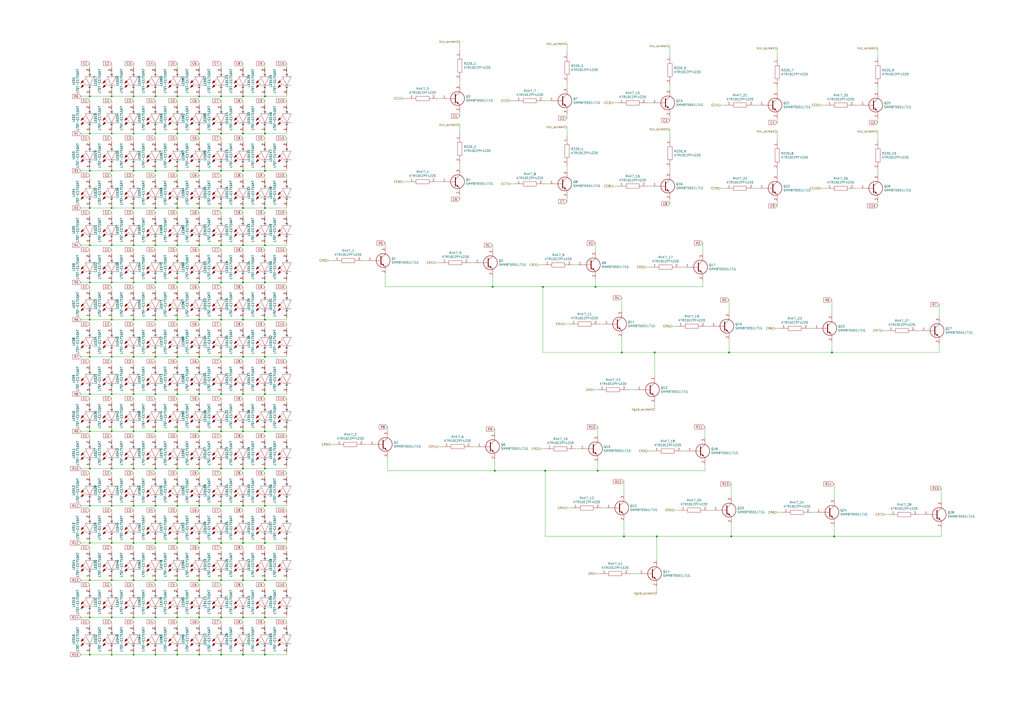
<source format=kicad_sch>
(kicad_sch (version 20230121) (generator eeschema)
  (paper "A2")
  (title_block (title "LED MATRIX SCREEN") (date "2020-12-30") (rev "v0.1") (company "Making Devices") (comment 1 "10 x16 LED"))
  (junction (at 153.67 99.06))
  (junction (at 115.57 163.83))
  (junction (at 115.57 120.65))
  (junction (at 64.77 207.01))
  (junction (at 90.17 293.37))
  (junction (at 64.77 250.19))
  (junction (at 102.87 358.14))
  (junction (at 102.87 99.06))
  (junction (at 128.27 142.24))
  (junction (at 90.17 358.14))
  (junction (at 153.67 77.47))
  (junction (at 128.27 185.42))
  (junction (at 140.97 358.14))
  (junction (at 52.07 228.6))
  (junction (at 52.07 99.06))
  (junction (at 153.67 55.88))
  (junction (at 381 311.15))
  (junction (at 128.27 379.73))
  (junction (at 128.27 336.55))
  (junction (at 153.67 250.19))
  (junction (at 140.97 142.24))
  (junction (at 102.87 336.55))
  (junction (at 424.18 311.15))
  (junction (at 115.57 228.6))
  (junction (at 90.17 228.6))
  (junction (at 115.57 142.24))
  (junction (at 153.67 228.6))
  (junction (at 140.97 293.37))
  (junction (at 115.57 336.55))
  (junction (at 140.97 228.6))
  (junction (at 140.97 55.88))
  (junction (at 90.17 142.24))
  (junction (at 52.07 55.88))
  (junction (at 64.77 271.78))
  (junction (at 64.77 358.14))
  (junction (at 115.57 250.19))
  (junction (at 153.67 271.78))
  (junction (at 128.27 120.65))
  (junction (at 115.57 379.73))
  (junction (at 128.27 77.47))
  (junction (at 316.23 273.05))
  (junction (at 128.27 207.01))
  (junction (at 77.47 185.42))
  (junction (at 345.44 166.37))
  (junction (at 90.17 379.73))
  (junction (at 140.97 250.19))
  (junction (at 77.47 120.65))
  (junction (at 128.27 55.88))
  (junction (at 361.95 311.15))
  (junction (at 77.47 271.78))
  (junction (at 422.91 204.47))
  (junction (at 102.87 271.78))
  (junction (at 153.67 314.96))
  (junction (at 128.27 358.14))
  (junction (at 64.77 228.6))
  (junction (at 115.57 358.14))
  (junction (at 140.97 163.83))
  (junction (at 77.47 314.96))
  (junction (at 52.07 163.83))
  (junction (at 102.87 228.6))
  (junction (at 153.67 185.42))
  (junction (at 153.67 142.24))
  (junction (at 153.67 336.55))
  (junction (at 115.57 271.78))
  (junction (at 90.17 99.06))
  (junction (at 64.77 77.47))
  (junction (at 153.67 358.14))
  (junction (at 52.07 336.55))
  (junction (at 287.02 273.05))
  (junction (at 52.07 207.01))
  (junction (at 346.71 273.05))
  (junction (at 140.97 77.47))
  (junction (at 102.87 293.37))
  (junction (at 153.67 163.83))
  (junction (at 153.67 379.73))
  (junction (at 115.57 207.01))
  (junction (at 314.96 166.37))
  (junction (at 77.47 55.88))
  (junction (at 128.27 250.19))
  (junction (at 140.97 314.96))
  (junction (at 153.67 120.65))
  (junction (at 115.57 55.88))
  (junction (at 115.57 314.96))
  (junction (at 128.27 99.06))
  (junction (at 64.77 336.55))
  (junction (at 64.77 163.83))
  (junction (at 64.77 55.88))
  (junction (at 52.07 314.96))
  (junction (at 77.47 379.73))
  (junction (at 64.77 185.42))
  (junction (at 90.17 55.88))
  (junction (at 64.77 293.37))
  (junction (at 102.87 185.42))
  (junction (at 140.97 207.01))
  (junction (at 90.17 314.96))
  (junction (at 102.87 120.65))
  (junction (at 379.73 204.47))
  (junction (at 64.77 379.73))
  (junction (at 128.27 163.83))
  (junction (at 77.47 77.47))
  (junction (at 64.77 99.06))
  (junction (at 153.67 207.01))
  (junction (at 90.17 185.42))
  (junction (at 52.07 250.19))
  (junction (at 115.57 293.37))
  (junction (at 77.47 336.55))
  (junction (at 482.6 204.47))
  (junction (at 77.47 250.19))
  (junction (at 77.47 358.14))
  (junction (at 140.97 185.42))
  (junction (at 90.17 120.65))
  (junction (at 52.07 185.42))
  (junction (at 140.97 379.73))
  (junction (at 90.17 77.47))
  (junction (at 52.07 358.14))
  (junction (at 102.87 314.96))
  (junction (at 102.87 142.24))
  (junction (at 64.77 120.65))
  (junction (at 77.47 99.06))
  (junction (at 128.27 293.37))
  (junction (at 128.27 271.78))
  (junction (at 140.97 271.78))
  (junction (at 52.07 142.24))
  (junction (at 52.07 120.65))
  (junction (at 64.77 314.96))
  (junction (at 102.87 77.47))
  (junction (at 52.07 379.73))
  (junction (at 102.87 379.73))
  (junction (at 90.17 250.19))
  (junction (at 115.57 185.42))
  (junction (at 77.47 142.24))
  (junction (at 153.67 293.37))
  (junction (at 102.87 207.01))
  (junction (at 102.87 163.83))
  (junction (at 285.75 166.37))
  (junction (at 52.07 293.37))
  (junction (at 102.87 55.88))
  (junction (at 140.97 336.55))
  (junction (at 64.77 142.24))
  (junction (at 77.47 293.37))
  (junction (at 90.17 207.01))
  (junction (at 128.27 314.96))
  (junction (at 140.97 120.65))
  (junction (at 90.17 271.78))
  (junction (at 52.07 77.47))
  (junction (at 128.27 228.6))
  (junction (at 115.57 77.47))
  (junction (at 52.07 271.78))
  (junction (at 77.47 228.6))
  (junction (at 77.47 163.83))
  (junction (at 140.97 99.06))
  (junction (at 360.68 204.47))
  (junction (at 115.57 99.06))
  (junction (at 483.87 311.15))
  (junction (at 102.87 250.19))
  (junction (at 90.17 163.83))
  (junction (at 77.47 207.01))
  (junction (at 90.17 336.55))
  (wire (pts (xy 102.87 55.88) (xy 115.57 55.88)))
  (wire (pts (xy 140.97 184.15) (xy 140.97 185.42)))
  (wire (pts (xy 102.87 339.09) (xy 102.87 341.63)))
  (wire (pts (xy 153.67 99.06) (xy 166.37 99.06)))
  (wire (pts (xy 77.47 140.97) (xy 77.47 142.24)))
  (wire (pts (xy 102.87 336.55) (xy 115.57 336.55)))
  (wire (pts (xy 102.87 358.14) (xy 115.57 358.14)))
  (wire (pts (xy 64.77 228.6) (xy 77.47 228.6)))
  (wire (pts (xy 90.17 231.14) (xy 90.17 233.68)))
  (wire (pts (xy 90.17 58.42) (xy 90.17 60.96)))
  (wire (pts (xy 153.67 231.14) (xy 153.67 233.68)))
  (wire (pts (xy 46.99 142.24) (xy 52.07 142.24)))
  (wire (pts (xy 166.37 207.01) (xy 166.37 205.74)))
  (wire (pts (xy 153.67 184.15) (xy 153.67 185.42)))
  (wire (pts (xy 140.97 163.83) (xy 153.67 163.83)))
  (wire (pts (xy 128.27 120.65) (xy 140.97 120.65)))
  (wire (pts (xy 64.77 54.61) (xy 64.77 55.88)))
  (wire (pts (xy 64.77 162.56) (xy 64.77 163.83)))
  (wire (pts (xy 140.97 252.73) (xy 140.97 255.27)))
  (wire (pts (xy 345.44 166.37) (xy 314.96 166.37)))
  (wire (pts (xy 102.87 80.01) (xy 102.87 82.55)))
  (wire (pts (xy 90.17 205.74) (xy 90.17 207.01)))
  (wire (pts (xy 52.07 80.01) (xy 52.07 82.55)))
  (wire (pts (xy 90.17 123.19) (xy 90.17 125.73)))
  (wire (pts (xy 102.87 335.28) (xy 102.87 336.55)))
  (wire (pts (xy 381 344.17) (xy 381 340.36)))
  (wire (pts (xy 335.28 153.67) (xy 332.74 153.67)))
  (wire (pts (xy 166.37 293.37) (xy 166.37 292.1)))
  (wire (pts (xy 153.67 250.19) (xy 166.37 250.19)))
  (wire (pts (xy 140.97 123.19) (xy 140.97 125.73)))
  (wire (pts (xy 128.27 314.96) (xy 140.97 314.96)))
  (wire (pts (xy 256.54 57.15) (xy 254 57.15)))
  (wire (pts (xy 52.07 358.14) (xy 64.77 358.14)))
  (wire (pts (xy 407.67 162.56) (xy 407.67 166.37)))
  (wire (pts (xy 128.27 295.91) (xy 128.27 298.45)))
  (wire (pts (xy 64.77 293.37) (xy 77.47 293.37)))
  (wire (pts (xy 102.87 252.73) (xy 102.87 255.27)))
  (wire (pts (xy 392.43 189.23) (xy 389.89 189.23)))
  (wire (pts (xy 378.46 59.69) (xy 375.92 59.69)))
  (wire (pts (xy 140.97 250.19) (xy 153.67 250.19)))
  (wire (pts (xy 499.11 60.96) (xy 496.57 60.96)))
  (wire (pts (xy 77.47 54.61) (xy 77.47 55.88)))
  (wire (pts (xy 64.77 335.28) (xy 64.77 336.55)))
  (wire (pts (xy 166.37 77.47) (xy 166.37 76.2)))
  (wire (pts (xy 153.67 205.74) (xy 153.67 207.01)))
  (wire (pts (xy 140.97 292.1) (xy 140.97 293.37)))
  (wire (pts (xy 318.77 58.42) (xy 316.23 58.42)))
  (wire (pts (xy 64.77 184.15) (xy 64.77 185.42)))
  (wire (pts (xy 77.47 252.73) (xy 77.47 255.27)))
  (wire (pts (xy 509.27 27.94) (xy 509.27 33.02)))
  (wire (pts (xy 64.77 99.06) (xy 77.47 99.06)))
  (wire (pts (xy 393.7 295.91) (xy 391.16 295.91)))
  (wire (pts (xy 64.77 270.51) (xy 64.77 271.78)))
  (wire (pts (xy 408.94 269.24) (xy 408.94 273.05)))
  (wire (pts (xy 64.77 252.73) (xy 64.77 255.27)))
  (wire (pts (xy 424.18 280.67) (xy 424.18 288.29)))
  (wire (pts (xy 90.17 36.83) (xy 90.17 39.37)))
  (wire (pts (xy 166.37 358.14) (xy 166.37 356.87)))
  (wire (pts (xy 140.97 228.6) (xy 153.67 228.6)))
  (wire (pts (xy 166.37 58.42) (xy 166.37 60.96)))
  (wire (pts (xy 193.04 151.13) (xy 190.5 151.13)))
  (wire (pts (xy 128.27 313.69) (xy 128.27 314.96)))
  (wire (pts (xy 153.67 144.78) (xy 153.67 147.32)))
  (wire (pts (xy 115.57 205.74) (xy 115.57 207.01)))
  (wire (pts (xy 77.47 205.74) (xy 77.47 207.01)))
  (wire (pts (xy 90.17 274.32) (xy 90.17 276.86)))
  (wire (pts (xy 140.97 335.28) (xy 140.97 336.55)))
  (wire (pts (xy 52.07 228.6) (xy 64.77 228.6)))
  (wire (pts (xy 153.67 80.01) (xy 153.67 82.55)))
  (wire (pts (xy 140.97 76.2) (xy 140.97 77.47)))
  (wire (pts (xy 90.17 271.78) (xy 102.87 271.78)))
  (wire (pts (xy 346.71 226.06) (xy 344.17 226.06)))
  (wire (pts (xy 90.17 293.37) (xy 102.87 293.37)))
  (wire (pts (xy 46.99 250.19) (xy 52.07 250.19)))
  (wire (pts (xy 153.67 187.96) (xy 153.67 190.5)))
  (wire (pts (xy 153.67 356.87) (xy 153.67 358.14)))
  (wire (pts (xy 77.47 358.14) (xy 90.17 358.14)))
  (wire (pts (xy 128.27 97.79) (xy 128.27 99.06)))
  (wire (pts (xy 128.27 293.37) (xy 140.97 293.37)))
  (wire (pts (xy 52.07 313.69) (xy 52.07 314.96)))
  (wire (pts (xy 472.44 190.5) (xy 469.9 190.5)))
  (wire (pts (xy 153.67 55.88) (xy 166.37 55.88)))
  (wire (pts (xy 153.67 101.6) (xy 153.67 104.14)))
  (wire (pts (xy 450.85 53.34) (xy 450.85 50.8)))
  (wire (pts (xy 102.87 274.32) (xy 102.87 276.86)))
  (wire (pts (xy 77.47 270.51) (xy 77.47 271.78)))
  (wire (pts (xy 77.47 378.46) (xy 77.47 379.73)))
  (wire (pts (xy 328.93 116.84) (xy 328.93 114.3)))
  (wire (pts (xy 64.77 231.14) (xy 64.77 233.68)))
  (wire (pts (xy 102.87 123.19) (xy 102.87 125.73)))
  (wire (pts (xy 64.77 36.83) (xy 64.77 39.37)))
  (wire (pts (xy 115.57 119.38) (xy 115.57 120.65)))
  (wire (pts (xy 483.87 311.15) (xy 424.18 311.15)))
  (wire (pts (xy 46.99 379.73) (xy 52.07 379.73)))
  (wire (pts (xy 102.87 76.2) (xy 102.87 77.47)))
  (wire (pts (xy 379.73 218.44) (xy 379.73 204.47)))
  (wire (pts (xy 102.87 313.69) (xy 102.87 314.96)))
  (wire (pts (xy 46.99 120.65) (xy 52.07 120.65)))
  (wire (pts (xy 64.77 271.78) (xy 77.47 271.78)))
  (wire (pts (xy 115.57 97.79) (xy 115.57 99.06)))
  (wire (pts (xy 52.07 120.65) (xy 64.77 120.65)))
  (wire (pts (xy 102.87 360.68) (xy 102.87 363.22)))
  (wire (pts (xy 90.17 54.61) (xy 90.17 55.88)))
  (wire (pts (xy 128.27 356.87) (xy 128.27 358.14)))
  (wire (pts (xy 102.87 97.79) (xy 102.87 99.06)))
  (wire (pts (xy 407.67 166.37) (xy 345.44 166.37)))
  (wire (pts (xy 328.93 73.66) (xy 328.93 78.74)))
  (wire (pts (xy 115.57 379.73) (xy 128.27 379.73)))
  (wire (pts (xy 90.17 339.09) (xy 90.17 341.63)))
  (wire (pts (xy 77.47 162.56) (xy 77.47 163.83)))
  (wire (pts (xy 450.85 101.6) (xy 450.85 99.06)))
  (wire (pts (xy 128.27 292.1) (xy 128.27 293.37)))
  (wire (pts (xy 77.47 163.83) (xy 90.17 163.83)))
  (wire (pts (xy 77.47 227.33) (xy 77.47 228.6)))
  (wire (pts (xy 102.87 207.01) (xy 115.57 207.01)))
  (wire (pts (xy 64.77 209.55) (xy 64.77 212.09)))
  (wire (pts (xy 77.47 336.55) (xy 90.17 336.55)))
  (wire (pts (xy 128.27 317.5) (xy 128.27 320.04)))
  (wire (pts (xy 546.1 311.15) (xy 483.87 311.15)))
  (wire (pts (xy 52.07 250.19) (xy 64.77 250.19)))
  (wire (pts (xy 52.07 119.38) (xy 52.07 120.65)))
  (wire (pts (xy 46.99 163.83) (xy 52.07 163.83)))
  (wire (pts (xy 153.67 227.33) (xy 153.67 228.6)))
  (wire (pts (xy 140.97 97.79) (xy 140.97 99.06)))
  (wire (pts (xy 52.07 293.37) (xy 64.77 293.37)))
  (wire (pts (xy 166.37 336.55) (xy 166.37 335.28)))
  (wire (pts (xy 115.57 317.5) (xy 115.57 320.04)))
  (wire (pts (xy 64.77 248.92) (xy 64.77 250.19)))
  (wire (pts (xy 128.27 80.01) (xy 128.27 82.55)))
  (wire (pts (xy 140.97 205.74) (xy 140.97 207.01)))
  (wire (pts (xy 102.87 101.6) (xy 102.87 104.14)))
  (wire (pts (xy 153.67 119.38) (xy 153.67 120.65)))
  (wire (pts (xy 140.97 144.78) (xy 140.97 147.32)))
  (wire (pts (xy 64.77 140.97) (xy 64.77 142.24)))
  (wire (pts (xy 102.87 166.37) (xy 102.87 168.91)))
  (wire (pts (xy 140.97 36.83) (xy 140.97 39.37)))
  (wire (pts (xy 77.47 101.6) (xy 77.47 104.14)))
  (wire (pts (xy 128.27 36.83) (xy 128.27 39.37)))
  (wire (pts (xy 77.47 271.78) (xy 90.17 271.78)))
  (wire (pts (xy 153.67 97.79) (xy 153.67 99.06)))
  (wire (pts (xy 153.67 163.83) (xy 166.37 163.83)))
  (wire (pts (xy 52.07 99.06) (xy 64.77 99.06)))
  (wire (pts (xy 115.57 187.96) (xy 115.57 190.5)))
  (wire (pts (xy 128.27 250.19) (xy 140.97 250.19)))
  (wire (pts (xy 64.77 336.55) (xy 77.47 336.55)))
  (wire (pts (xy 90.17 336.55) (xy 102.87 336.55)))
  (wire (pts (xy 90.17 185.42) (xy 102.87 185.42)))
  (wire (pts (xy 166.37 209.55) (xy 166.37 212.09)))
  (wire (pts (xy 128.27 252.73) (xy 128.27 255.27)))
  (wire (pts (xy 422.91 204.47) (xy 379.73 204.47)))
  (wire (pts (xy 358.14 107.95) (xy 355.6 107.95)))
  (wire (pts (xy 381 325.12) (xy 381 311.15)))
  (wire (pts (xy 52.07 248.92) (xy 52.07 250.19)))
  (wire (pts (xy 52.07 379.73) (xy 64.77 379.73)))
  (wire (pts (xy 509.27 71.12) (xy 509.27 68.58)))
  (wire (pts (xy 236.22 105.41) (xy 233.68 105.41)))
  (wire (pts (xy 379.73 237.49) (xy 379.73 233.68)))
  (wire (pts (xy 166.37 120.65) (xy 166.37 119.38)))
  (wire (pts (xy 102.87 162.56) (xy 102.87 163.83)))
  (wire (pts (xy 102.87 356.87) (xy 102.87 358.14)))
  (wire (pts (xy 166.37 101.6) (xy 166.37 104.14)))
  (wire (pts (xy 64.77 120.65) (xy 77.47 120.65)))
  (wire (pts (xy 412.75 189.23) (xy 410.21 189.23)))
  (wire (pts (xy 361.95 311.15) (xy 316.23 311.15)))
  (wire (pts (xy 140.97 77.47) (xy 153.67 77.47)))
  (wire (pts (xy 52.07 270.51) (xy 52.07 271.78)))
  (wire (pts (xy 546.1 283.21) (xy 546.1 290.83)))
  (wire (pts (xy 90.17 140.97) (xy 90.17 142.24)))
  (wire (pts (xy 52.07 140.97) (xy 52.07 142.24)))
  (wire (pts (xy 153.67 77.47) (xy 166.37 77.47)))
  (wire (pts (xy 546.1 306.07) (xy 546.1 311.15)))
  (wire (pts (xy 153.67 270.51) (xy 153.67 271.78)))
  (wire (pts (xy 90.17 379.73) (xy 102.87 379.73)))
  (wire (pts (xy 115.57 142.24) (xy 128.27 142.24)))
  (wire (pts (xy 115.57 209.55) (xy 115.57 212.09)))
  (wire (pts (xy 153.67 207.01) (xy 166.37 207.01)))
  (wire (pts (xy 64.77 55.88) (xy 77.47 55.88)))
  (wire (pts (xy 115.57 274.32) (xy 115.57 276.86)))
  (wire (pts (xy 407.67 140.97) (xy 407.67 147.32)))
  (wire (pts (xy 115.57 144.78) (xy 115.57 147.32)))
  (wire (pts (xy 52.07 335.28) (xy 52.07 336.55)))
  (wire (pts (xy 166.37 379.73) (xy 166.37 378.46)))
  (wire (pts (xy 128.27 205.74) (xy 128.27 207.01)))
  (wire (pts (xy 236.22 57.15) (xy 233.68 57.15)))
  (wire (pts (xy 388.62 100.33) (xy 388.62 97.79)))
  (wire (pts (xy 102.87 292.1) (xy 102.87 293.37)))
  (wire (pts (xy 77.47 339.09) (xy 77.47 341.63)))
  (wire (pts (xy 90.17 101.6) (xy 90.17 104.14)))
  (wire (pts (xy 64.77 163.83) (xy 77.47 163.83)))
  (wire (pts (xy 77.47 295.91) (xy 77.47 298.45)))
  (wire (pts (xy 166.37 142.24) (xy 166.37 140.97)))
  (wire (pts (xy 414.02 295.91) (xy 411.48 295.91)))
  (wire (pts (xy 46.99 185.42) (xy 52.07 185.42)))
  (wire (pts (xy 52.07 97.79) (xy 52.07 99.06)))
  (wire (pts (xy 115.57 101.6) (xy 115.57 104.14)))
  (wire (pts (xy 77.47 142.24) (xy 90.17 142.24)))
  (wire (pts (xy 52.07 356.87) (xy 52.07 358.14)))
  (wire (pts (xy 102.87 295.91) (xy 102.87 298.45)))
  (wire (pts (xy 52.07 58.42) (xy 52.07 60.96)))
  (wire (pts (xy 102.87 58.42) (xy 102.87 60.96)))
  (wire (pts (xy 140.97 358.14) (xy 153.67 358.14)))
  (wire (pts (xy 166.37 55.88) (xy 166.37 54.61)))
  (wire (pts (xy 535.94 298.45) (xy 533.4 298.45)))
  (wire (pts (xy 287.02 266.7) (xy 287.02 273.05)))
  (wire (pts (xy 360.68 172.72) (xy 360.68 180.34)))
  (wire (pts (xy 77.47 209.55) (xy 77.47 212.09)))
  (wire (pts (xy 346.71 247.65) (xy 346.71 252.73)))
  (wire (pts (xy 379.73 204.47) (xy 360.68 204.47)))
  (wire (pts (xy 128.27 271.78) (xy 140.97 271.78)))
  (wire (pts (xy 140.97 207.01) (xy 153.67 207.01)))
  (wire (pts (xy 314.96 166.37) (xy 285.75 166.37)))
  (wire (pts (xy 102.87 209.55) (xy 102.87 212.09)))
  (wire (pts (xy 153.67 293.37) (xy 166.37 293.37)))
  (wire (pts (xy 482.6 204.47) (xy 422.91 204.47)))
  (wire (pts (xy 102.87 163.83) (xy 115.57 163.83)))
  (wire (pts (xy 90.17 166.37) (xy 90.17 168.91)))
  (wire (pts (xy 115.57 55.88) (xy 128.27 55.88)))
  (wire (pts (xy 128.27 140.97) (xy 128.27 142.24)))
  (wire (pts (xy 266.7 67.31) (xy 266.7 64.77)))
  (wire (pts (xy 420.37 109.22) (xy 417.83 109.22)))
  (wire (pts (xy 166.37 295.91) (xy 166.37 298.45)))
  (wire (pts (xy 128.27 358.14) (xy 140.97 358.14)))
  (wire (pts (xy 483.87 280.67) (xy 483.87 289.56)))
  (wire (pts (xy 140.97 378.46) (xy 140.97 379.73)))
  (wire (pts (xy 52.07 317.5) (xy 52.07 320.04)))
  (wire (pts (xy 473.71 297.18) (xy 471.17 297.18)))
  (wire (pts (xy 115.57 271.78) (xy 128.27 271.78)))
  (wire (pts (xy 46.99 55.88) (xy 52.07 55.88)))
  (wire (pts (xy 140.97 248.92) (xy 140.97 250.19)))
  (wire (pts (xy 346.71 273.05) (xy 316.23 273.05)))
  (wire (pts (xy 128.27 248.92) (xy 128.27 250.19)))
  (wire (pts (xy 128.27 231.14) (xy 128.27 233.68)))
  (wire (pts (xy 266.7 72.39) (xy 266.7 77.47)))
  (wire (pts (xy 153.67 76.2) (xy 153.67 77.47)))
  (wire (pts (xy 115.57 185.42) (xy 128.27 185.42)))
  (wire (pts (xy 64.77 119.38) (xy 64.77 120.65)))
  (wire (pts (xy 115.57 36.83) (xy 115.57 39.37)))
  (wire (pts (xy 153.67 317.5) (xy 153.67 320.04)))
  (wire (pts (xy 115.57 80.01) (xy 115.57 82.55)))
  (wire (pts (xy 166.37 228.6) (xy 166.37 227.33)))
  (wire (pts (xy 140.97 313.69) (xy 140.97 314.96)))
  (wire (pts (xy 77.47 207.01) (xy 90.17 207.01)))
  (wire (pts (xy 52.07 252.73) (xy 52.07 255.27)))
  (wire (pts (xy 115.57 58.42) (xy 115.57 60.96)))
  (wire (pts (xy 102.87 119.38) (xy 102.87 120.65)))
  (wire (pts (xy 77.47 356.87) (xy 77.47 358.14)))
  (wire (pts (xy 64.77 97.79) (xy 64.77 99.06)))
  (wire (pts (xy 514.35 191.77) (xy 511.81 191.77)))
  (wire (pts (xy 52.07 231.14) (xy 52.07 233.68)))
  (wire (pts (xy 90.17 187.96) (xy 90.17 190.5)))
  (wire (pts (xy 128.27 187.96) (xy 128.27 190.5)))
  (wire (pts (xy 115.57 166.37) (xy 115.57 168.91)))
  (wire (pts (xy 52.07 292.1) (xy 52.07 293.37)))
  (wire (pts (xy 140.97 99.06) (xy 153.67 99.06)))
  (wire (pts (xy 452.12 190.5) (xy 449.58 190.5)))
  (wire (pts (xy 128.27 99.06) (xy 140.97 99.06)))
  (wire (pts (xy 64.77 77.47) (xy 77.47 77.47)))
  (wire (pts (xy 128.27 360.68) (xy 128.27 363.22)))
  (wire (pts (xy 140.97 140.97) (xy 140.97 142.24)))
  (wire (pts (xy 77.47 58.42) (xy 77.47 60.96)))
  (wire (pts (xy 128.27 166.37) (xy 128.27 168.91)))
  (wire (pts (xy 153.67 358.14) (xy 166.37 358.14)))
  (wire (pts (xy 77.47 231.14) (xy 77.47 233.68)))
  (wire (pts (xy 64.77 185.42) (xy 77.47 185.42)))
  (wire (pts (xy 77.47 123.19) (xy 77.47 125.73)))
  (wire (pts (xy 153.67 295.91) (xy 153.67 298.45)))
  (wire (pts (xy 509.27 101.6) (xy 509.27 99.06)))
  (wire (pts (xy 360.68 204.47) (xy 314.96 204.47)))
  (wire (pts (xy 115.57 77.47) (xy 128.27 77.47)))
  (wire (pts (xy 153.67 209.55) (xy 153.67 212.09)))
  (wire (pts (xy 440.69 60.96) (xy 438.15 60.96)))
  (wire (pts (xy 77.47 144.78) (xy 77.47 147.32)))
  (wire (pts (xy 90.17 250.19) (xy 102.87 250.19)))
  (wire (pts (xy 102.87 140.97) (xy 102.87 142.24)))
  (wire (pts (xy 345.44 140.97) (xy 345.44 146.05)))
  (wire (pts (xy 90.17 378.46) (xy 90.17 379.73)))
  (wire (pts (xy 128.27 58.42) (xy 128.27 60.96)))
  (wire (pts (xy 140.97 274.32) (xy 140.97 276.86)))
  (wire (pts (xy 544.83 176.53) (xy 544.83 184.15)))
  (wire (pts (xy 153.67 54.61) (xy 153.67 55.88)))
  (wire (pts (xy 140.97 227.33) (xy 140.97 228.6)))
  (wire (pts (xy 52.07 274.32) (xy 52.07 276.86)))
  (wire (pts (xy 483.87 304.8) (xy 483.87 311.15)))
  (wire (pts (xy 115.57 120.65) (xy 128.27 120.65)))
  (wire (pts (xy 388.62 52.07) (xy 388.62 49.53)))
  (wire (pts (xy 52.07 339.09) (xy 52.07 341.63)))
  (wire (pts (xy 90.17 184.15) (xy 90.17 185.42)))
  (wire (pts (xy 285.75 160.02) (xy 285.75 166.37)))
  (wire (pts (xy 128.27 77.47) (xy 140.97 77.47)))
  (wire (pts (xy 64.77 166.37) (xy 64.77 168.91)))
  (wire (pts (xy 90.17 317.5) (xy 90.17 320.04)))
  (wire (pts (xy 153.67 274.32) (xy 153.67 276.86)))
  (wire (pts (xy 153.67 379.73) (xy 166.37 379.73)))
  (wire (pts (xy 52.07 184.15) (xy 52.07 185.42)))
  (wire (pts (xy 275.59 152.4) (xy 273.05 152.4)))
  (wire (pts (xy 52.07 336.55) (xy 64.77 336.55)))
  (wire (pts (xy 153.67 36.83) (xy 153.67 39.37)))
  (wire (pts (xy 544.83 199.39) (xy 544.83 204.47)))
  (wire (pts (xy 298.45 58.42) (xy 295.91 58.42)))
  (wire (pts (xy 153.67 140.97) (xy 153.67 142.24)))
  (wire (pts (xy 102.87 379.73) (xy 115.57 379.73)))
  (wire (pts (xy 381 311.15) (xy 361.95 311.15)))
  (wire (pts (xy 128.27 379.73) (xy 140.97 379.73)))
  (wire (pts (xy 90.17 252.73) (xy 90.17 255.27)))
  (wire (pts (xy 102.87 378.46) (xy 102.87 379.73)))
  (wire (pts (xy 140.97 80.01) (xy 140.97 82.55)))
  (wire (pts (xy 377.19 154.94) (xy 374.65 154.94)))
  (wire (pts (xy 408.94 273.05) (xy 346.71 273.05)))
  (wire (pts (xy 166.37 144.78) (xy 166.37 147.32)))
  (wire (pts (xy 115.57 292.1) (xy 115.57 293.37)))
  (wire (pts (xy 153.67 360.68) (xy 153.67 363.22)))
  (wire (pts (xy 64.77 360.68) (xy 64.77 363.22)))
  (wire (pts (xy 328.93 25.4) (xy 328.93 30.48)))
  (wire (pts (xy 115.57 227.33) (xy 115.57 228.6)))
  (wire (pts (xy 90.17 207.01) (xy 102.87 207.01)))
  (wire (pts (xy 90.17 360.68) (xy 90.17 363.22)))
  (wire (pts (xy 478.79 109.22) (xy 476.25 109.22)))
  (wire (pts (xy 153.67 339.09) (xy 153.67 341.63)))
  (wire (pts (xy 64.77 295.91) (xy 64.77 298.45)))
  (wire (pts (xy 115.57 358.14) (xy 128.27 358.14)))
  (wire (pts (xy 128.27 336.55) (xy 140.97 336.55)))
  (wire (pts (xy 115.57 250.19) (xy 128.27 250.19)))
  (wire (pts (xy 64.77 292.1) (xy 64.77 293.37)))
  (wire (pts (xy 128.27 162.56) (xy 128.27 163.83)))
  (wire (pts (xy 424.18 303.53) (xy 424.18 311.15)))
  (wire (pts (xy 266.7 49.53) (xy 266.7 46.99)))
  (wire (pts (xy 482.6 198.12) (xy 482.6 204.47)))
  (wire (pts (xy 77.47 119.38) (xy 77.47 120.65)))
  (wire (pts (xy 378.46 261.62) (xy 375.92 261.62)))
  (wire (pts (xy 90.17 142.24) (xy 102.87 142.24)))
  (wire (pts (xy 140.97 187.96) (xy 140.97 190.5)))
  (wire (pts (xy 153.67 336.55) (xy 166.37 336.55)))
  (wire (pts (xy 544.83 204.47) (xy 482.6 204.47)))
  (wire (pts (xy 90.17 80.01) (xy 90.17 82.55)))
  (wire (pts (xy 482.6 173.99) (xy 482.6 182.88)))
  (wire (pts (xy 46.99 207.01) (xy 52.07 207.01)))
  (wire (pts (xy 115.57 163.83) (xy 128.27 163.83)))
  (wire (pts (xy 64.77 358.14) (xy 77.47 358.14)))
  (wire (pts (xy 166.37 123.19) (xy 166.37 125.73)))
  (wire (pts (xy 316.23 311.15) (xy 316.23 273.05)))
  (wire (pts (xy 166.37 36.83) (xy 166.37 39.37)))
  (wire (pts (xy 115.57 336.55) (xy 128.27 336.55)))
  (wire (pts (xy 64.77 379.73) (xy 77.47 379.73)))
  (wire (pts (xy 166.37 99.06) (xy 166.37 97.79)))
  (wire (pts (xy 360.68 195.58) (xy 360.68 204.47)))
  (wire (pts (xy 153.67 314.96) (xy 166.37 314.96)))
  (wire (pts (xy 102.87 293.37) (xy 115.57 293.37)))
  (wire (pts (xy 166.37 231.14) (xy 166.37 233.68)))
  (wire (pts (xy 77.47 76.2) (xy 77.47 77.47)))
  (wire (pts (xy 77.47 379.73) (xy 90.17 379.73)))
  (wire (pts (xy 77.47 314.96) (xy 90.17 314.96)))
  (wire (pts (xy 194.31 257.81) (xy 191.77 257.81)))
  (wire (pts (xy 153.67 248.92) (xy 153.67 250.19)))
  (wire (pts (xy 115.57 228.6) (xy 128.27 228.6)))
  (wire (pts (xy 214.63 257.81) (xy 212.09 257.81)))
  (wire (pts (xy 115.57 313.69) (xy 115.57 314.96)))
  (wire (pts (xy 166.37 360.68) (xy 166.37 363.22)))
  (wire (pts (xy 115.57 293.37) (xy 128.27 293.37)))
  (wire (pts (xy 140.97 314.96) (xy 153.67 314.96)))
  (wire (pts (xy 450.85 71.12) (xy 450.85 68.58)))
  (wire (pts (xy 153.67 166.37) (xy 153.67 168.91)))
  (wire (pts (xy 388.62 26.67) (xy 388.62 31.75)))
  (wire (pts (xy 90.17 356.87) (xy 90.17 358.14)))
  (wire (pts (xy 64.77 227.33) (xy 64.77 228.6)))
  (wire (pts (xy 153.67 335.28) (xy 153.67 336.55)))
  (wire (pts (xy 115.57 270.51) (xy 115.57 271.78)))
  (wire (pts (xy 115.57 378.46) (xy 115.57 379.73)))
  (wire (pts (xy 46.99 358.14) (xy 52.07 358.14)))
  (wire (pts (xy 224.79 247.65) (xy 224.79 250.19)))
  (wire (pts (xy 64.77 207.01) (xy 77.47 207.01)))
  (wire (pts (xy 166.37 187.96) (xy 166.37 190.5)))
  (wire (pts (xy 128.27 142.24) (xy 140.97 142.24)))
  (wire (pts (xy 90.17 119.38) (xy 90.17 120.65)))
  (wire (pts (xy 90.17 76.2) (xy 90.17 77.47)))
  (wire (pts (xy 46.99 293.37) (xy 52.07 293.37)))
  (wire (pts (xy 102.87 120.65) (xy 115.57 120.65)))
  (wire (pts (xy 77.47 228.6) (xy 90.17 228.6)))
  (wire (pts (xy 52.07 185.42) (xy 64.77 185.42)))
  (wire (pts (xy 515.62 298.45) (xy 513.08 298.45)))
  (wire (pts (xy 450.85 76.2) (xy 450.85 81.28)))
  (wire (pts (xy 424.18 311.15) (xy 381 311.15)))
  (wire (pts (xy 115.57 339.09) (xy 115.57 341.63)))
  (wire (pts (xy 153.67 123.19) (xy 153.67 125.73)))
  (wire (pts (xy 46.99 336.55) (xy 52.07 336.55)))
  (wire (pts (xy 140.97 119.38) (xy 140.97 120.65)))
  (wire (pts (xy 316.23 273.05) (xy 287.02 273.05)))
  (wire (pts (xy 64.77 356.87) (xy 64.77 358.14)))
  (wire (pts (xy 77.47 99.06) (xy 90.17 99.06)))
  (wire (pts (xy 140.97 356.87) (xy 140.97 358.14)))
  (wire (pts (xy 52.07 227.33) (xy 52.07 228.6)))
  (wire (pts (xy 128.27 55.88) (xy 140.97 55.88)))
  (wire (pts (xy 140.97 166.37) (xy 140.97 168.91)))
  (wire (pts (xy 115.57 123.19) (xy 115.57 125.73)))
  (wire (pts (xy 140.97 336.55) (xy 153.67 336.55)))
  (wire (pts (xy 115.57 99.06) (xy 128.27 99.06)))
  (wire (pts (xy 90.17 248.92) (xy 90.17 250.19)))
  (wire (pts (xy 153.67 142.24) (xy 166.37 142.24)))
  (wire (pts (xy 153.67 162.56) (xy 153.67 163.83)))
  (wire (pts (xy 90.17 55.88) (xy 102.87 55.88)))
  (wire (pts (xy 52.07 205.74) (xy 52.07 207.01)))
  (wire (pts (xy 77.47 274.32) (xy 77.47 276.86)))
  (wire (pts (xy 347.98 332.74) (xy 345.44 332.74)))
  (wire (pts (xy 46.99 271.78) (xy 52.07 271.78)))
  (wire (pts (xy 166.37 271.78) (xy 166.37 270.51)))
  (wire (pts (xy 140.97 295.91) (xy 140.97 298.45)))
  (wire (pts (xy 140.97 317.5) (xy 140.97 320.04)))
  (wire (pts (xy 128.27 101.6) (xy 128.27 104.14)))
  (wire (pts (xy 46.99 228.6) (xy 52.07 228.6)))
  (wire (pts (xy 388.62 74.93) (xy 388.62 80.01)))
  (wire (pts (xy 64.77 58.42) (xy 64.77 60.96)))
  (wire (pts (xy 450.85 27.94) (xy 450.85 33.02)))
  (wire (pts (xy 77.47 120.65) (xy 90.17 120.65)))
  (wire (pts (xy 140.97 55.88) (xy 153.67 55.88)))
  (wire (pts (xy 166.37 80.01) (xy 166.37 82.55)))
  (wire (pts (xy 90.17 295.91) (xy 90.17 298.45)))
  (wire (pts (xy 140.97 142.24) (xy 153.67 142.24)))
  (wire (pts (xy 64.77 101.6) (xy 64.77 104.14)))
  (wire (pts (xy 102.87 142.24) (xy 115.57 142.24)))
  (wire (pts (xy 224.79 265.43) (xy 224.79 273.05)))
  (wire (pts (xy 358.14 59.69) (xy 355.6 59.69)))
  (wire (pts (xy 90.17 97.79) (xy 90.17 99.06)))
  (wire (pts (xy 330.2 187.96) (xy 327.66 187.96)))
  (wire (pts (xy 90.17 358.14) (xy 102.87 358.14)))
  (wire (pts (xy 140.97 209.55) (xy 140.97 212.09)))
  (wire (pts (xy 128.27 144.78) (xy 128.27 147.32)))
  (wire (pts (xy 336.55 260.35) (xy 334.01 260.35)))
  (wire (pts (xy 140.97 101.6) (xy 140.97 104.14)))
  (wire (pts (xy 52.07 207.01) (xy 64.77 207.01)))
  (wire (pts (xy 52.07 142.24) (xy 64.77 142.24)))
  (wire (pts (xy 52.07 314.96) (xy 64.77 314.96)))
  (wire (pts (xy 90.17 120.65) (xy 102.87 120.65)))
  (wire (pts (xy 77.47 185.42) (xy 90.17 185.42)))
  (wire (pts (xy 90.17 162.56) (xy 90.17 163.83)))
  (wire (pts (xy 52.07 187.96) (xy 52.07 190.5)))
  (wire (pts (xy 115.57 184.15) (xy 115.57 185.42)))
  (wire (pts (xy 115.57 360.68) (xy 115.57 363.22)))
  (wire (pts (xy 276.86 259.08) (xy 274.32 259.08)))
  (wire (pts (xy 102.87 144.78) (xy 102.87 147.32)))
  (wire (pts (xy 52.07 209.55) (xy 52.07 212.09)))
  (wire (pts (xy 77.47 313.69) (xy 77.47 314.96)))
  (wire (pts (xy 140.97 271.78) (xy 153.67 271.78)))
  (wire (pts (xy 140.97 120.65) (xy 153.67 120.65)))
  (wire (pts (xy 77.47 187.96) (xy 77.47 190.5)))
  (wire (pts (xy 140.97 293.37) (xy 153.67 293.37)))
  (wire (pts (xy 64.77 205.74) (xy 64.77 207.01)))
  (wire (pts (xy 115.57 76.2) (xy 115.57 77.47)))
  (wire (pts (xy 90.17 313.69) (xy 90.17 314.96)))
  (wire (pts (xy 52.07 271.78) (xy 64.77 271.78)))
  (wire (pts (xy 422.91 173.99) (xy 422.91 181.61)))
  (wire (pts (xy 128.27 378.46) (xy 128.27 379.73)))
  (wire (pts (xy 115.57 295.91) (xy 115.57 298.45)))
  (wire (pts (xy 166.37 185.42) (xy 166.37 184.15)))
  (wire (pts (xy 140.97 162.56) (xy 140.97 163.83)))
  (wire (pts (xy 361.95 279.4) (xy 361.95 287.02)))
  (wire (pts (xy 256.54 105.41) (xy 254 105.41)))
  (wire (pts (xy 255.27 152.4) (xy 252.73 152.4)))
  (wire (pts (xy 266.7 97.79) (xy 266.7 95.25)))
  (wire (pts (xy 64.77 187.96) (xy 64.77 190.5)))
  (wire (pts (xy 128.27 339.09) (xy 128.27 341.63)))
  (wire (pts (xy 422.91 196.85) (xy 422.91 204.47)))
  (wire (pts (xy 509.27 53.34) (xy 509.27 50.8)))
  (wire (pts (xy 420.37 60.96) (xy 417.83 60.96)))
  (wire (pts (xy 166.37 317.5) (xy 166.37 320.04)))
  (wire (pts (xy 77.47 335.28) (xy 77.47 336.55)))
  (wire (pts (xy 64.77 123.19) (xy 64.77 125.73)))
  (wire (pts (xy 128.27 76.2) (xy 128.27 77.47)))
  (wire (pts (xy 398.78 261.62) (xy 396.24 261.62)))
  (wire (pts (xy 128.27 274.32) (xy 128.27 276.86)))
  (wire (pts (xy 140.97 339.09) (xy 140.97 341.63)))
  (wire (pts (xy 90.17 314.96) (xy 102.87 314.96)))
  (wire (pts (xy 90.17 228.6) (xy 102.87 228.6)))
  (wire (pts (xy 153.67 120.65) (xy 166.37 120.65)))
  (wire (pts (xy 153.67 58.42) (xy 153.67 60.96)))
  (wire (pts (xy 328.93 50.8) (xy 328.93 48.26)))
  (wire (pts (xy 102.87 317.5) (xy 102.87 320.04)))
  (wire (pts (xy 90.17 99.06) (xy 102.87 99.06)))
  (wire (pts (xy 64.77 313.69) (xy 64.77 314.96)))
  (wire (pts (xy 90.17 163.83) (xy 102.87 163.83)))
  (wire (pts (xy 102.87 77.47) (xy 115.57 77.47)))
  (wire (pts (xy 285.75 142.24) (xy 285.75 144.78)))
  (wire (pts (xy 52.07 77.47) (xy 64.77 77.47)))
  (wire (pts (xy 166.37 252.73) (xy 166.37 255.27)))
  (wire (pts (xy 102.87 54.61) (xy 102.87 55.88)))
  (wire (pts (xy 285.75 166.37) (xy 223.52 166.37)))
  (wire (pts (xy 77.47 166.37) (xy 77.47 168.91)))
  (wire (pts (xy 378.46 107.95) (xy 375.92 107.95)))
  (wire (pts (xy 166.37 250.19) (xy 166.37 248.92)))
  (wire (pts (xy 77.47 80.01) (xy 77.47 82.55)))
  (wire (pts (xy 128.27 270.51) (xy 128.27 271.78)))
  (wire (pts (xy 77.47 360.68) (xy 77.47 363.22)))
  (wire (pts (xy 298.45 106.68) (xy 295.91 106.68)))
  (wire (pts (xy 499.11 109.22) (xy 496.57 109.22)))
  (wire (pts (xy 90.17 335.28) (xy 90.17 336.55)))
  (wire (pts (xy 115.57 140.97) (xy 115.57 142.24)))
  (wire (pts (xy 128.27 335.28) (xy 128.27 336.55)))
  (wire (pts (xy 388.62 118.11) (xy 388.62 115.57)))
  (wire (pts (xy 90.17 209.55) (xy 90.17 212.09)))
  (wire (pts (xy 153.67 378.46) (xy 153.67 379.73)))
  (wire (pts (xy 115.57 252.73) (xy 115.57 255.27)))
  (wire (pts (xy 453.39 297.18) (xy 450.85 297.18)))
  (wire (pts (xy 52.07 378.46) (xy 52.07 379.73)))
  (wire (pts (xy 397.51 154.94) (xy 394.97 154.94)))
  (wire (pts (xy 46.99 99.06) (xy 52.07 99.06)))
  (wire (pts (xy 64.77 144.78) (xy 64.77 147.32)))
  (wire (pts (xy 115.57 314.96) (xy 128.27 314.96)))
  (wire (pts (xy 64.77 80.01) (xy 64.77 82.55)))
  (wire (pts (xy 102.87 36.83) (xy 102.87 39.37)))
  (wire (pts (xy 153.67 252.73) (xy 153.67 255.27)))
  (wire (pts (xy 128.27 163.83) (xy 140.97 163.83)))
  (wire (pts (xy 128.27 185.42) (xy 140.97 185.42)))
  (wire (pts (xy 52.07 55.88) (xy 64.77 55.88)))
  (wire (pts (xy 115.57 162.56) (xy 115.57 163.83)))
  (wire (pts (xy 128.27 227.33) (xy 128.27 228.6)))
  (wire (pts (xy 166.37 314.96) (xy 166.37 313.69)))
  (wire (pts (xy 140.97 379.73) (xy 153.67 379.73)))
  (wire (pts (xy 440.69 109.22) (xy 438.15 109.22)))
  (wire (pts (xy 52.07 295.91) (xy 52.07 298.45)))
  (wire (pts (xy 90.17 270.51) (xy 90.17 271.78)))
  (wire (pts (xy 64.77 142.24) (xy 77.47 142.24)))
  (wire (pts (xy 64.77 317.5) (xy 64.77 320.04)))
  (wire (pts (xy 153.67 228.6) (xy 166.37 228.6)))
  (wire (pts (xy 534.67 191.77) (xy 532.13 191.77)))
  (wire (pts (xy 478.79 60.96) (xy 476.25 60.96)))
  (wire (pts (xy 370.84 332.74) (xy 365.76 332.74)))
  (wire (pts (xy 316.23 260.35) (xy 313.69 260.35)))
  (wire (pts (xy 128.27 228.6) (xy 140.97 228.6)))
  (wire (pts (xy 361.95 302.26) (xy 361.95 311.15)))
  (wire (pts (xy 115.57 54.61) (xy 115.57 55.88)))
  (wire (pts (xy 102.87 231.14) (xy 102.87 233.68)))
  (wire (pts (xy 64.77 378.46) (xy 64.77 379.73)))
  (wire (pts (xy 346.71 267.97) (xy 346.71 273.05)))
  (wire (pts (xy 102.87 250.19) (xy 115.57 250.19)))
  (wire (pts (xy 52.07 162.56) (xy 52.07 163.83)))
  (wire (pts (xy 52.07 123.19) (xy 52.07 125.73)))
  (wire (pts (xy 77.47 292.1) (xy 77.47 293.37)))
  (wire (pts (xy 350.52 187.96) (xy 347.98 187.96)))
  (wire (pts (xy 128.27 207.01) (xy 140.97 207.01)))
  (wire (pts (xy 102.87 185.42) (xy 115.57 185.42)))
  (wire (pts (xy 345.44 161.29) (xy 345.44 166.37)))
  (wire (pts (xy 153.67 292.1) (xy 153.67 293.37)))
  (wire (pts (xy 77.47 55.88) (xy 90.17 55.88)))
  (wire (pts (xy 115.57 207.01) (xy 128.27 207.01)))
  (wire (pts (xy 318.77 106.68) (xy 316.23 106.68)))
  (wire (pts (xy 77.47 293.37) (xy 90.17 293.37)))
  (wire (pts (xy 64.77 76.2) (xy 64.77 77.47)))
  (wire (pts (xy 52.07 360.68) (xy 52.07 363.22)))
  (wire (pts (xy 140.97 58.42) (xy 140.97 60.96)))
  (wire (pts (xy 369.57 226.06) (xy 364.49 226.06)))
  (wire (pts (xy 128.27 54.61) (xy 128.27 55.88)))
  (wire (pts (xy 64.77 314.96) (xy 77.47 314.96)))
  (wire (pts (xy 102.87 205.74) (xy 102.87 207.01)))
  (wire (pts (xy 115.57 248.92) (xy 115.57 250.19)))
  (wire (pts (xy 166.37 163.83) (xy 166.37 162.56)))
  (wire (pts (xy 102.87 184.15) (xy 102.87 185.42)))
  (wire (pts (xy 102.87 248.92) (xy 102.87 250.19)))
  (wire (pts (xy 52.07 54.61) (xy 52.07 55.88)))
  (wire (pts (xy 52.07 144.78) (xy 52.07 147.32)))
  (wire (pts (xy 52.07 76.2) (xy 52.07 77.47)))
  (wire (pts (xy 77.47 248.92) (xy 77.47 250.19)))
  (wire (pts (xy 408.94 247.65) (xy 408.94 254)))
  (wire (pts (xy 77.47 184.15) (xy 77.47 185.42)))
  (wire (pts (xy 223.52 140.97) (xy 223.52 143.51)))
  (wire (pts (xy 128.27 119.38) (xy 128.27 120.65)))
  (wire (pts (xy 102.87 271.78) (xy 115.57 271.78)))
  (wire (pts (xy 153.67 271.78) (xy 166.37 271.78)))
  (wire (pts (xy 90.17 227.33) (xy 90.17 228.6)))
  (wire (pts (xy 140.97 185.42) (xy 153.67 185.42)))
  (wire (pts (xy 90.17 144.78) (xy 90.17 147.32)))
  (wire (pts (xy 52.07 163.83) (xy 64.77 163.83)))
  (wire (pts (xy 450.85 119.38) (xy 450.85 116.84)))
  (wire (pts (xy 153.67 185.42) (xy 166.37 185.42)))
  (wire (pts (xy 90.17 292.1) (xy 90.17 293.37)))
  (wire (pts (xy 140.97 360.68) (xy 140.97 363.22)))
  (wire (pts (xy 140.97 54.61) (xy 140.97 55.88)))
  (wire (pts (xy 509.27 76.2) (xy 509.27 81.28)))
  (wire (pts (xy 314.96 153.67) (xy 312.42 153.67)))
  (wire (pts (xy 509.27 119.38) (xy 509.27 116.84)))
  (wire (pts (xy 128.27 123.19) (xy 128.27 125.73)))
  (wire (pts (xy 266.7 115.57) (xy 266.7 113.03)))
  (wire (pts (xy 115.57 356.87) (xy 115.57 358.14)))
  (wire (pts (xy 102.87 227.33) (xy 102.87 228.6)))
  (wire (pts (xy 77.47 77.47) (xy 90.17 77.47)))
  (wire (pts (xy 115.57 231.14) (xy 115.57 233.68)))
  (wire (pts (xy 46.99 314.96) (xy 52.07 314.96)))
  (wire (pts (xy 256.54 259.08) (xy 254 259.08)))
  (wire (pts (xy 166.37 166.37) (xy 166.37 168.91)))
  (wire (pts (xy 140.97 231.14) (xy 140.97 233.68)))
  (wire (pts (xy 314.96 204.47) (xy 314.96 166.37)))
  (wire (pts (xy 102.87 314.96) (xy 115.57 314.96)))
  (wire (pts (xy 115.57 335.28) (xy 115.57 336.55)))
  (wire (pts (xy 128.27 209.55) (xy 128.27 212.09)))
  (wire (pts (xy 287.02 248.92) (xy 287.02 251.46)))
  (wire (pts (xy 102.87 187.96) (xy 102.87 190.5)))
  (wire (pts (xy 102.87 99.06) (xy 115.57 99.06)))
  (wire (pts (xy 102.87 270.51) (xy 102.87 271.78)))
  (wire (pts (xy 77.47 250.19) (xy 90.17 250.19)))
  (wire (pts (xy 77.47 317.5) (xy 77.47 320.04)))
  (wire (pts (xy 328.93 68.58) (xy 328.93 66.04)))
  (wire (pts (xy 64.77 250.19) (xy 77.47 250.19)))
  (wire (pts (xy 287.02 273.05) (xy 224.79 273.05)))
  (wire (pts (xy 328.93 99.06) (xy 328.93 96.52)))
  (wire (pts (xy 388.62 69.85) (xy 388.62 67.31)))
  (wire (pts (xy 166.37 339.09) (xy 166.37 341.63)))
  (wire (pts (xy 153.67 313.69) (xy 153.67 314.96)))
  (wire (pts (xy 128.27 184.15) (xy 128.27 185.42)))
  (wire (pts (xy 102.87 228.6) (xy 115.57 228.6)))
  (wire (pts (xy 52.07 166.37) (xy 52.07 168.91)))
  (wire (pts (xy 77.47 36.83) (xy 77.47 39.37)))
  (wire (pts (xy 266.7 24.13) (xy 266.7 29.21)))
  (wire (pts (xy 52.07 101.6) (xy 52.07 104.14)))
  (wire (pts (xy 90.17 77.47) (xy 102.87 77.47)))
  (wire (pts (xy 223.52 158.75) (xy 223.52 166.37)))
  (wire (pts (xy 46.99 77.47) (xy 52.07 77.47)))
  (wire (pts (xy 213.36 151.13) (xy 210.82 151.13)))
  (wire (pts (xy 52.07 36.83) (xy 52.07 39.37)))
  (wire (pts (xy 140.97 270.51) (xy 140.97 271.78)))
  (wire (pts (xy 64.77 274.32) (xy 64.77 276.86)))
  (wire (pts (xy 77.47 97.79) (xy 77.47 99.06)))
  (wire (pts (xy 351.79 294.64) (xy 349.25 294.64)))
  (wire (pts (xy 331.47 294.64) (xy 328.93 294.64)))
  (wire (pts (xy 166.37 274.32) (xy 166.37 276.86)))
  (wire (pts (xy 64.77 339.09) (xy 64.77 341.63)))
  (global_label "C10" (shape input) (at 166.37 101.6 180) (property "Intersheetrefs" "${INTERSHEET_REFS}" (effects hide)))
  (global_label "R13" (shape input) (at 46.99 336.55 180) (property "Intersheetrefs" "${INTERSHEET_REFS}" (effects hide)))
  (global_label "C1" (shape input) (at 52.07 101.6 180) (property "Intersheetrefs" "${INTERSHEET_REFS}" (effects hide)))
  (global_label "R0" (shape input) (at 223.52 140.97 180) (property "Intersheetrefs" "${INTERSHEET_REFS}" (effects hide)))
  (global_label "R8" (shape input) (at 224.79 247.65 180) (property "Intersheetrefs" "${INTERSHEET_REFS}" (effects hide)))
  (global_label "C10" (shape input) (at 166.37 295.91 180) (property "Intersheetrefs" "${INTERSHEET_REFS}" (effects hide)))
  (global_label "C9" (shape input) (at 450.85 119.38 180) (property "Intersheetrefs" "${INTERSHEET_REFS}" (effects hide)))
  (global_label "C9" (shape input) (at 153.67 187.96 180) (property "Intersheetrefs" "${INTERSHEET_REFS}" (effects hide)))
  (global_label "C1" (shape input) (at 52.07 58.42 180) (property "Intersheetrefs" "${INTERSHEET_REFS}" (effects hide)))
  (global_label "R10" (shape input) (at 346.71 247.65 180) (property "Intersheetrefs" "${INTERSHEET_REFS}" (effects hide)))
  (global_label "R9" (shape input) (at 287.02 248.92 180) (property "Intersheetrefs" "${INTERSHEET_REFS}" (effects hide)))
  (global_label "C2" (shape input) (at 64.77 295.91 180) (property "Intersheetrefs" "${INTERSHEET_REFS}" (effects hide)))
  (global_label "C3" (shape input) (at 77.47 80.01 180) (property "Intersheetrefs" "${INTERSHEET_REFS}" (effects hide)))
  (global_label "C1" (shape input) (at 52.07 80.01 180) (property "Intersheetrefs" "${INTERSHEET_REFS}" (effects hide)))
  (global_label "C7" (shape input) (at 128.27 187.96 180) (property "Intersheetrefs" "${INTERSHEET_REFS}" (effects hide)))
  (global_label "C1" (shape input) (at 52.07 317.5 180) (property "Intersheetrefs" "${INTERSHEET_REFS}" (effects hide)))
  (global_label "C5" (shape input) (at 102.87 123.19 180) (property "Intersheetrefs" "${INTERSHEET_REFS}" (effects hide)))
  (global_label "C5" (shape input) (at 102.87 252.73 180) (property "Intersheetrefs" "${INTERSHEET_REFS}" (effects hide)))
  (global_label "C1" (shape input) (at 52.07 295.91 180) (property "Intersheetrefs" "${INTERSHEET_REFS}" (effects hide)))
  (global_label "C9" (shape input) (at 153.67 80.01 180) (property "Intersheetrefs" "${INTERSHEET_REFS}" (effects hide)))
  (global_label "C8" (shape input) (at 140.97 252.73 180) (property "Intersheetrefs" "${INTERSHEET_REFS}" (effects hide)))
  (global_label "C5" (shape input) (at 102.87 231.14 180) (property "Intersheetrefs" "${INTERSHEET_REFS}" (effects hide)))
  (global_label "R6" (shape input) (at 482.6 173.99 180) (property "Intersheetrefs" "${INTERSHEET_REFS}" (effects hide)))
  (global_label "C6" (shape input) (at 115.57 339.09 180) (property "Intersheetrefs" "${INTERSHEET_REFS}" (effects hide)))
  (global_label "C8" (shape input) (at 140.97 295.91 180) (property "Intersheetrefs" "${INTERSHEET_REFS}" (effects hide)))
  (global_label "C10" (shape input) (at 166.37 166.37 180) (property "Intersheetrefs" "${INTERSHEET_REFS}" (effects hide)))
  (global_label "C5" (shape input) (at 102.87 209.55 180) (property "Intersheetrefs" "${INTERSHEET_REFS}" (effects hide)))
  (global_label "C6" (shape input) (at 115.57 36.83 180) (property "Intersheetrefs" "${INTERSHEET_REFS}" (effects hide)))
  (global_label "C3" (shape input) (at 77.47 36.83 180) (property "Intersheetrefs" "${INTERSHEET_REFS}" (effects hide)))
  (global_label "C1" (shape input) (at 52.07 339.09 180) (property "Intersheetrefs" "${INTERSHEET_REFS}" (effects hide)))
  (global_label "C5" (shape input) (at 102.87 166.37 180) (property "Intersheetrefs" "${INTERSHEET_REFS}" (effects hide)))
  (global_label "C9" (shape input) (at 153.67 317.5 180) (property "Intersheetrefs" "${INTERSHEET_REFS}" (effects hide)))
  (global_label "C7" (shape input) (at 128.27 144.78 180) (property "Intersheetrefs" "${INTERSHEET_REFS}" (effects hide)))
  (global_label "C10" (shape input) (at 166.37 58.42 180) (property "Intersheetrefs" "${INTERSHEET_REFS}" (effects hide)))
  (global_label "C4" (shape input) (at 90.17 295.91 180) (property "Intersheetrefs" "${INTERSHEET_REFS}" (effects hide)))
  (global_label "C5" (shape input) (at 102.87 360.68 180) (property "Intersheetrefs" "${INTERSHEET_REFS}" (effects hide)))
  (global_label "C4" (shape input) (at 90.17 317.5 180) (property "Intersheetrefs" "${INTERSHEET_REFS}" (effects hide)))
  (global_label "C6" (shape input) (at 115.57 209.55 180) (property "Intersheetrefs" "${INTERSHEET_REFS}" (effects hide)))
  (global_label "C5" (shape input) (at 102.87 101.6 180) (property "Intersheetrefs" "${INTERSHEET_REFS}" (effects hide)))
  (global_label "C9" (shape input) (at 153.67 209.55 180) (property "Intersheetrefs" "${INTERSHEET_REFS}" (effects hide)))
  (global_label "C1" (shape input) (at 52.07 252.73 180) (property "Intersheetrefs" "${INTERSHEET_REFS}" (effects hide)))
  (global_label "C10" (shape input) (at 509.27 119.38 180) (property "Intersheetrefs" "${INTERSHEET_REFS}" (effects hide)))
  (global_label "C9" (shape input) (at 153.67 360.68 180) (property "Intersheetrefs" "${INTERSHEET_REFS}" (effects hide)))
  (global_label "C3" (shape input) (at 77.47 209.55 180) (property "Intersheetrefs" "${INTERSHEET_REFS}" (effects hide)))
  (global_label "C6" (shape input) (at 115.57 123.19 180) (property "Intersheetrefs" "${INTERSHEET_REFS}" (effects hide)))
  (global_label "R15" (shape input) (at 546.1 283.21 180) (property "Intersheetrefs" "${INTERSHEET_REFS}" (effects hide)))
  (global_label "C6" (shape input) (at 115.57 360.68 180) (property "Intersheetrefs" "${INTERSHEET_REFS}" (effects hide)))
  (global_label "C8" (shape input) (at 140.97 187.96 180) (property "Intersheetrefs" "${INTERSHEET_REFS}" (effects hide)))
  (global_label "C4" (shape input) (at 90.17 144.78 180) (property "Intersheetrefs" "${INTERSHEET_REFS}" (effects hide)))
  (global_label "C10" (shape input) (at 166.37 339.09 180) (property "Intersheetrefs" "${INTERSHEET_REFS}" (effects hide)))
  (global_label "C1" (shape input) (at 266.7 67.31 180) (property "Intersheetrefs" "${INTERSHEET_REFS}" (effects hide)))
  (global_label "C3" (shape input) (at 77.47 144.78 180) (property "Intersheetrefs" "${INTERSHEET_REFS}" (effects hide)))
  (global_label "C10" (shape input) (at 166.37 80.01 180) (property "Intersheetrefs" "${INTERSHEET_REFS}" (effects hide)))
  (global_label "R1" (shape input) (at 46.99 77.47 180) (property "Intersheetrefs" "${INTERSHEET_REFS}" (effects hide)))
  (global_label "C9" (shape input) (at 153.67 123.19 180) (property "Intersheetrefs" "${INTERSHEET_REFS}" (effects hide)))
  (global_label "C9" (shape input) (at 153.67 339.09 180) (property "Intersheetrefs" "${INTERSHEET_REFS}" (effects hide)))
  (global_label "C3" (shape input) (at 77.47 317.5 180) (property "Intersheetrefs" "${INTERSHEET_REFS}" (effects hide)))
  (global_label "C8" (shape input) (at 140.97 209.55 180) (property "Intersheetrefs" "${INTERSHEET_REFS}" (effects hide)))
  (global_label "C7" (shape input) (at 128.27 166.37 180) (property "Intersheetrefs" "${INTERSHEET_REFS}" (effects hide)))
  (global_label "C9" (shape input) (at 153.67 36.83 180) (property "Intersheetrefs" "${INTERSHEET_REFS}" (effects hide)))
  (global_label "C8" (shape input) (at 140.97 317.5 180) (property "Intersheetrefs" "${INTERSHEET_REFS}" (effects hide)))
  (global_label "C9" (shape input) (at 153.67 166.37 180) (property "Intersheetrefs" "${INTERSHEET_REFS}" (effects hide)))
  (global_label "C2" (shape input) (at 64.77 317.5 180) (property "Intersheetrefs" "${INTERSHEET_REFS}" (effects hide)))
  (global_label "C4" (shape input) (at 90.17 231.14 180) (property "Intersheetrefs" "${INTERSHEET_REFS}" (effects hide)))
  (global_label "R2" (shape input) (at 345.44 140.97 180) (property "Intersheetrefs" "${INTERSHEET_REFS}" (effects hide)))
  (global_label "C1" (shape input) (at 52.07 187.96 180) (property "Intersheetrefs" "${INTERSHEET_REFS}" (effects hide)))
  (global_label "C2" (shape input) (at 64.77 144.78 180) (property "Intersheetrefs" "${INTERSHEET_REFS}" (effects hide)))
  (global_label "C5" (shape input) (at 102.87 80.01 180) (property "Intersheetrefs" "${INTERSHEET_REFS}" (effects hide)))
  (global_label "C5" (shape input) (at 102.87 58.42 180) (property "Intersheetrefs" "${INTERSHEET_REFS}" (effects hide)))
  (global_label "C5" (shape input) (at 102.87 144.78 180) (property "Intersheetrefs" "${INTERSHEET_REFS}" (effects hide)))
  (global_label "C4" (shape input) (at 90.17 339.09 180) (property "Intersheetrefs" "${INTERSHEET_REFS}" (effects hide)))
  (global_label "C8" (shape input) (at 140.97 339.09 180) (property "Intersheetrefs" "${INTERSHEET_REFS}" (effects hide)))
  (global_label "C7" (shape input) (at 128.27 80.01 180) (property "Intersheetrefs" "${INTERSHEET_REFS}" (effects hide)))
  (global_label "C7" (shape input) (at 128.27 295.91 180) (property "Intersheetrefs" "${INTERSHEET_REFS}" (effects hide)))
  (global_label "C5" (shape input) (at 509.27 71.12 180) (property "Intersheetrefs" "${INTERSHEET_REFS}" (effects hide)))
  (global_label "C4" (shape input) (at 90.17 80.01 180) (property "Intersheetrefs" "${INTERSHEET_REFS}" (effects hide)))
  (global_label "C2" (shape input) (at 64.77 123.19 180) (property "Intersheetrefs" "${INTERSHEET_REFS}" (effects hide)))
  (global_label "C4" (shape input) (at 90.17 166.37 180) (property "Intersheetrefs" "${INTERSHEET_REFS}" (effects hide)))
  (global_label "C4" (shape input) (at 90.17 274.32 180) (property "Intersheetrefs" "${INTERSHEET_REFS}" (effects hide)))
  (global_label "C1" (shape input) (at 52.07 123.19 180) (property "Intersheetrefs" "${INTERSHEET_REFS}" (effects hide)))
  (global_label "R10" (shape input) (at 46.99 271.78 180) (property "Intersheetrefs" "${INTERSHEET_REFS}" (effects hide)))
  (global_label "C8" (shape input) (at 140.97 123.19 180) (property "Intersheetrefs" "${INTERSHEET_REFS}" (effects hide)))
  (global_label "C7" (shape input) (at 128.27 101.6 180) (property "Intersheetrefs" "${INTERSHEET_REFS}" (effects hide)))
  (global_label "C2" (shape input) (at 64.77 252.73 180) (property "Intersheetrefs" "${INTERSHEET_REFS}" (effects hide)))
  (global_label "C4" (shape input) (at 90.17 123.19 180) (property "Intersheetrefs" "${INTERSHEET_REFS}" (effects hide)))
  (global_label "C3" (shape input) (at 388.62 69.85 180) (property "Intersheetrefs" "${INTERSHEET_REFS}" (effects hide)))
  (global_label "C6" (shape input) (at 115.57 231.14 180) (property "Intersheetrefs" "${INTERSHEET_REFS}" (effects hide)))
  (global_label "C9" (shape input) (at 153.67 274.32 180) (property "Intersheetrefs" "${INTERSHEET_REFS}" (effects hide)))
  (global_label "C2" (shape input) (at 64.77 80.01 180) (property "Intersheetrefs" "${INTERSHEET_REFS}" (effects hide)))
  (global_label "C3" (shape input) (at 77.47 274.32 180) (property "Intersheetrefs" "${INTERSHEET_REFS}" (effects hide)))
  (global_label "C10" (shape input) (at 166.37 144.78 180) (property "Intersheetrefs" "${INTERSHEET_REFS}" (effects hide)))
  (global_label "C10" (shape input) (at 166.37 187.96 180) (property "Intersheetrefs" "${INTERSHEET_REFS}" (effects hide)))
  (global_label "C7" (shape input) (at 128.27 36.83 180) (property "Intersheetrefs" "${INTERSHEET_REFS}" (effects hide)))
  (global_label "C9" (shape input) (at 153.67 231.14 180) (property "Intersheetrefs" "${INTERSHEET_REFS}" (effects hide)))
  (global_label "C1" (shape input) (at 52.07 360.68 180) (property "Intersheetrefs" "${INTERSHEET_REFS}" (effects hide)))
  (global_label "C10" (shape input) (at 166.37 252.73 180) (property "Intersheetrefs" "${INTERSHEET_REFS}" (effects hide)))
  (global_label "C4" (shape input) (at 90.17 58.42 180) (property "Intersheetrefs" "${INTERSHEET_REFS}" (effects hide)))
  (global_label "C2" (shape input) (at 64.77 231.14 180) (property "Intersheetrefs" "${INTERSHEET_REFS}" (effects hide)))
  (global_label "C8" (shape input) (at 140.97 58.42 180) (property "Intersheetrefs" "${INTERSHEET_REFS}" (effects hide)))
  (global_label "C5" (shape input) (at 102.87 339.09 180) (property "Intersheetrefs" "${INTERSHEET_REFS}" (effects hide)))
  (global_label "C3" (shape input) (at 77.47 295.91 180) (property "Intersheetrefs" "${INTERSHEET_REFS}" (effects hide)))
  (global_label "C1" (shape input) (at 52.07 36.83 180) (property "Intersheetrefs" "${INTERSHEET_REFS}" (effects hide)))
  (global_label "C7" (shape input) (at 128.27 123.19 180) (property "Intersheetrefs" "${INTERSHEET_REFS}" (effects hide)))
  (global_label "C8" (shape input) (at 140.97 166.37 180) (property "Intersheetrefs" "${INTERSHEET_REFS}" (effects hide)))
  (global_label "C2" (shape input) (at 64.77 274.32 180) (property "Intersheetrefs" "${INTERSHEET_REFS}" (effects hide)))
  (global_label "C8" (shape input) (at 140.97 360.68 180) (property "Intersheetrefs" "${INTERSHEET_REFS}" (effects hide)))
  (global_label "C6" (shape input) (at 115.57 274.32 180) (property "Intersheetrefs" "${INTERSHEET_REFS}" (effects hide)))
  (global_label "C2" (shape input) (at 64.77 187.96 180) (property "Intersheetrefs" "${INTERSHEET_REFS}" (effects hide)))
  (global_label "C6" (shape input) (at 115.57 144.78 180) (property "Intersheetrefs" "${INTERSHEET_REFS}" (effects hide)))
  (global_label "C6" (shape input) (at 115.57 252.73 180) (property "Intersheetrefs" "${INTERSHEET_REFS}" (effects hide)))
  (global_label "C7" (shape input) (at 128.27 317.5 180) (property "Intersheetrefs" "${INTERSHEET_REFS}" (effects hide)))
  (global_label "C9" (shape input) (at 153.67 101.6 180) (property "Intersheetrefs" "${INTERSHEET_REFS}" (effects hide)))
  (global_label "C8" (shape input) (at 140.97 101.6 180) (property "Intersheetrefs" "${INTERSHEET_REFS}" (effects hide)))
  (global_label "R4" (shape input) (at 360.68 172.72 180) (property "Intersheetrefs" "${INTERSHEET_REFS}" (effects hide)))
  (global_label "C10" (shape input) (at 166.37 36.83 180) (property "Intersheetrefs" "${INTERSHEET_REFS}" (effects hide)))
  (global_label "C10" (shape input) (at 166.37 209.55 180) (property "Intersheetrefs" "${INTERSHEET_REFS}" (effects hide)))
  (global_label "R13" (shape input) (at 424.18 280.67 180) (property "Intersheetrefs" "${INTERSHEET_REFS}" (effects hide)))
  (global_label "C2" (shape input) (at 64.77 339.09 180) (property "Intersheetrefs" "${INTERSHEET_REFS}" (effects hide)))
  (global_label "R7" (shape input) (at 544.83 176.53 180) (property "Intersheetrefs" "${INTERSHEET_REFS}" (effects hide)))
  (global_label "C2" (shape input) (at 64.77 58.42 180) (property "Intersheetrefs" "${INTERSHEET_REFS}" (effects hide)))
  (global_label "C8" (shape input) (at 140.97 80.01 180) (property "Intersheetrefs" "${INTERSHEET_REFS}" (effects hide)))
  (global_label "C8" (shape input) (at 140.97 274.32 180) (property "Intersheetrefs" "${INTERSHEET_REFS}" (effects hide)))
  (global_label "C5" (shape input) (at 102.87 36.83 180) (property "Intersheetrefs" "${INTERSHEET_REFS}" (effects hide)))
  (global_label "C2" (shape input) (at 328.93 68.58 180) (property "Intersheetrefs" "${INTERSHEET_REFS}" (effects hide)))
  (global_label "C6" (shape input) (at 115.57 58.42 180) (property "Intersheetrefs" "${INTERSHEET_REFS}" (effects hide)))
  (global_label "C9" (shape input) (at 153.67 58.42 180) (property "Intersheetrefs" "${INTERSHEET_REFS}" (effects hide)))
  (global_label "C9" (shape input) (at 153.67 252.73 180) (property "Intersheetrefs" "${INTERSHEET_REFS}" (effects hide)))
  (global_label "C8" (shape input) (at 140.97 231.14 180) (property "Intersheetrefs" "${INTERSHEET_REFS}" (effects hide)))
  (global_label "R15" (shape input) (at 46.99 379.73 180) (property "Intersheetrefs" "${INTERSHEET_REFS}" (effects hide)))
  (global_label "R11" (shape input) (at 46.99 293.37 180) (property "Intersheetrefs" "${INTERSHEET_REFS}" (effects hide)))
  (global_label "C8" (shape input) (at 388.62 118.11 180) (property "Intersheetrefs" "${INTERSHEET_REFS}" (effects hide)))
  (global_label "R5" (shape input) (at 46.99 163.83 180) (property "Intersheetrefs" "${INTERSHEET_REFS}" (effects hide)))
  (global_label "C7" (shape input) (at 128.27 58.42 180) (property "Intersheetrefs" "${INTERSHEET_REFS}" (effects hide)))
  (global_label "C6" (shape input) (at 115.57 317.5 180) (property "Intersheetrefs" "${INTERSHEET_REFS}" (effects hide)))
  (global_label "R6" (shape input) (at 46.99 185.42 180) (property "Intersheetrefs" "${INTERSHEET_REFS}" (effects hide)))
  (global_label "C4" (shape input) (at 450.85 71.12 180) (property "Intersheetrefs" "${INTERSHEET_REFS}" (effects hide)))
  (global_label "R5" (shape input) (at 422.91 173.99 180) (property "Intersheetrefs" "${INTERSHEET_REFS}" (effects hide)))
  (global_label "C6" (shape input) (at 115.57 80.01 180) (property "Intersheetrefs" "${INTERSHEET_REFS}" (effects hide)))
  (global_label "C4" (shape input) (at 90.17 187.96 180) (property "Intersheetrefs" "${INTERSHEET_REFS}" (effects hide)))
  (global_label "C4" (shape input) (at 90.17 252.73 180) (property "Intersheetrefs" "${INTERSHEET_REFS}" (effects hide)))
  (global_label "C3" (shape input) (at 77.47 58.42 180) (property "Intersheetrefs" "${INTERSHEET_REFS}" (effects hide)))
  (global_label "R3" (shape input) (at 407.67 140.97 180) (property "Intersheetrefs" "${INTERSHEET_REFS}" (effects hide)))
  (global_label "C1" (shape input) (at 52.07 274.32 180) (property "Intersheetrefs" "${INTERSHEET_REFS}" (effects hide)))
  (global_label "R8" (shape input) (at 46.99 228.6 180) (property "Intersheetrefs" "${INTERSHEET_REFS}" (effects hide)))
  (global_label "C7" (shape input) (at 128.27 339.09 180) (property "Intersheetrefs" "${INTERSHEET_REFS}" (effects hide)))
  (global_label "C5" (shape input) (at 102.87 317.5 180) (property "Intersheetrefs" "${INTERSHEET_REFS}" (effects hide)))
  (global_label "R1" (shape input) (at 285.75 142.24 180) (property "Intersheetrefs" "${INTERSHEET_REFS}" (effects hide)))
  (global_label "C6" (shape input) (at 266.7 115.57 180) (property "Intersheetrefs" "${INTERSHEET_REFS}" (effects hide)))
  (global_label "C3" (shape input) (at 77.47 101.6 180) (property "Intersheetrefs" "${INTERSHEET_REFS}" (effects hide)))
  (global_label "C10" (shape input) (at 166.37 123.19 180) (property "Intersheetrefs" "${INTERSHEET_REFS}" (effects hide)))
  (global_label "C7" (shape input) (at 128.27 274.32 180) (property "Intersheetrefs" "${INTERSHEET_REFS}" (effects hide)))
  (global_label "C10" (shape input) (at 166.37 231.14 180) (property "Intersheetrefs" "${INTERSHEET_REFS}" (effects hide)))
  (global_label "C7" (shape input) (at 128.27 231.14 180) (property "Intersheetrefs" "${INTERSHEET_REFS}" (effects hide)))
  (global_label "C2" (shape input) (at 64.77 360.68 180) (property "Intersheetrefs" "${INTERSHEET_REFS}" (effects hide)))
  (global_label "C4" (shape input) (at 90.17 36.83 180) (property "Intersheetrefs" "${INTERSHEET_REFS}" (effects hide)))
  (global_label "R12" (shape input) (at 46.99 314.96 180) (property "Intersheetrefs" "${INTERSHEET_REFS}" (effects hide)))
  (global_label "C1" (shape input) (at 52.07 209.55 180) (property "Intersheetrefs" "${INTERSHEET_REFS}" (effects hide)))
  (global_label "R2" (shape input) (at 46.99 99.06 180) (property "Intersheetrefs" "${INTERSHEET_REFS}" (effects hide)))
  (global_label "C9" (shape input) (at 153.67 295.91 180) (property "Intersheetrefs" "${INTERSHEET_REFS}" (effects hide)))
  (global_label "C5" (shape input) (at 102.87 274.32 180) (property "Intersheetrefs" "${INTERSHEET_REFS}" (effects hide)))
  (global_label "R0" (shape input) (at 46.99 55.88 180) (property "Intersheetrefs" "${INTERSHEET_REFS}" (effects hide)))
  (global_label "R3" (shape input) (at 46.99 120.65 180) (property "Intersheetrefs" "${INTERSHEET_REFS}" (effects hide)))
  (global_label "C5" (shape input) (at 102.87 187.96 180) (property "Intersheetrefs" "${INTERSHEET_REFS}" (effects hide)))
  (global_label "R12" (shape input) (at 361.95 279.4 180) (property "Intersheetrefs" "${INTERSHEET_REFS}" (effects hide)))
  (global_label "C6" (shape input) (at 115.57 166.37 180) (property "Intersheetrefs" "${INTERSHEET_REFS}" (effects hide)))
  (global_label "R14" (shape input) (at 483.87 280.67 180) (property "Intersheetrefs" "${INTERSHEET_REFS}" (effects hide)))
  (global_label "C3" (shape input) (at 77.47 252.73 180) (property "Intersheetrefs" "${INTERSHEET_REFS}" (effects hide)))
  (global_label "C10" (shape input) (at 166.37 317.5 180) (property "Intersheetrefs" "${INTERSHEET_REFS}" (effects hide)))
  (global_label "C7" (shape input) (at 128.27 360.68 180) (property "Intersheetrefs" "${INTERSHEET_REFS}" (effects hide)))
  (global_label "C1" (shape input) (at 52.07 166.37 180) (property "Intersheetrefs" "${INTERSHEET_REFS}" (effects hide)))
  (global_label "C7" (shape input) (at 128.27 209.55 180) (property "Intersheetrefs" "${INTERSHEET_REFS}" (effects hide)))
  (global_label "C3" (shape input) (at 77.47 231.14 180) (property "Intersheetrefs" "${INTERSHEET_REFS}" (effects hide)))
  (global_label "R11" (shape input) (at 408.94 247.65 180) (property "Intersheetrefs" "${INTERSHEET_REFS}" (effects hide)))
  (global_label "C4" (shape input) (at 90.17 360.68 180) (property "Intersheetrefs" "${INTERSHEET_REFS}" (effects hide)))
  (global_label "R4" (shape input) (at 46.99 142.24 180) (property "Intersheetrefs" "${INTERSHEET_REFS}" (effects hide)))
  (global_label "C4" (shape input) (at 90.17 209.55 180) (property "Intersheetrefs" "${INTERSHEET_REFS}" (effects hide)))
  (global_label "C2" (shape input) (at 64.77 101.6 180) (property "Intersheetrefs" "${INTERSHEET_REFS}" (effects hide)))
  (global_label "C3" (shape input) (at 77.47 187.96 180) (property "Intersheetrefs" "${INTERSHEET_REFS}" (effects hide)))
  (global_label "C3" (shape input) (at 77.47 123.19 180) (property "Intersheetrefs" "${INTERSHEET_REFS}" (effects hide)))
  (global_label "C6" (shape input) (at 115.57 295.91 180) (property "Intersheetrefs" "${INTERSHEET_REFS}" (effects hide)))
  (global_label "C2" (shape input) (at 64.77 209.55 180) (property "Intersheetrefs" "${INTERSHEET_REFS}" (effects hide)))
  (global_label "C3" (shape input) (at 77.47 166.37 180) (property "Intersheetrefs" "${INTERSHEET_REFS}" (effects hide)))
  (global_label "R14" (shape input) (at 46.99 358.14 180) (property "Intersheetrefs" "${INTERSHEET_REFS}" (effects hide)))
  (global_label "C5" (shape input) (at 102.87 295.91 180) (property "Intersheetrefs" "${INTERSHEET_REFS}" (effects hide)))
  (global_label "C1" (shape input) (at 52.07 231.14 180) (property "Intersheetrefs" "${INTERSHEET_REFS}" (effects hide)))
  (global_label "C10" (shape input) (at 166.37 360.68 180) (property "Intersheetrefs" "${INTERSHEET_REFS}" (effects hide)))
  (global_label "C10" (shape input) (at 166.37 274.32 180) (property "Intersheetrefs" "${INTERSHEET_REFS}" (effects hide)))
  (global_label "C2" (shape input) (at 64.77 36.83 180) (property "Intersheetrefs" "${INTERSHEET_REFS}" (effects hide)))
  (global_label "R7" (shape input) (at 46.99 207.01 180) (property "Intersheetrefs" "${INTERSHEET_REFS}" (effects hide)))
  (global_label "C6" (shape input) (at 115.57 101.6 180) (property "Intersheetrefs" "${INTERSHEET_REFS}" (effects hide)))
  (global_label "C7" (shape input) (at 128.27 252.73 180) (property "Intersheetrefs" "${INTERSHEET_REFS}" (effects hide)))
  (global_label "C8" (shape input) (at 140.97 36.83 180) (property "Intersheetrefs" "${INTERSHEET_REFS}" (effects hide)))
  (global_label "C8" (shape input) (at 140.97 144.78 180) (property "Intersheetrefs" "${INTERSHEET_REFS}" (effects hide)))
  (global_label "C7" (shape input) (at 328.93 116.84 180) (property "Intersheetrefs" "${INTERSHEET_REFS}" (effects hide)))
  (global_label "C6" (shape input) (at 115.57 187.96 180) (property "Intersheetrefs" "${INTERSHEET_REFS}" (effects hide)))
  (global_label "C9" (shape input) (at 153.67 144.78 180) (property "Intersheetrefs" "${INTERSHEET_REFS}" (effects hide)))
  (global_label "R9" (shape input) (at 46.99 250.19 180) (property "Intersheetrefs" "${INTERSHEET_REFS}" (effects hide)))
  (global_label "C2" (shape input) (at 64.77 166.37 180) (property "Intersheetrefs" "${INTERSHEET_REFS}" (effects hide)))
  (global_label "C4" (shape input) (at 90.17 101.6 180) (property "Intersheetrefs" "${INTERSHEET_REFS}" (effects hide)))
  (global_label "C1" (shape input) (at 52.07 144.78 180) (property "Intersheetrefs" "${INTERSHEET_REFS}" (effects hide)))
  (global_label "C3" (shape input) (at 77.47 360.68 180) (property "Intersheetrefs" "${INTERSHEET_REFS}" (effects hide)))
  (global_label "C3" (shape input) (at 77.47 339.09 180) (property "Intersheetrefs" "${INTERSHEET_REFS}" (effects hide)))
  (hierarchical_label "CR5" (shape input) (at 391.16 295.91 180))
  (hierarchical_label "Vgnd_screen" (shape input) (at 381 344.17 180))
  (hierarchical_label "CC4" (shape input) (at 417.83 60.96 180))
  (hierarchical_label "CC2" (shape input) (at 295.91 58.42 180))
  (hierarchical_label "CR7" (shape input) (at 511.81 191.77 180))
  (hierarchical_label "CR4" (shape input) (at 327.66 187.96 180))
  (hierarchical_label "CC7" (shape input) (at 295.91 106.68 180))
  (hierarchical_label "Vgnd_screen" (shape input) (at 379.73 237.49 180))
  (hierarchical_label "CR6" (shape input) (at 450.85 297.18 180))
  (hierarchical_label "Vcc_screen" (shape input) (at 509.27 76.2 180))
  (hierarchical_label "Vcc_screen" (shape input) (at 266.7 72.39 180))
  (hierarchical_label "CR0" (shape input) (at 190.5 151.13 180))
  (hierarchical_label "CC1" (shape input) (at 233.68 57.15 180))
  (hierarchical_label "Vcc_screen" (shape input) (at 266.7 24.13 180))
  (hierarchical_label "CR0" (shape input) (at 191.77 257.81 180))
  (hierarchical_label "CR3" (shape input) (at 374.65 154.94 180))
  (hierarchical_label "Vcc_screen" (shape input) (at 450.85 27.94 180))
  (hierarchical_label "CC6" (shape input) (at 233.68 105.41 180))
  (hierarchical_label "Vcc_screen" (shape input) (at 328.93 73.66 180))
  (hierarchical_label "CR1" (shape input) (at 254 259.08 180))
  (hierarchical_label "CR7" (shape input) (at 513.08 298.45 180))
  (hierarchical_label "CR4" (shape input) (at 328.93 294.64 180))
  (hierarchical_label "Vcc_screen" (shape input) (at 509.27 27.94 180))
  (hierarchical_label "CC10" (shape input) (at 476.25 109.22 180))
  (hierarchical_label "CC9" (shape input) (at 417.83 109.22 180))
  (hierarchical_label "UN" (shape input) (at 344.17 226.06 180))
  (hierarchical_label "CC3" (shape input) (at 355.6 59.69 180))
  (hierarchical_label "CR1" (shape input) (at 252.73 152.4 180))
  (hierarchical_label "Vcc_screen" (shape input) (at 388.62 74.93 180))
  (hierarchical_label "CR6" (shape input) (at 449.58 190.5 180))
  (hierarchical_label "Vcc_screen" (shape input) (at 450.85 76.2 180))
  (hierarchical_label "DN" (shape input) (at 345.44 332.74 180))
  (hierarchical_label "Vcc_screen" (shape input) (at 388.62 26.67 180))
  (hierarchical_label "CC8" (shape input) (at 355.6 107.95 180))
  (hierarchical_label "Vcc_screen" (shape input) (at 328.93 25.4 180))
  (hierarchical_label "CR3" (shape input) (at 375.92 261.62 180))
  (hierarchical_label "CC5" (shape input) (at 476.25 60.96 180))
  (hierarchical_label "CR5" (shape input) (at 389.89 189.23 180))
  (hierarchical_label "CR2" (shape input) (at 313.69 260.35 180))
  (hierarchical_label "CR2" (shape input) (at 312.42 153.67 180))
  (symbol (lib_id "PicBytesMicro-rescue:LTST-C171GKT-SamacSys_Parts") (at 52.07 54.61 90) (unit 1)
    (property "Reference" "LED1" (at 42.7482 46.99 0))
    (property "Value" "LTST-C171GKT" (at 45.0596 46.99 0))
    (property "Footprint" "LEDC2012X90N" (effects hide))
    (property "Datasheet" "http://uk.rs-online.com/web/p/products/6920935P" (effects hide))
    (property "Description" "Lite-On LTST-C171GKT, CHIPLED 0805 569 nm Green LED, 2012 (0805) SMD package" (effects hide))
    (property "Height" "0.9" (effects hide))
    (property "RS Part Number" "6920935P" (effects hide))
    (property "RS Price/Stock" "http://uk.rs-online.com/web/p/products/6920935P" (effects hide))
    (property "Manufacturer_Name" "Lite-On" (effects hide))
    (property "Manufacturer_Part_Number" "LTST-C171GKT" (effects hide))
  )
  (symbol (lib_id "PicBytesMicro-rescue:LTST-C171GKT-SamacSys_Parts") (at 64.77 54.61 90) (unit 1)
    (property "Reference" "LED17" (at 55.4482 46.99 0))
    (property "Value" "LTST-C171GKT" (at 57.7596 46.99 0))
    (property "Footprint" "LEDC2012X90N" (effects hide))
    (property "Datasheet" "http://uk.rs-online.com/web/p/products/6920935P" (effects hide))
    (property "Description" "Lite-On LTST-C171GKT, CHIPLED 0805 569 nm Green LED, 2012 (0805) SMD package" (effects hide))
    (property "Height" "0.9" (effects hide))
    (property "RS Part Number" "6920935P" (effects hide))
    (property "RS Price/Stock" "http://uk.rs-online.com/web/p/products/6920935P" (effects hide))
    (property "Manufacturer_Name" "Lite-On" (effects hide))
    (property "Manufacturer_Part_Number" "LTST-C171GKT" (effects hide))
  )
  (symbol (lib_id "PicBytesMicro-rescue:LTST-C171GKT-SamacSys_Parts") (at 77.47 54.61 90) (unit 1)
    (property "Reference" "LED33" (at 68.1482 46.99 0))
    (property "Value" "LTST-C171GKT" (at 70.4596 46.99 0))
    (property "Footprint" "LEDC2012X90N" (effects hide))
    (property "Datasheet" "http://uk.rs-online.com/web/p/products/6920935P" (effects hide))
    (property "Description" "Lite-On LTST-C171GKT, CHIPLED 0805 569 nm Green LED, 2012 (0805) SMD package" (effects hide))
    (property "Height" "0.9" (effects hide))
    (property "RS Part Number" "6920935P" (effects hide))
    (property "RS Price/Stock" "http://uk.rs-online.com/web/p/products/6920935P" (effects hide))
    (property "Manufacturer_Name" "Lite-On" (effects hide))
    (property "Manufacturer_Part_Number" "LTST-C171GKT" (effects hide))
  )
  (symbol (lib_id "PicBytesMicro-rescue:LTST-C171GKT-SamacSys_Parts") (at 90.17 54.61 90) (unit 1)
    (property "Reference" "LED49" (at 80.8482 46.99 0))
    (property "Value" "LTST-C171GKT" (at 83.1596 46.99 0))
    (property "Footprint" "LEDC2012X90N" (effects hide))
    (property "Datasheet" "http://uk.rs-online.com/web/p/products/6920935P" (effects hide))
    (property "Description" "Lite-On LTST-C171GKT, CHIPLED 0805 569 nm Green LED, 2012 (0805) SMD package" (effects hide))
    (property "Height" "0.9" (effects hide))
    (property "RS Part Number" "6920935P" (effects hide))
    (property "RS Price/Stock" "http://uk.rs-online.com/web/p/products/6920935P" (effects hide))
    (property "Manufacturer_Name" "Lite-On" (effects hide))
    (property "Manufacturer_Part_Number" "LTST-C171GKT" (effects hide))
  )
  (symbol (lib_id "PicBytesMicro-rescue:LTST-C171GKT-SamacSys_Parts") (at 102.87 54.61 90) (unit 1)
    (property "Reference" "LED65" (at 93.5482 46.99 0))
    (property "Value" "LTST-C171GKT" (at 95.8596 46.99 0))
    (property "Footprint" "LEDC2012X90N" (effects hide))
    (property "Datasheet" "http://uk.rs-online.com/web/p/products/6920935P" (effects hide))
    (property "Description" "Lite-On LTST-C171GKT, CHIPLED 0805 569 nm Green LED, 2012 (0805) SMD package" (effects hide))
    (property "Height" "0.9" (effects hide))
    (property "RS Part Number" "6920935P" (effects hide))
    (property "RS Price/Stock" "http://uk.rs-online.com/web/p/products/6920935P" (effects hide))
    (property "Manufacturer_Name" "Lite-On" (effects hide))
    (property "Manufacturer_Part_Number" "LTST-C171GKT" (effects hide))
  )
  (symbol (lib_id "PicBytesMicro-rescue:LTST-C171GKT-SamacSys_Parts") (at 115.57 54.61 90) (unit 1)
    (property "Reference" "LED81" (at 106.2482 46.99 0))
    (property "Value" "LTST-C171GKT" (at 108.5596 46.99 0))
    (property "Footprint" "LEDC2012X90N" (effects hide))
    (property "Datasheet" "http://uk.rs-online.com/web/p/products/6920935P" (effects hide))
    (property "Description" "Lite-On LTST-C171GKT, CHIPLED 0805 569 nm Green LED, 2012 (0805) SMD package" (effects hide))
    (property "Height" "0.9" (effects hide))
    (property "RS Part Number" "6920935P" (effects hide))
    (property "RS Price/Stock" "http://uk.rs-online.com/web/p/products/6920935P" (effects hide))
    (property "Manufacturer_Name" "Lite-On" (effects hide))
    (property "Manufacturer_Part_Number" "LTST-C171GKT" (effects hide))
  )
  (symbol (lib_id "PicBytesMicro-rescue:LTST-C171GKT-SamacSys_Parts") (at 128.27 54.61 90) (unit 1)
    (property "Reference" "LED97" (at 118.9482 46.99 0))
    (property "Value" "LTST-C171GKT" (at 121.2596 46.99 0))
    (property "Footprint" "LEDC2012X90N" (effects hide))
    (property "Datasheet" "http://uk.rs-online.com/web/p/products/6920935P" (effects hide))
    (property "Description" "Lite-On LTST-C171GKT, CHIPLED 0805 569 nm Green LED, 2012 (0805) SMD package" (effects hide))
    (property "Height" "0.9" (effects hide))
    (property "RS Part Number" "6920935P" (effects hide))
    (property "RS Price/Stock" "http://uk.rs-online.com/web/p/products/6920935P" (effects hide))
    (property "Manufacturer_Name" "Lite-On" (effects hide))
    (property "Manufacturer_Part_Number" "LTST-C171GKT" (effects hide))
  )
  (symbol (lib_id "PicBytesMicro-rescue:LTST-C171GKT-SamacSys_Parts") (at 140.97 54.61 90) (unit 1)
    (property "Reference" "LED113" (at 131.6482 46.99 0))
    (property "Value" "LTST-C171GKT" (at 133.9596 46.99 0))
    (property "Footprint" "LEDC2012X90N" (effects hide))
    (property "Datasheet" "http://uk.rs-online.com/web/p/products/6920935P" (effects hide))
    (property "Description" "Lite-On LTST-C171GKT, CHIPLED 0805 569 nm Green LED, 2012 (0805) SMD package" (effects hide))
    (property "Height" "0.9" (effects hide))
    (property "RS Part Number" "6920935P" (effects hide))
    (property "RS Price/Stock" "http://uk.rs-online.com/web/p/products/6920935P" (effects hide))
    (property "Manufacturer_Name" "Lite-On" (effects hide))
    (property "Manufacturer_Part_Number" "LTST-C171GKT" (effects hide))
  )
  (symbol (lib_id "PicBytesMicro-rescue:LTST-C171GKT-SamacSys_Parts") (at 153.67 54.61 90) (unit 1)
    (property "Reference" "LED129" (at 144.3482 46.99 0))
    (property "Value" "LTST-C171GKT" (at 146.6596 46.99 0))
    (property "Footprint" "LEDC2012X90N" (effects hide))
    (property "Datasheet" "http://uk.rs-online.com/web/p/products/6920935P" (effects hide))
    (property "Description" "Lite-On LTST-C171GKT, CHIPLED 0805 569 nm Green LED, 2012 (0805) SMD package" (effects hide))
    (property "Height" "0.9" (effects hide))
    (property "RS Part Number" "6920935P" (effects hide))
    (property "RS Price/Stock" "http://uk.rs-online.com/web/p/products/6920935P" (effects hide))
    (property "Manufacturer_Name" "Lite-On" (effects hide))
    (property "Manufacturer_Part_Number" "LTST-C171GKT" (effects hide))
  )
  (symbol (lib_id "PicBytesMicro-rescue:LTST-C171GKT-SamacSys_Parts") (at 166.37 54.61 90) (unit 1)
    (property "Reference" "LED145" (at 157.0482 46.99 0))
    (property "Value" "LTST-C171GKT" (at 159.3596 46.99 0))
    (property "Footprint" "LEDC2012X90N" (effects hide))
    (property "Datasheet" "http://uk.rs-online.com/web/p/products/6920935P" (effects hide))
    (property "Description" "Lite-On LTST-C171GKT, CHIPLED 0805 569 nm Green LED, 2012 (0805) SMD package" (effects hide))
    (property "Height" "0.9" (effects hide))
    (property "RS Part Number" "6920935P" (effects hide))
    (property "RS Price/Stock" "http://uk.rs-online.com/web/p/products/6920935P" (effects hide))
    (property "Manufacturer_Name" "Lite-On" (effects hide))
    (property "Manufacturer_Part_Number" "LTST-C171GKT" (effects hide))
  )
  (symbol (lib_id "PicBytesMicro-rescue:LTST-C171GKT-SamacSys_Parts") (at 52.07 76.2 90) (unit 1)
    (property "Reference" "LED2" (at 42.7482 68.58 0))
    (property "Value" "LTST-C171GKT" (at 45.0596 68.58 0))
    (property "Footprint" "LEDC2012X90N" (effects hide))
    (property "Datasheet" "http://uk.rs-online.com/web/p/products/6920935P" (effects hide))
    (property "Description" "Lite-On LTST-C171GKT, CHIPLED 0805 569 nm Green LED, 2012 (0805) SMD package" (effects hide))
    (property "Height" "0.9" (effects hide))
    (property "RS Part Number" "6920935P" (effects hide))
    (property "RS Price/Stock" "http://uk.rs-online.com/web/p/products/6920935P" (effects hide))
    (property "Manufacturer_Name" "Lite-On" (effects hide))
    (property "Manufacturer_Part_Number" "LTST-C171GKT" (effects hide))
  )
  (symbol (lib_id "PicBytesMicro-rescue:LTST-C171GKT-SamacSys_Parts") (at 64.77 76.2 90) (unit 1)
    (property "Reference" "LED18" (at 55.4482 68.58 0))
    (property "Value" "LTST-C171GKT" (at 57.7596 68.58 0))
    (property "Footprint" "LEDC2012X90N" (effects hide))
    (property "Datasheet" "http://uk.rs-online.com/web/p/products/6920935P" (effects hide))
    (property "Description" "Lite-On LTST-C171GKT, CHIPLED 0805 569 nm Green LED, 2012 (0805) SMD package" (effects hide))
    (property "Height" "0.9" (effects hide))
    (property "RS Part Number" "6920935P" (effects hide))
    (property "RS Price/Stock" "http://uk.rs-online.com/web/p/products/6920935P" (effects hide))
    (property "Manufacturer_Name" "Lite-On" (effects hide))
    (property "Manufacturer_Part_Number" "LTST-C171GKT" (effects hide))
  )
  (symbol (lib_id "PicBytesMicro-rescue:LTST-C171GKT-SamacSys_Parts") (at 77.47 76.2 90) (unit 1)
    (property "Reference" "LED34" (at 68.1482 68.58 0))
    (property "Value" "LTST-C171GKT" (at 70.4596 68.58 0))
    (property "Footprint" "LEDC2012X90N" (effects hide))
    (property "Datasheet" "http://uk.rs-online.com/web/p/products/6920935P" (effects hide))
    (property "Description" "Lite-On LTST-C171GKT, CHIPLED 0805 569 nm Green LED, 2012 (0805) SMD package" (effects hide))
    (property "Height" "0.9" (effects hide))
    (property "RS Part Number" "6920935P" (effects hide))
    (property "RS Price/Stock" "http://uk.rs-online.com/web/p/products/6920935P" (effects hide))
    (property "Manufacturer_Name" "Lite-On" (effects hide))
    (property "Manufacturer_Part_Number" "LTST-C171GKT" (effects hide))
  )
  (symbol (lib_id "PicBytesMicro-rescue:LTST-C171GKT-SamacSys_Parts") (at 90.17 76.2 90) (unit 1)
    (property "Reference" "LED50" (at 80.8482 68.58 0))
    (property "Value" "LTST-C171GKT" (at 83.1596 68.58 0))
    (property "Footprint" "LEDC2012X90N" (effects hide))
    (property "Datasheet" "http://uk.rs-online.com/web/p/products/6920935P" (effects hide))
    (property "Description" "Lite-On LTST-C171GKT, CHIPLED 0805 569 nm Green LED, 2012 (0805) SMD package" (effects hide))
    (property "Height" "0.9" (effects hide))
    (property "RS Part Number" "6920935P" (effects hide))
    (property "RS Price/Stock" "http://uk.rs-online.com/web/p/products/6920935P" (effects hide))
    (property "Manufacturer_Name" "Lite-On" (effects hide))
    (property "Manufacturer_Part_Number" "LTST-C171GKT" (effects hide))
  )
  (symbol (lib_id "PicBytesMicro-rescue:LTST-C171GKT-SamacSys_Parts") (at 102.87 76.2 90) (unit 1)
    (property "Reference" "LED66" (at 93.5482 68.58 0))
    (property "Value" "LTST-C171GKT" (at 95.8596 68.58 0))
    (property "Footprint" "LEDC2012X90N" (effects hide))
    (property "Datasheet" "http://uk.rs-online.com/web/p/products/6920935P" (effects hide))
    (property "Description" "Lite-On LTST-C171GKT, CHIPLED 0805 569 nm Green LED, 2012 (0805) SMD package" (effects hide))
    (property "Height" "0.9" (effects hide))
    (property "RS Part Number" "6920935P" (effects hide))
    (property "RS Price/Stock" "http://uk.rs-online.com/web/p/products/6920935P" (effects hide))
    (property "Manufacturer_Name" "Lite-On" (effects hide))
    (property "Manufacturer_Part_Number" "LTST-C171GKT" (effects hide))
  )
  (symbol (lib_id "PicBytesMicro-rescue:LTST-C171GKT-SamacSys_Parts") (at 115.57 76.2 90) (unit 1)
    (property "Reference" "LED82" (at 106.2482 68.58 0))
    (property "Value" "LTST-C171GKT" (at 108.5596 68.58 0))
    (property "Footprint" "LEDC2012X90N" (effects hide))
    (property "Datasheet" "http://uk.rs-online.com/web/p/products/6920935P" (effects hide))
    (property "Description" "Lite-On LTST-C171GKT, CHIPLED 0805 569 nm Green LED, 2012 (0805) SMD package" (effects hide))
    (property "Height" "0.9" (effects hide))
    (property "RS Part Number" "6920935P" (effects hide))
    (property "RS Price/Stock" "http://uk.rs-online.com/web/p/products/6920935P" (effects hide))
    (property "Manufacturer_Name" "Lite-On" (effects hide))
    (property "Manufacturer_Part_Number" "LTST-C171GKT" (effects hide))
  )
  (symbol (lib_id "PicBytesMicro-rescue:LTST-C171GKT-SamacSys_Parts") (at 128.27 76.2 90) (unit 1)
    (property "Reference" "LED98" (at 118.9482 68.58 0))
    (property "Value" "LTST-C171GKT" (at 121.2596 68.58 0))
    (property "Footprint" "LEDC2012X90N" (effects hide))
    (property "Datasheet" "http://uk.rs-online.com/web/p/products/6920935P" (effects hide))
    (property "Description" "Lite-On LTST-C171GKT, CHIPLED 0805 569 nm Green LED, 2012 (0805) SMD package" (effects hide))
    (property "Height" "0.9" (effects hide))
    (property "RS Part Number" "6920935P" (effects hide))
    (property "RS Price/Stock" "http://uk.rs-online.com/web/p/products/6920935P" (effects hide))
    (property "Manufacturer_Name" "Lite-On" (effects hide))
    (property "Manufacturer_Part_Number" "LTST-C171GKT" (effects hide))
  )
  (symbol (lib_id "PicBytesMicro-rescue:LTST-C171GKT-SamacSys_Parts") (at 140.97 76.2 90) (unit 1)
    (property "Reference" "LED114" (at 131.6482 68.58 0))
    (property "Value" "LTST-C171GKT" (at 133.9596 68.58 0))
    (property "Footprint" "LEDC2012X90N" (effects hide))
    (property "Datasheet" "http://uk.rs-online.com/web/p/products/6920935P" (effects hide))
    (property "Description" "Lite-On LTST-C171GKT, CHIPLED 0805 569 nm Green LED, 2012 (0805) SMD package" (effects hide))
    (property "Height" "0.9" (effects hide))
    (property "RS Part Number" "6920935P" (effects hide))
    (property "RS Price/Stock" "http://uk.rs-online.com/web/p/products/6920935P" (effects hide))
    (property "Manufacturer_Name" "Lite-On" (effects hide))
    (property "Manufacturer_Part_Number" "LTST-C171GKT" (effects hide))
  )
  (symbol (lib_id "PicBytesMicro-rescue:LTST-C171GKT-SamacSys_Parts") (at 153.67 76.2 90) (unit 1)
    (property "Reference" "LED130" (at 144.3482 68.58 0))
    (property "Value" "LTST-C171GKT" (at 146.6596 68.58 0))
    (property "Footprint" "LEDC2012X90N" (effects hide))
    (property "Datasheet" "http://uk.rs-online.com/web/p/products/6920935P" (effects hide))
    (property "Description" "Lite-On LTST-C171GKT, CHIPLED 0805 569 nm Green LED, 2012 (0805) SMD package" (effects hide))
    (property "Height" "0.9" (effects hide))
    (property "RS Part Number" "6920935P" (effects hide))
    (property "RS Price/Stock" "http://uk.rs-online.com/web/p/products/6920935P" (effects hide))
    (property "Manufacturer_Name" "Lite-On" (effects hide))
    (property "Manufacturer_Part_Number" "LTST-C171GKT" (effects hide))
  )
  (symbol (lib_id "PicBytesMicro-rescue:LTST-C171GKT-SamacSys_Parts") (at 166.37 76.2 90) (unit 1)
    (property "Reference" "LED146" (at 157.0482 68.58 0))
    (property "Value" "LTST-C171GKT" (at 159.3596 68.58 0))
    (property "Footprint" "LEDC2012X90N" (effects hide))
    (property "Datasheet" "http://uk.rs-online.com/web/p/products/6920935P" (effects hide))
    (property "Description" "Lite-On LTST-C171GKT, CHIPLED 0805 569 nm Green LED, 2012 (0805) SMD package" (effects hide))
    (property "Height" "0.9" (effects hide))
    (property "RS Part Number" "6920935P" (effects hide))
    (property "RS Price/Stock" "http://uk.rs-online.com/web/p/products/6920935P" (effects hide))
    (property "Manufacturer_Name" "Lite-On" (effects hide))
    (property "Manufacturer_Part_Number" "LTST-C171GKT" (effects hide))
  )
  (symbol (lib_id "PicBytesMicro-rescue:LTST-C171GKT-SamacSys_Parts") (at 52.07 97.79 90) (unit 1)
    (property "Reference" "LED3" (at 42.7482 90.17 0))
    (property "Value" "LTST-C171GKT" (at 45.0596 90.17 0))
    (property "Footprint" "LEDC2012X90N" (effects hide))
    (property "Datasheet" "http://uk.rs-online.com/web/p/products/6920935P" (effects hide))
    (property "Description" "Lite-On LTST-C171GKT, CHIPLED 0805 569 nm Green LED, 2012 (0805) SMD package" (effects hide))
    (property "Height" "0.9" (effects hide))
    (property "RS Part Number" "6920935P" (effects hide))
    (property "RS Price/Stock" "http://uk.rs-online.com/web/p/products/6920935P" (effects hide))
    (property "Manufacturer_Name" "Lite-On" (effects hide))
    (property "Manufacturer_Part_Number" "LTST-C171GKT" (effects hide))
  )
  (symbol (lib_id "PicBytesMicro-rescue:LTST-C171GKT-SamacSys_Parts") (at 64.77 97.79 90) (unit 1)
    (property "Reference" "LED19" (at 55.4482 90.17 0))
    (property "Value" "LTST-C171GKT" (at 57.7596 90.17 0))
    (property "Footprint" "LEDC2012X90N" (effects hide))
    (property "Datasheet" "http://uk.rs-online.com/web/p/products/6920935P" (effects hide))
    (property "Description" "Lite-On LTST-C171GKT, CHIPLED 0805 569 nm Green LED, 2012 (0805) SMD package" (effects hide))
    (property "Height" "0.9" (effects hide))
    (property "RS Part Number" "6920935P" (effects hide))
    (property "RS Price/Stock" "http://uk.rs-online.com/web/p/products/6920935P" (effects hide))
    (property "Manufacturer_Name" "Lite-On" (effects hide))
    (property "Manufacturer_Part_Number" "LTST-C171GKT" (effects hide))
  )
  (symbol (lib_id "PicBytesMicro-rescue:LTST-C171GKT-SamacSys_Parts") (at 77.47 97.79 90) (unit 1)
    (property "Reference" "LED35" (at 68.1482 90.17 0))
    (property "Value" "LTST-C171GKT" (at 70.4596 90.17 0))
    (property "Footprint" "LEDC2012X90N" (effects hide))
    (property "Datasheet" "http://uk.rs-online.com/web/p/products/6920935P" (effects hide))
    (property "Description" "Lite-On LTST-C171GKT, CHIPLED 0805 569 nm Green LED, 2012 (0805) SMD package" (effects hide))
    (property "Height" "0.9" (effects hide))
    (property "RS Part Number" "6920935P" (effects hide))
    (property "RS Price/Stock" "http://uk.rs-online.com/web/p/products/6920935P" (effects hide))
    (property "Manufacturer_Name" "Lite-On" (effects hide))
    (property "Manufacturer_Part_Number" "LTST-C171GKT" (effects hide))
  )
  (symbol (lib_id "PicBytesMicro-rescue:LTST-C171GKT-SamacSys_Parts") (at 90.17 97.79 90) (unit 1)
    (property "Reference" "LED51" (at 80.8482 90.17 0))
    (property "Value" "LTST-C171GKT" (at 83.1596 90.17 0))
    (property "Footprint" "LEDC2012X90N" (effects hide))
    (property "Datasheet" "http://uk.rs-online.com/web/p/products/6920935P" (effects hide))
    (property "Description" "Lite-On LTST-C171GKT, CHIPLED 0805 569 nm Green LED, 2012 (0805) SMD package" (effects hide))
    (property "Height" "0.9" (effects hide))
    (property "RS Part Number" "6920935P" (effects hide))
    (property "RS Price/Stock" "http://uk.rs-online.com/web/p/products/6920935P" (effects hide))
    (property "Manufacturer_Name" "Lite-On" (effects hide))
    (property "Manufacturer_Part_Number" "LTST-C171GKT" (effects hide))
  )
  (symbol (lib_id "PicBytesMicro-rescue:LTST-C171GKT-SamacSys_Parts") (at 102.87 97.79 90) (unit 1)
    (property "Reference" "LED67" (at 93.5482 90.17 0))
    (property "Value" "LTST-C171GKT" (at 95.8596 90.17 0))
    (property "Footprint" "LEDC2012X90N" (effects hide))
    (property "Datasheet" "http://uk.rs-online.com/web/p/products/6920935P" (effects hide))
    (property "Description" "Lite-On LTST-C171GKT, CHIPLED 0805 569 nm Green LED, 2012 (0805) SMD package" (effects hide))
    (property "Height" "0.9" (effects hide))
    (property "RS Part Number" "6920935P" (effects hide))
    (property "RS Price/Stock" "http://uk.rs-online.com/web/p/products/6920935P" (effects hide))
    (property "Manufacturer_Name" "Lite-On" (effects hide))
    (property "Manufacturer_Part_Number" "LTST-C171GKT" (effects hide))
  )
  (symbol (lib_id "PicBytesMicro-rescue:LTST-C171GKT-SamacSys_Parts") (at 115.57 97.79 90) (unit 1)
    (property "Reference" "LED83" (at 106.2482 90.17 0))
    (property "Value" "LTST-C171GKT" (at 108.5596 90.17 0))
    (property "Footprint" "LEDC2012X90N" (effects hide))
    (property "Datasheet" "http://uk.rs-online.com/web/p/products/6920935P" (effects hide))
    (property "Description" "Lite-On LTST-C171GKT, CHIPLED 0805 569 nm Green LED, 2012 (0805) SMD package" (effects hide))
    (property "Height" "0.9" (effects hide))
    (property "RS Part Number" "6920935P" (effects hide))
    (property "RS Price/Stock" "http://uk.rs-online.com/web/p/products/6920935P" (effects hide))
    (property "Manufacturer_Name" "Lite-On" (effects hide))
    (property "Manufacturer_Part_Number" "LTST-C171GKT" (effects hide))
  )
  (symbol (lib_id "PicBytesMicro-rescue:LTST-C171GKT-SamacSys_Parts") (at 128.27 97.79 90) (unit 1)
    (property "Reference" "LED99" (at 118.9482 90.17 0))
    (property "Value" "LTST-C171GKT" (at 121.2596 90.17 0))
    (property "Footprint" "LEDC2012X90N" (effects hide))
    (property "Datasheet" "http://uk.rs-online.com/web/p/products/6920935P" (effects hide))
    (property "Description" "Lite-On LTST-C171GKT, CHIPLED 0805 569 nm Green LED, 2012 (0805) SMD package" (effects hide))
    (property "Height" "0.9" (effects hide))
    (property "RS Part Number" "6920935P" (effects hide))
    (property "RS Price/Stock" "http://uk.rs-online.com/web/p/products/6920935P" (effects hide))
    (property "Manufacturer_Name" "Lite-On" (effects hide))
    (property "Manufacturer_Part_Number" "LTST-C171GKT" (effects hide))
  )
  (symbol (lib_id "PicBytesMicro-rescue:LTST-C171GKT-SamacSys_Parts") (at 140.97 97.79 90) (unit 1)
    (property "Reference" "LED115" (at 131.6482 90.17 0))
    (property "Value" "LTST-C171GKT" (at 133.9596 90.17 0))
    (property "Footprint" "LEDC2012X90N" (effects hide))
    (property "Datasheet" "http://uk.rs-online.com/web/p/products/6920935P" (effects hide))
    (property "Description" "Lite-On LTST-C171GKT, CHIPLED 0805 569 nm Green LED, 2012 (0805) SMD package" (effects hide))
    (property "Height" "0.9" (effects hide))
    (property "RS Part Number" "6920935P" (effects hide))
    (property "RS Price/Stock" "http://uk.rs-online.com/web/p/products/6920935P" (effects hide))
    (property "Manufacturer_Name" "Lite-On" (effects hide))
    (property "Manufacturer_Part_Number" "LTST-C171GKT" (effects hide))
  )
  (symbol (lib_id "PicBytesMicro-rescue:LTST-C171GKT-SamacSys_Parts") (at 153.67 97.79 90) (unit 1)
    (property "Reference" "LED131" (at 144.3482 90.17 0))
    (property "Value" "LTST-C171GKT" (at 146.6596 90.17 0))
    (property "Footprint" "LEDC2012X90N" (effects hide))
    (property "Datasheet" "http://uk.rs-online.com/web/p/products/6920935P" (effects hide))
    (property "Description" "Lite-On LTST-C171GKT, CHIPLED 0805 569 nm Green LED, 2012 (0805) SMD package" (effects hide))
    (property "Height" "0.9" (effects hide))
    (property "RS Part Number" "6920935P" (effects hide))
    (property "RS Price/Stock" "http://uk.rs-online.com/web/p/products/6920935P" (effects hide))
    (property "Manufacturer_Name" "Lite-On" (effects hide))
    (property "Manufacturer_Part_Number" "LTST-C171GKT" (effects hide))
  )
  (symbol (lib_id "PicBytesMicro-rescue:LTST-C171GKT-SamacSys_Parts") (at 166.37 97.79 90) (unit 1)
    (property "Reference" "LED147" (at 157.0482 90.17 0))
    (property "Value" "LTST-C171GKT" (at 159.3596 90.17 0))
    (property "Footprint" "LEDC2012X90N" (effects hide))
    (property "Datasheet" "http://uk.rs-online.com/web/p/products/6920935P" (effects hide))
    (property "Description" "Lite-On LTST-C171GKT, CHIPLED 0805 569 nm Green LED, 2012 (0805) SMD package" (effects hide))
    (property "Height" "0.9" (effects hide))
    (property "RS Part Number" "6920935P" (effects hide))
    (property "RS Price/Stock" "http://uk.rs-online.com/web/p/products/6920935P" (effects hide))
    (property "Manufacturer_Name" "Lite-On" (effects hide))
    (property "Manufacturer_Part_Number" "LTST-C171GKT" (effects hide))
  )
  (symbol (lib_id "PicBytesMicro-rescue:LTST-C171GKT-SamacSys_Parts") (at 52.07 119.38 90) (unit 1)
    (property "Reference" "LED4" (at 42.7482 111.76 0))
    (property "Value" "LTST-C171GKT" (at 45.0596 111.76 0))
    (property "Footprint" "LEDC2012X90N" (effects hide))
    (property "Datasheet" "http://uk.rs-online.com/web/p/products/6920935P" (effects hide))
    (property "Description" "Lite-On LTST-C171GKT, CHIPLED 0805 569 nm Green LED, 2012 (0805) SMD package" (effects hide))
    (property "Height" "0.9" (effects hide))
    (property "RS Part Number" "6920935P" (effects hide))
    (property "RS Price/Stock" "http://uk.rs-online.com/web/p/products/6920935P" (effects hide))
    (property "Manufacturer_Name" "Lite-On" (effects hide))
    (property "Manufacturer_Part_Number" "LTST-C171GKT" (effects hide))
  )
  (symbol (lib_id "PicBytesMicro-rescue:LTST-C171GKT-SamacSys_Parts") (at 64.77 119.38 90) (unit 1)
    (property "Reference" "LED20" (at 55.4482 111.76 0))
    (property "Value" "LTST-C171GKT" (at 57.7596 111.76 0))
    (property "Footprint" "LEDC2012X90N" (effects hide))
    (property "Datasheet" "http://uk.rs-online.com/web/p/products/6920935P" (effects hide))
    (property "Description" "Lite-On LTST-C171GKT, CHIPLED 0805 569 nm Green LED, 2012 (0805) SMD package" (effects hide))
    (property "Height" "0.9" (effects hide))
    (property "RS Part Number" "6920935P" (effects hide))
    (property "RS Price/Stock" "http://uk.rs-online.com/web/p/products/6920935P" (effects hide))
    (property "Manufacturer_Name" "Lite-On" (effects hide))
    (property "Manufacturer_Part_Number" "LTST-C171GKT" (effects hide))
  )
  (symbol (lib_id "PicBytesMicro-rescue:LTST-C171GKT-SamacSys_Parts") (at 77.47 119.38 90) (unit 1)
    (property "Reference" "LED36" (at 68.1482 111.76 0))
    (property "Value" "LTST-C171GKT" (at 70.4596 111.76 0))
    (property "Footprint" "LEDC2012X90N" (effects hide))
    (property "Datasheet" "http://uk.rs-online.com/web/p/products/6920935P" (effects hide))
    (property "Description" "Lite-On LTST-C171GKT, CHIPLED 0805 569 nm Green LED, 2012 (0805) SMD package" (effects hide))
    (property "Height" "0.9" (effects hide))
    (property "RS Part Number" "6920935P" (effects hide))
    (property "RS Price/Stock" "http://uk.rs-online.com/web/p/products/6920935P" (effects hide))
    (property "Manufacturer_Name" "Lite-On" (effects hide))
    (property "Manufacturer_Part_Number" "LTST-C171GKT" (effects hide))
  )
  (symbol (lib_id "PicBytesMicro-rescue:LTST-C171GKT-SamacSys_Parts") (at 90.17 119.38 90) (unit 1)
    (property "Reference" "LED52" (at 80.8482 111.76 0))
    (property "Value" "LTST-C171GKT" (at 83.1596 111.76 0))
    (property "Footprint" "LEDC2012X90N" (effects hide))
    (property "Datasheet" "http://uk.rs-online.com/web/p/products/6920935P" (effects hide))
    (property "Description" "Lite-On LTST-C171GKT, CHIPLED 0805 569 nm Green LED, 2012 (0805) SMD package" (effects hide))
    (property "Height" "0.9" (effects hide))
    (property "RS Part Number" "6920935P" (effects hide))
    (property "RS Price/Stock" "http://uk.rs-online.com/web/p/products/6920935P" (effects hide))
    (property "Manufacturer_Name" "Lite-On" (effects hide))
    (property "Manufacturer_Part_Number" "LTST-C171GKT" (effects hide))
  )
  (symbol (lib_id "PicBytesMicro-rescue:LTST-C171GKT-SamacSys_Parts") (at 102.87 119.38 90) (unit 1)
    (property "Reference" "LED68" (at 93.5482 111.76 0))
    (property "Value" "LTST-C171GKT" (at 95.8596 111.76 0))
    (property "Footprint" "LEDC2012X90N" (effects hide))
    (property "Datasheet" "http://uk.rs-online.com/web/p/products/6920935P" (effects hide))
    (property "Description" "Lite-On LTST-C171GKT, CHIPLED 0805 569 nm Green LED, 2012 (0805) SMD package" (effects hide))
    (property "Height" "0.9" (effects hide))
    (property "RS Part Number" "6920935P" (effects hide))
    (property "RS Price/Stock" "http://uk.rs-online.com/web/p/products/6920935P" (effects hide))
    (property "Manufacturer_Name" "Lite-On" (effects hide))
    (property "Manufacturer_Part_Number" "LTST-C171GKT" (effects hide))
  )
  (symbol (lib_id "PicBytesMicro-rescue:LTST-C171GKT-SamacSys_Parts") (at 115.57 119.38 90) (unit 1)
    (property "Reference" "LED84" (at 106.2482 111.76 0))
    (property "Value" "LTST-C171GKT" (at 108.5596 111.76 0))
    (property "Footprint" "LEDC2012X90N" (effects hide))
    (property "Datasheet" "http://uk.rs-online.com/web/p/products/6920935P" (effects hide))
    (property "Description" "Lite-On LTST-C171GKT, CHIPLED 0805 569 nm Green LED, 2012 (0805) SMD package" (effects hide))
    (property "Height" "0.9" (effects hide))
    (property "RS Part Number" "6920935P" (effects hide))
    (property "RS Price/Stock" "http://uk.rs-online.com/web/p/products/6920935P" (effects hide))
    (property "Manufacturer_Name" "Lite-On" (effects hide))
    (property "Manufacturer_Part_Number" "LTST-C171GKT" (effects hide))
  )
  (symbol (lib_id "PicBytesMicro-rescue:LTST-C171GKT-SamacSys_Parts") (at 128.27 119.38 90) (unit 1)
    (property "Reference" "LED100" (at 118.9482 111.76 0))
    (property "Value" "LTST-C171GKT" (at 121.2596 111.76 0))
    (property "Footprint" "LEDC2012X90N" (effects hide))
    (property "Datasheet" "http://uk.rs-online.com/web/p/products/6920935P" (effects hide))
    (property "Description" "Lite-On LTST-C171GKT, CHIPLED 0805 569 nm Green LED, 2012 (0805) SMD package" (effects hide))
    (property "Height" "0.9" (effects hide))
    (property "RS Part Number" "6920935P" (effects hide))
    (property "RS Price/Stock" "http://uk.rs-online.com/web/p/products/6920935P" (effects hide))
    (property "Manufacturer_Name" "Lite-On" (effects hide))
    (property "Manufacturer_Part_Number" "LTST-C171GKT" (effects hide))
  )
  (symbol (lib_id "PicBytesMicro-rescue:LTST-C171GKT-SamacSys_Parts") (at 140.97 119.38 90) (unit 1)
    (property "Reference" "LED116" (at 131.6482 111.76 0))
    (property "Value" "LTST-C171GKT" (at 133.9596 111.76 0))
    (property "Footprint" "LEDC2012X90N" (effects hide))
    (property "Datasheet" "http://uk.rs-online.com/web/p/products/6920935P" (effects hide))
    (property "Description" "Lite-On LTST-C171GKT, CHIPLED 0805 569 nm Green LED, 2012 (0805) SMD package" (effects hide))
    (property "Height" "0.9" (effects hide))
    (property "RS Part Number" "6920935P" (effects hide))
    (property "RS Price/Stock" "http://uk.rs-online.com/web/p/products/6920935P" (effects hide))
    (property "Manufacturer_Name" "Lite-On" (effects hide))
    (property "Manufacturer_Part_Number" "LTST-C171GKT" (effects hide))
  )
  (symbol (lib_id "PicBytesMicro-rescue:LTST-C171GKT-SamacSys_Parts") (at 153.67 119.38 90) (unit 1)
    (property "Reference" "LED132" (at 144.3482 111.76 0))
    (property "Value" "LTST-C171GKT" (at 146.6596 111.76 0))
    (property "Footprint" "LEDC2012X90N" (effects hide))
    (property "Datasheet" "http://uk.rs-online.com/web/p/products/6920935P" (effects hide))
    (property "Description" "Lite-On LTST-C171GKT, CHIPLED 0805 569 nm Green LED, 2012 (0805) SMD package" (effects hide))
    (property "Height" "0.9" (effects hide))
    (property "RS Part Number" "6920935P" (effects hide))
    (property "RS Price/Stock" "http://uk.rs-online.com/web/p/products/6920935P" (effects hide))
    (property "Manufacturer_Name" "Lite-On" (effects hide))
    (property "Manufacturer_Part_Number" "LTST-C171GKT" (effects hide))
  )
  (symbol (lib_id "PicBytesMicro-rescue:LTST-C171GKT-SamacSys_Parts") (at 166.37 119.38 90) (unit 1)
    (property "Reference" "LED148" (at 157.0482 111.76 0))
    (property "Value" "LTST-C171GKT" (at 159.3596 111.76 0))
    (property "Footprint" "LEDC2012X90N" (effects hide))
    (property "Datasheet" "http://uk.rs-online.com/web/p/products/6920935P" (effects hide))
    (property "Description" "Lite-On LTST-C171GKT, CHIPLED 0805 569 nm Green LED, 2012 (0805) SMD package" (effects hide))
    (property "Height" "0.9" (effects hide))
    (property "RS Part Number" "6920935P" (effects hide))
    (property "RS Price/Stock" "http://uk.rs-online.com/web/p/products/6920935P" (effects hide))
    (property "Manufacturer_Name" "Lite-On" (effects hide))
    (property "Manufacturer_Part_Number" "LTST-C171GKT" (effects hide))
  )
  (symbol (lib_id "PicBytesMicro-rescue:LTST-C171GKT-SamacSys_Parts") (at 52.07 140.97 90) (unit 1)
    (property "Reference" "LED5" (at 42.7482 133.35 0))
    (property "Value" "LTST-C171GKT" (at 45.0596 133.35 0))
    (property "Footprint" "LEDC2012X90N" (effects hide))
    (property "Datasheet" "http://uk.rs-online.com/web/p/products/6920935P" (effects hide))
    (property "Description" "Lite-On LTST-C171GKT, CHIPLED 0805 569 nm Green LED, 2012 (0805) SMD package" (effects hide))
    (property "Height" "0.9" (effects hide))
    (property "RS Part Number" "6920935P" (effects hide))
    (property "RS Price/Stock" "http://uk.rs-online.com/web/p/products/6920935P" (effects hide))
    (property "Manufacturer_Name" "Lite-On" (effects hide))
    (property "Manufacturer_Part_Number" "LTST-C171GKT" (effects hide))
  )
  (symbol (lib_id "PicBytesMicro-rescue:LTST-C171GKT-SamacSys_Parts") (at 64.77 140.97 90) (unit 1)
    (property "Reference" "LED21" (at 55.4482 133.35 0))
    (property "Value" "LTST-C171GKT" (at 57.7596 133.35 0))
    (property "Footprint" "LEDC2012X90N" (effects hide))
    (property "Datasheet" "http://uk.rs-online.com/web/p/products/6920935P" (effects hide))
    (property "Description" "Lite-On LTST-C171GKT, CHIPLED 0805 569 nm Green LED, 2012 (0805) SMD package" (effects hide))
    (property "Height" "0.9" (effects hide))
    (property "RS Part Number" "6920935P" (effects hide))
    (property "RS Price/Stock" "http://uk.rs-online.com/web/p/products/6920935P" (effects hide))
    (property "Manufacturer_Name" "Lite-On" (effects hide))
    (property "Manufacturer_Part_Number" "LTST-C171GKT" (effects hide))
  )
  (symbol (lib_id "PicBytesMicro-rescue:LTST-C171GKT-SamacSys_Parts") (at 77.47 140.97 90) (unit 1)
    (property "Reference" "LED37" (at 68.1482 133.35 0))
    (property "Value" "LTST-C171GKT" (at 70.4596 133.35 0))
    (property "Footprint" "LEDC2012X90N" (effects hide))
    (property "Datasheet" "http://uk.rs-online.com/web/p/products/6920935P" (effects hide))
    (property "Description" "Lite-On LTST-C171GKT, CHIPLED 0805 569 nm Green LED, 2012 (0805) SMD package" (effects hide))
    (property "Height" "0.9" (effects hide))
    (property "RS Part Number" "6920935P" (effects hide))
    (property "RS Price/Stock" "http://uk.rs-online.com/web/p/products/6920935P" (effects hide))
    (property "Manufacturer_Name" "Lite-On" (effects hide))
    (property "Manufacturer_Part_Number" "LTST-C171GKT" (effects hide))
  )
  (symbol (lib_id "PicBytesMicro-rescue:LTST-C171GKT-SamacSys_Parts") (at 90.17 140.97 90) (unit 1)
    (property "Reference" "LED53" (at 80.8482 133.35 0))
    (property "Value" "LTST-C171GKT" (at 83.1596 133.35 0))
    (property "Footprint" "LEDC2012X90N" (effects hide))
    (property "Datasheet" "http://uk.rs-online.com/web/p/products/6920935P" (effects hide))
    (property "Description" "Lite-On LTST-C171GKT, CHIPLED 0805 569 nm Green LED, 2012 (0805) SMD package" (effects hide))
    (property "Height" "0.9" (effects hide))
    (property "RS Part Number" "6920935P" (effects hide))
    (property "RS Price/Stock" "http://uk.rs-online.com/web/p/products/6920935P" (effects hide))
    (property "Manufacturer_Name" "Lite-On" (effects hide))
    (property "Manufacturer_Part_Number" "LTST-C171GKT" (effects hide))
  )
  (symbol (lib_id "PicBytesMicro-rescue:LTST-C171GKT-SamacSys_Parts") (at 102.87 140.97 90) (unit 1)
    (property "Reference" "LED69" (at 93.5482 133.35 0))
    (property "Value" "LTST-C171GKT" (at 95.8596 133.35 0))
    (property "Footprint" "LEDC2012X90N" (effects hide))
    (property "Datasheet" "http://uk.rs-online.com/web/p/products/6920935P" (effects hide))
    (property "Description" "Lite-On LTST-C171GKT, CHIPLED 0805 569 nm Green LED, 2012 (0805) SMD package" (effects hide))
    (property "Height" "0.9" (effects hide))
    (property "RS Part Number" "6920935P" (effects hide))
    (property "RS Price/Stock" "http://uk.rs-online.com/web/p/products/6920935P" (effects hide))
    (property "Manufacturer_Name" "Lite-On" (effects hide))
    (property "Manufacturer_Part_Number" "LTST-C171GKT" (effects hide))
  )
  (symbol (lib_id "PicBytesMicro-rescue:LTST-C171GKT-SamacSys_Parts") (at 115.57 140.97 90) (unit 1)
    (property "Reference" "LED85" (at 106.2482 133.35 0))
    (property "Value" "LTST-C171GKT" (at 108.5596 133.35 0))
    (property "Footprint" "LEDC2012X90N" (effects hide))
    (property "Datasheet" "http://uk.rs-online.com/web/p/products/6920935P" (effects hide))
    (property "Description" "Lite-On LTST-C171GKT, CHIPLED 0805 569 nm Green LED, 2012 (0805) SMD package" (effects hide))
    (property "Height" "0.9" (effects hide))
    (property "RS Part Number" "6920935P" (effects hide))
    (property "RS Price/Stock" "http://uk.rs-online.com/web/p/products/6920935P" (effects hide))
    (property "Manufacturer_Name" "Lite-On" (effects hide))
    (property "Manufacturer_Part_Number" "LTST-C171GKT" (effects hide))
  )
  (symbol (lib_id "PicBytesMicro-rescue:LTST-C171GKT-SamacSys_Parts") (at 128.27 140.97 90) (unit 1)
    (property "Reference" "LED101" (at 118.9482 133.35 0))
    (property "Value" "LTST-C171GKT" (at 121.2596 133.35 0))
    (property "Footprint" "LEDC2012X90N" (effects hide))
    (property "Datasheet" "http://uk.rs-online.com/web/p/products/6920935P" (effects hide))
    (property "Description" "Lite-On LTST-C171GKT, CHIPLED 0805 569 nm Green LED, 2012 (0805) SMD package" (effects hide))
    (property "Height" "0.9" (effects hide))
    (property "RS Part Number" "6920935P" (effects hide))
    (property "RS Price/Stock" "http://uk.rs-online.com/web/p/products/6920935P" (effects hide))
    (property "Manufacturer_Name" "Lite-On" (effects hide))
    (property "Manufacturer_Part_Number" "LTST-C171GKT" (effects hide))
  )
  (symbol (lib_id "PicBytesMicro-rescue:LTST-C171GKT-SamacSys_Parts") (at 140.97 140.97 90) (unit 1)
    (property "Reference" "LED117" (at 131.6482 133.35 0))
    (property "Value" "LTST-C171GKT" (at 133.9596 133.35 0))
    (property "Footprint" "LEDC2012X90N" (effects hide))
    (property "Datasheet" "http://uk.rs-online.com/web/p/products/6920935P" (effects hide))
    (property "Description" "Lite-On LTST-C171GKT, CHIPLED 0805 569 nm Green LED, 2012 (0805) SMD package" (effects hide))
    (property "Height" "0.9" (effects hide))
    (property "RS Part Number" "6920935P" (effects hide))
    (property "RS Price/Stock" "http://uk.rs-online.com/web/p/products/6920935P" (effects hide))
    (property "Manufacturer_Name" "Lite-On" (effects hide))
    (property "Manufacturer_Part_Number" "LTST-C171GKT" (effects hide))
  )
  (symbol (lib_id "PicBytesMicro-rescue:LTST-C171GKT-SamacSys_Parts") (at 153.67 140.97 90) (unit 1)
    (property "Reference" "LED133" (at 144.3482 133.35 0))
    (property "Value" "LTST-C171GKT" (at 146.6596 133.35 0))
    (property "Footprint" "LEDC2012X90N" (effects hide))
    (property "Datasheet" "http://uk.rs-online.com/web/p/products/6920935P" (effects hide))
    (property "Description" "Lite-On LTST-C171GKT, CHIPLED 0805 569 nm Green LED, 2012 (0805) SMD package" (effects hide))
    (property "Height" "0.9" (effects hide))
    (property "RS Part Number" "6920935P" (effects hide))
    (property "RS Price/Stock" "http://uk.rs-online.com/web/p/products/6920935P" (effects hide))
    (property "Manufacturer_Name" "Lite-On" (effects hide))
    (property "Manufacturer_Part_Number" "LTST-C171GKT" (effects hide))
  )
  (symbol (lib_id "PicBytesMicro-rescue:LTST-C171GKT-SamacSys_Parts") (at 166.37 140.97 90) (unit 1)
    (property "Reference" "LED149" (at 157.0482 133.35 0))
    (property "Value" "LTST-C171GKT" (at 159.3596 133.35 0))
    (property "Footprint" "LEDC2012X90N" (effects hide))
    (property "Datasheet" "http://uk.rs-online.com/web/p/products/6920935P" (effects hide))
    (property "Description" "Lite-On LTST-C171GKT, CHIPLED 0805 569 nm Green LED, 2012 (0805) SMD package" (effects hide))
    (property "Height" "0.9" (effects hide))
    (property "RS Part Number" "6920935P" (effects hide))
    (property "RS Price/Stock" "http://uk.rs-online.com/web/p/products/6920935P" (effects hide))
    (property "Manufacturer_Name" "Lite-On" (effects hide))
    (property "Manufacturer_Part_Number" "LTST-C171GKT" (effects hide))
  )
  (symbol (lib_id "PicBytesMicro-rescue:LTST-C171GKT-SamacSys_Parts") (at 52.07 162.56 90) (unit 1)
    (property "Reference" "LED6" (at 42.7482 154.94 0))
    (property "Value" "LTST-C171GKT" (at 45.0596 154.94 0))
    (property "Footprint" "LEDC2012X90N" (effects hide))
    (property "Datasheet" "http://uk.rs-online.com/web/p/products/6920935P" (effects hide))
    (property "Description" "Lite-On LTST-C171GKT, CHIPLED 0805 569 nm Green LED, 2012 (0805) SMD package" (effects hide))
    (property "Height" "0.9" (effects hide))
    (property "RS Part Number" "6920935P" (effects hide))
    (property "RS Price/Stock" "http://uk.rs-online.com/web/p/products/6920935P" (effects hide))
    (property "Manufacturer_Name" "Lite-On" (effects hide))
    (property "Manufacturer_Part_Number" "LTST-C171GKT" (effects hide))
  )
  (symbol (lib_id "PicBytesMicro-rescue:LTST-C171GKT-SamacSys_Parts") (at 64.77 162.56 90) (unit 1)
    (property "Reference" "LED22" (at 55.4482 154.94 0))
    (property "Value" "LTST-C171GKT" (at 57.7596 154.94 0))
    (property "Footprint" "LEDC2012X90N" (effects hide))
    (property "Datasheet" "http://uk.rs-online.com/web/p/products/6920935P" (effects hide))
    (property "Description" "Lite-On LTST-C171GKT, CHIPLED 0805 569 nm Green LED, 2012 (0805) SMD package" (effects hide))
    (property "Height" "0.9" (effects hide))
    (property "RS Part Number" "6920935P" (effects hide))
    (property "RS Price/Stock" "http://uk.rs-online.com/web/p/products/6920935P" (effects hide))
    (property "Manufacturer_Name" "Lite-On" (effects hide))
    (property "Manufacturer_Part_Number" "LTST-C171GKT" (effects hide))
  )
  (symbol (lib_id "PicBytesMicro-rescue:LTST-C171GKT-SamacSys_Parts") (at 77.47 162.56 90) (unit 1)
    (property "Reference" "LED38" (at 68.1482 154.94 0))
    (property "Value" "LTST-C171GKT" (at 70.4596 154.94 0))
    (property "Footprint" "LEDC2012X90N" (effects hide))
    (property "Datasheet" "http://uk.rs-online.com/web/p/products/6920935P" (effects hide))
    (property "Description" "Lite-On LTST-C171GKT, CHIPLED 0805 569 nm Green LED, 2012 (0805) SMD package" (effects hide))
    (property "Height" "0.9" (effects hide))
    (property "RS Part Number" "6920935P" (effects hide))
    (property "RS Price/Stock" "http://uk.rs-online.com/web/p/products/6920935P" (effects hide))
    (property "Manufacturer_Name" "Lite-On" (effects hide))
    (property "Manufacturer_Part_Number" "LTST-C171GKT" (effects hide))
  )
  (symbol (lib_id "PicBytesMicro-rescue:LTST-C171GKT-SamacSys_Parts") (at 90.17 162.56 90) (unit 1)
    (property "Reference" "LED54" (at 80.8482 154.94 0))
    (property "Value" "LTST-C171GKT" (at 83.1596 154.94 0))
    (property "Footprint" "LEDC2012X90N" (effects hide))
    (property "Datasheet" "http://uk.rs-online.com/web/p/products/6920935P" (effects hide))
    (property "Description" "Lite-On LTST-C171GKT, CHIPLED 0805 569 nm Green LED, 2012 (0805) SMD package" (effects hide))
    (property "Height" "0.9" (effects hide))
    (property "RS Part Number" "6920935P" (effects hide))
    (property "RS Price/Stock" "http://uk.rs-online.com/web/p/products/6920935P" (effects hide))
    (property "Manufacturer_Name" "Lite-On" (effects hide))
    (property "Manufacturer_Part_Number" "LTST-C171GKT" (effects hide))
  )
  (symbol (lib_id "PicBytesMicro-rescue:LTST-C171GKT-SamacSys_Parts") (at 102.87 162.56 90) (unit 1)
    (property "Reference" "LED70" (at 93.5482 154.94 0))
    (property "Value" "LTST-C171GKT" (at 95.8596 154.94 0))
    (property "Footprint" "LEDC2012X90N" (effects hide))
    (property "Datasheet" "http://uk.rs-online.com/web/p/products/6920935P" (effects hide))
    (property "Description" "Lite-On LTST-C171GKT, CHIPLED 0805 569 nm Green LED, 2012 (0805) SMD package" (effects hide))
    (property "Height" "0.9" (effects hide))
    (property "RS Part Number" "6920935P" (effects hide))
    (property "RS Price/Stock" "http://uk.rs-online.com/web/p/products/6920935P" (effects hide))
    (property "Manufacturer_Name" "Lite-On" (effects hide))
    (property "Manufacturer_Part_Number" "LTST-C171GKT" (effects hide))
  )
  (symbol (lib_id "PicBytesMicro-rescue:LTST-C171GKT-SamacSys_Parts") (at 115.57 162.56 90) (unit 1)
    (property "Reference" "LED86" (at 106.2482 154.94 0))
    (property "Value" "LTST-C171GKT" (at 108.5596 154.94 0))
    (property "Footprint" "LEDC2012X90N" (effects hide))
    (property "Datasheet" "http://uk.rs-online.com/web/p/products/6920935P" (effects hide))
    (property "Description" "Lite-On LTST-C171GKT, CHIPLED 0805 569 nm Green LED, 2012 (0805) SMD package" (effects hide))
    (property "Height" "0.9" (effects hide))
    (property "RS Part Number" "6920935P" (effects hide))
    (property "RS Price/Stock" "http://uk.rs-online.com/web/p/products/6920935P" (effects hide))
    (property "Manufacturer_Name" "Lite-On" (effects hide))
    (property "Manufacturer_Part_Number" "LTST-C171GKT" (effects hide))
  )
  (symbol (lib_id "PicBytesMicro-rescue:LTST-C171GKT-SamacSys_Parts") (at 128.27 162.56 90) (unit 1)
    (property "Reference" "LED102" (at 118.9482 154.94 0))
    (property "Value" "LTST-C171GKT" (at 121.2596 154.94 0))
    (property "Footprint" "LEDC2012X90N" (effects hide))
    (property "Datasheet" "http://uk.rs-online.com/web/p/products/6920935P" (effects hide))
    (property "Description" "Lite-On LTST-C171GKT, CHIPLED 0805 569 nm Green LED, 2012 (0805) SMD package" (effects hide))
    (property "Height" "0.9" (effects hide))
    (property "RS Part Number" "6920935P" (effects hide))
    (property "RS Price/Stock" "http://uk.rs-online.com/web/p/products/6920935P" (effects hide))
    (property "Manufacturer_Name" "Lite-On" (effects hide))
    (property "Manufacturer_Part_Number" "LTST-C171GKT" (effects hide))
  )
  (symbol (lib_id "PicBytesMicro-rescue:LTST-C171GKT-SamacSys_Parts") (at 140.97 162.56 90) (unit 1)
    (property "Reference" "LED118" (at 131.6482 154.94 0))
    (property "Value" "LTST-C171GKT" (at 133.9596 154.94 0))
    (property "Footprint" "LEDC2012X90N" (effects hide))
    (property "Datasheet" "http://uk.rs-online.com/web/p/products/6920935P" (effects hide))
    (property "Description" "Lite-On LTST-C171GKT, CHIPLED 0805 569 nm Green LED, 2012 (0805) SMD package" (effects hide))
    (property "Height" "0.9" (effects hide))
    (property "RS Part Number" "6920935P" (effects hide))
    (property "RS Price/Stock" "http://uk.rs-online.com/web/p/products/6920935P" (effects hide))
    (property "Manufacturer_Name" "Lite-On" (effects hide))
    (property "Manufacturer_Part_Number" "LTST-C171GKT" (effects hide))
  )
  (symbol (lib_id "PicBytesMicro-rescue:LTST-C171GKT-SamacSys_Parts") (at 153.67 162.56 90) (unit 1)
    (property "Reference" "LED134" (at 144.3482 154.94 0))
    (property "Value" "LTST-C171GKT" (at 146.6596 154.94 0))
    (property "Footprint" "LEDC2012X90N" (effects hide))
    (property "Datasheet" "http://uk.rs-online.com/web/p/products/6920935P" (effects hide))
    (property "Description" "Lite-On LTST-C171GKT, CHIPLED 0805 569 nm Green LED, 2012 (0805) SMD package" (effects hide))
    (property "Height" "0.9" (effects hide))
    (property "RS Part Number" "6920935P" (effects hide))
    (property "RS Price/Stock" "http://uk.rs-online.com/web/p/products/6920935P" (effects hide))
    (property "Manufacturer_Name" "Lite-On" (effects hide))
    (property "Manufacturer_Part_Number" "LTST-C171GKT" (effects hide))
  )
  (symbol (lib_id "PicBytesMicro-rescue:LTST-C171GKT-SamacSys_Parts") (at 166.37 162.56 90) (unit 1)
    (property "Reference" "LED150" (at 157.0482 154.94 0))
    (property "Value" "LTST-C171GKT" (at 159.3596 154.94 0))
    (property "Footprint" "LEDC2012X90N" (effects hide))
    (property "Datasheet" "http://uk.rs-online.com/web/p/products/6920935P" (effects hide))
    (property "Description" "Lite-On LTST-C171GKT, CHIPLED 0805 569 nm Green LED, 2012 (0805) SMD package" (effects hide))
    (property "Height" "0.9" (effects hide))
    (property "RS Part Number" "6920935P" (effects hide))
    (property "RS Price/Stock" "http://uk.rs-online.com/web/p/products/6920935P" (effects hide))
    (property "Manufacturer_Name" "Lite-On" (effects hide))
    (property "Manufacturer_Part_Number" "LTST-C171GKT" (effects hide))
  )
  (symbol (lib_id "PicBytesMicro-rescue:LTST-C171GKT-SamacSys_Parts") (at 52.07 184.15 90) (unit 1)
    (property "Reference" "LED7" (at 42.7482 176.53 0))
    (property "Value" "LTST-C171GKT" (at 45.0596 176.53 0))
    (property "Footprint" "LEDC2012X90N" (effects hide))
    (property "Datasheet" "http://uk.rs-online.com/web/p/products/6920935P" (effects hide))
    (property "Description" "Lite-On LTST-C171GKT, CHIPLED 0805 569 nm Green LED, 2012 (0805) SMD package" (effects hide))
    (property "Height" "0.9" (effects hide))
    (property "RS Part Number" "6920935P" (effects hide))
    (property "RS Price/Stock" "http://uk.rs-online.com/web/p/products/6920935P" (effects hide))
    (property "Manufacturer_Name" "Lite-On" (effects hide))
    (property "Manufacturer_Part_Number" "LTST-C171GKT" (effects hide))
  )
  (symbol (lib_id "PicBytesMicro-rescue:LTST-C171GKT-SamacSys_Parts") (at 64.77 184.15 90) (unit 1)
    (property "Reference" "LED23" (at 55.4482 176.53 0))
    (property "Value" "LTST-C171GKT" (at 57.7596 176.53 0))
    (property "Footprint" "LEDC2012X90N" (effects hide))
    (property "Datasheet" "http://uk.rs-online.com/web/p/products/6920935P" (effects hide))
    (property "Description" "Lite-On LTST-C171GKT, CHIPLED 0805 569 nm Green LED, 2012 (0805) SMD package" (effects hide))
    (property "Height" "0.9" (effects hide))
    (property "RS Part Number" "6920935P" (effects hide))
    (property "RS Price/Stock" "http://uk.rs-online.com/web/p/products/6920935P" (effects hide))
    (property "Manufacturer_Name" "Lite-On" (effects hide))
    (property "Manufacturer_Part_Number" "LTST-C171GKT" (effects hide))
  )
  (symbol (lib_id "PicBytesMicro-rescue:LTST-C171GKT-SamacSys_Parts") (at 77.47 184.15 90) (unit 1)
    (property "Reference" "LED39" (at 68.1482 176.53 0))
    (property "Value" "LTST-C171GKT" (at 70.4596 176.53 0))
    (property "Footprint" "LEDC2012X90N" (effects hide))
    (property "Datasheet" "http://uk.rs-online.com/web/p/products/6920935P" (effects hide))
    (property "Description" "Lite-On LTST-C171GKT, CHIPLED 0805 569 nm Green LED, 2012 (0805) SMD package" (effects hide))
    (property "Height" "0.9" (effects hide))
    (property "RS Part Number" "6920935P" (effects hide))
    (property "RS Price/Stock" "http://uk.rs-online.com/web/p/products/6920935P" (effects hide))
    (property "Manufacturer_Name" "Lite-On" (effects hide))
    (property "Manufacturer_Part_Number" "LTST-C171GKT" (effects hide))
  )
  (symbol (lib_id "PicBytesMicro-rescue:LTST-C171GKT-SamacSys_Parts") (at 90.17 184.15 90) (unit 1)
    (property "Reference" "LED55" (at 80.8482 176.53 0))
    (property "Value" "LTST-C171GKT" (at 83.1596 176.53 0))
    (property "Footprint" "LEDC2012X90N" (effects hide))
    (property "Datasheet" "http://uk.rs-online.com/web/p/products/6920935P" (effects hide))
    (property "Description" "Lite-On LTST-C171GKT, CHIPLED 0805 569 nm Green LED, 2012 (0805) SMD package" (effects hide))
    (property "Height" "0.9" (effects hide))
    (property "RS Part Number" "6920935P" (effects hide))
    (property "RS Price/Stock" "http://uk.rs-online.com/web/p/products/6920935P" (effects hide))
    (property "Manufacturer_Name" "Lite-On" (effects hide))
    (property "Manufacturer_Part_Number" "LTST-C171GKT" (effects hide))
  )
  (symbol (lib_id "PicBytesMicro-rescue:LTST-C171GKT-SamacSys_Parts") (at 102.87 184.15 90) (unit 1)
    (property "Reference" "LED71" (at 93.5482 176.53 0))
    (property "Value" "LTST-C171GKT" (at 95.8596 176.53 0))
    (property "Footprint" "LEDC2012X90N" (effects hide))
    (property "Datasheet" "http://uk.rs-online.com/web/p/products/6920935P" (effects hide))
    (property "Description" "Lite-On LTST-C171GKT, CHIPLED 0805 569 nm Green LED, 2012 (0805) SMD package" (effects hide))
    (property "Height" "0.9" (effects hide))
    (property "RS Part Number" "6920935P" (effects hide))
    (property "RS Price/Stock" "http://uk.rs-online.com/web/p/products/6920935P" (effects hide))
    (property "Manufacturer_Name" "Lite-On" (effects hide))
    (property "Manufacturer_Part_Number" "LTST-C171GKT" (effects hide))
  )
  (symbol (lib_id "PicBytesMicro-rescue:LTST-C171GKT-SamacSys_Parts") (at 115.57 184.15 90) (unit 1)
    (property "Reference" "LED87" (at 106.2482 176.53 0))
    (property "Value" "LTST-C171GKT" (at 108.5596 176.53 0))
    (property "Footprint" "LEDC2012X90N" (effects hide))
    (property "Datasheet" "http://uk.rs-online.com/web/p/products/6920935P" (effects hide))
    (property "Description" "Lite-On LTST-C171GKT, CHIPLED 0805 569 nm Green LED, 2012 (0805) SMD package" (effects hide))
    (property "Height" "0.9" (effects hide))
    (property "RS Part Number" "6920935P" (effects hide))
    (property "RS Price/Stock" "http://uk.rs-online.com/web/p/products/6920935P" (effects hide))
    (property "Manufacturer_Name" "Lite-On" (effects hide))
    (property "Manufacturer_Part_Number" "LTST-C171GKT" (effects hide))
  )
  (symbol (lib_id "PicBytesMicro-rescue:LTST-C171GKT-SamacSys_Parts") (at 128.27 184.15 90) (unit 1)
    (property "Reference" "LED103" (at 118.9482 176.53 0))
    (property "Value" "LTST-C171GKT" (at 121.2596 176.53 0))
    (property "Footprint" "LEDC2012X90N" (effects hide))
    (property "Datasheet" "http://uk.rs-online.com/web/p/products/6920935P" (effects hide))
    (property "Description" "Lite-On LTST-C171GKT, CHIPLED 0805 569 nm Green LED, 2012 (0805) SMD package" (effects hide))
    (property "Height" "0.9" (effects hide))
    (property "RS Part Number" "6920935P" (effects hide))
    (property "RS Price/Stock" "http://uk.rs-online.com/web/p/products/6920935P" (effects hide))
    (property "Manufacturer_Name" "Lite-On" (effects hide))
    (property "Manufacturer_Part_Number" "LTST-C171GKT" (effects hide))
  )
  (symbol (lib_id "PicBytesMicro-rescue:LTST-C171GKT-SamacSys_Parts") (at 140.97 184.15 90) (unit 1)
    (property "Reference" "LED119" (at 131.6482 176.53 0))
    (property "Value" "LTST-C171GKT" (at 133.9596 176.53 0))
    (property "Footprint" "LEDC2012X90N" (effects hide))
    (property "Datasheet" "http://uk.rs-online.com/web/p/products/6920935P" (effects hide))
    (property "Description" "Lite-On LTST-C171GKT, CHIPLED 0805 569 nm Green LED, 2012 (0805) SMD package" (effects hide))
    (property "Height" "0.9" (effects hide))
    (property "RS Part Number" "6920935P" (effects hide))
    (property "RS Price/Stock" "http://uk.rs-online.com/web/p/products/6920935P" (effects hide))
    (property "Manufacturer_Name" "Lite-On" (effects hide))
    (property "Manufacturer_Part_Number" "LTST-C171GKT" (effects hide))
  )
  (symbol (lib_id "PicBytesMicro-rescue:LTST-C171GKT-SamacSys_Parts") (at 153.67 184.15 90) (unit 1)
    (property "Reference" "LED135" (at 144.3482 176.53 0))
    (property "Value" "LTST-C171GKT" (at 146.6596 176.53 0))
    (property "Footprint" "LEDC2012X90N" (effects hide))
    (property "Datasheet" "http://uk.rs-online.com/web/p/products/6920935P" (effects hide))
    (property "Description" "Lite-On LTST-C171GKT, CHIPLED 0805 569 nm Green LED, 2012 (0805) SMD package" (effects hide))
    (property "Height" "0.9" (effects hide))
    (property "RS Part Number" "6920935P" (effects hide))
    (property "RS Price/Stock" "http://uk.rs-online.com/web/p/products/6920935P" (effects hide))
    (property "Manufacturer_Name" "Lite-On" (effects hide))
    (property "Manufacturer_Part_Number" "LTST-C171GKT" (effects hide))
  )
  (symbol (lib_id "PicBytesMicro-rescue:LTST-C171GKT-SamacSys_Parts") (at 166.37 184.15 90) (unit 1)
    (property "Reference" "LED151" (at 157.0482 176.53 0))
    (property "Value" "LTST-C171GKT" (at 159.3596 176.53 0))
    (property "Footprint" "LEDC2012X90N" (effects hide))
    (property "Datasheet" "http://uk.rs-online.com/web/p/products/6920935P" (effects hide))
    (property "Description" "Lite-On LTST-C171GKT, CHIPLED 0805 569 nm Green LED, 2012 (0805) SMD package" (effects hide))
    (property "Height" "0.9" (effects hide))
    (property "RS Part Number" "6920935P" (effects hide))
    (property "RS Price/Stock" "http://uk.rs-online.com/web/p/products/6920935P" (effects hide))
    (property "Manufacturer_Name" "Lite-On" (effects hide))
    (property "Manufacturer_Part_Number" "LTST-C171GKT" (effects hide))
  )
  (symbol (lib_id "PicBytesMicro-rescue:LTST-C171GKT-SamacSys_Parts") (at 52.07 205.74 90) (unit 1)
    (property "Reference" "LED8" (at 42.7482 198.12 0))
    (property "Value" "LTST-C171GKT" (at 45.0596 198.12 0))
    (property "Footprint" "LEDC2012X90N" (effects hide))
    (property "Datasheet" "http://uk.rs-online.com/web/p/products/6920935P" (effects hide))
    (property "Description" "Lite-On LTST-C171GKT, CHIPLED 0805 569 nm Green LED, 2012 (0805) SMD package" (effects hide))
    (property "Height" "0.9" (effects hide))
    (property "RS Part Number" "6920935P" (effects hide))
    (property "RS Price/Stock" "http://uk.rs-online.com/web/p/products/6920935P" (effects hide))
    (property "Manufacturer_Name" "Lite-On" (effects hide))
    (property "Manufacturer_Part_Number" "LTST-C171GKT" (effects hide))
  )
  (symbol (lib_id "PicBytesMicro-rescue:LTST-C171GKT-SamacSys_Parts") (at 64.77 205.74 90) (unit 1)
    (property "Reference" "LED24" (at 55.4482 198.12 0))
    (property "Value" "LTST-C171GKT" (at 57.7596 198.12 0))
    (property "Footprint" "LEDC2012X90N" (effects hide))
    (property "Datasheet" "http://uk.rs-online.com/web/p/products/6920935P" (effects hide))
    (property "Description" "Lite-On LTST-C171GKT, CHIPLED 0805 569 nm Green LED, 2012 (0805) SMD package" (effects hide))
    (property "Height" "0.9" (effects hide))
    (property "RS Part Number" "6920935P" (effects hide))
    (property "RS Price/Stock" "http://uk.rs-online.com/web/p/products/6920935P" (effects hide))
    (property "Manufacturer_Name" "Lite-On" (effects hide))
    (property "Manufacturer_Part_Number" "LTST-C171GKT" (effects hide))
  )
  (symbol (lib_id "PicBytesMicro-rescue:LTST-C171GKT-SamacSys_Parts") (at 77.47 205.74 90) (unit 1)
    (property "Reference" "LED40" (at 68.1482 198.12 0))
    (property "Value" "LTST-C171GKT" (at 70.4596 198.12 0))
    (property "Footprint" "LEDC2012X90N" (effects hide))
    (property "Datasheet" "http://uk.rs-online.com/web/p/products/6920935P" (effects hide))
    (property "Description" "Lite-On LTST-C171GKT, CHIPLED 0805 569 nm Green LED, 2012 (0805) SMD package" (effects hide))
    (property "Height" "0.9" (effects hide))
    (property "RS Part Number" "6920935P" (effects hide))
    (property "RS Price/Stock" "http://uk.rs-online.com/web/p/products/6920935P" (effects hide))
    (property "Manufacturer_Name" "Lite-On" (effects hide))
    (property "Manufacturer_Part_Number" "LTST-C171GKT" (effects hide))
  )
  (symbol (lib_id "PicBytesMicro-rescue:LTST-C171GKT-SamacSys_Parts") (at 90.17 205.74 90) (unit 1)
    (property "Reference" "LED56" (at 80.8482 198.12 0))
    (property "Value" "LTST-C171GKT" (at 83.1596 198.12 0))
    (property "Footprint" "LEDC2012X90N" (effects hide))
    (property "Datasheet" "http://uk.rs-online.com/web/p/products/6920935P" (effects hide))
    (property "Description" "Lite-On LTST-C171GKT, CHIPLED 0805 569 nm Green LED, 2012 (0805) SMD package" (effects hide))
    (property "Height" "0.9" (effects hide))
    (property "RS Part Number" "6920935P" (effects hide))
    (property "RS Price/Stock" "http://uk.rs-online.com/web/p/products/6920935P" (effects hide))
    (property "Manufacturer_Name" "Lite-On" (effects hide))
    (property "Manufacturer_Part_Number" "LTST-C171GKT" (effects hide))
  )
  (symbol (lib_id "PicBytesMicro-rescue:LTST-C171GKT-SamacSys_Parts") (at 102.87 205.74 90) (unit 1)
    (property "Reference" "LED72" (at 93.5482 198.12 0))
    (property "Value" "LTST-C171GKT" (at 95.8596 198.12 0))
    (property "Footprint" "LEDC2012X90N" (effects hide))
    (property "Datasheet" "http://uk.rs-online.com/web/p/products/6920935P" (effects hide))
    (property "Description" "Lite-On LTST-C171GKT, CHIPLED 0805 569 nm Green LED, 2012 (0805) SMD package" (effects hide))
    (property "Height" "0.9" (effects hide))
    (property "RS Part Number" "6920935P" (effects hide))
    (property "RS Price/Stock" "http://uk.rs-online.com/web/p/products/6920935P" (effects hide))
    (property "Manufacturer_Name" "Lite-On" (effects hide))
    (property "Manufacturer_Part_Number" "LTST-C171GKT" (effects hide))
  )
  (symbol (lib_id "PicBytesMicro-rescue:LTST-C171GKT-SamacSys_Parts") (at 115.57 205.74 90) (unit 1)
    (property "Reference" "LED88" (at 106.2482 198.12 0))
    (property "Value" "LTST-C171GKT" (at 108.5596 198.12 0))
    (property "Footprint" "LEDC2012X90N" (effects hide))
    (property "Datasheet" "http://uk.rs-online.com/web/p/products/6920935P" (effects hide))
    (property "Description" "Lite-On LTST-C171GKT, CHIPLED 0805 569 nm Green LED, 2012 (0805) SMD package" (effects hide))
    (property "Height" "0.9" (effects hide))
    (property "RS Part Number" "6920935P" (effects hide))
    (property "RS Price/Stock" "http://uk.rs-online.com/web/p/products/6920935P" (effects hide))
    (property "Manufacturer_Name" "Lite-On" (effects hide))
    (property "Manufacturer_Part_Number" "LTST-C171GKT" (effects hide))
  )
  (symbol (lib_id "PicBytesMicro-rescue:LTST-C171GKT-SamacSys_Parts") (at 128.27 205.74 90) (unit 1)
    (property "Reference" "LED104" (at 118.9482 198.12 0))
    (property "Value" "LTST-C171GKT" (at 121.2596 198.12 0))
    (property "Footprint" "LEDC2012X90N" (effects hide))
    (property "Datasheet" "http://uk.rs-online.com/web/p/products/6920935P" (effects hide))
    (property "Description" "Lite-On LTST-C171GKT, CHIPLED 0805 569 nm Green LED, 2012 (0805) SMD package" (effects hide))
    (property "Height" "0.9" (effects hide))
    (property "RS Part Number" "6920935P" (effects hide))
    (property "RS Price/Stock" "http://uk.rs-online.com/web/p/products/6920935P" (effects hide))
    (property "Manufacturer_Name" "Lite-On" (effects hide))
    (property "Manufacturer_Part_Number" "LTST-C171GKT" (effects hide))
  )
  (symbol (lib_id "PicBytesMicro-rescue:LTST-C171GKT-SamacSys_Parts") (at 140.97 205.74 90) (unit 1)
    (property "Reference" "LED120" (at 131.6482 198.12 0))
    (property "Value" "LTST-C171GKT" (at 133.9596 198.12 0))
    (property "Footprint" "LEDC2012X90N" (effects hide))
    (property "Datasheet" "http://uk.rs-online.com/web/p/products/6920935P" (effects hide))
    (property "Description" "Lite-On LTST-C171GKT, CHIPLED 0805 569 nm Green LED, 2012 (0805) SMD package" (effects hide))
    (property "Height" "0.9" (effects hide))
    (property "RS Part Number" "6920935P" (effects hide))
    (property "RS Price/Stock" "http://uk.rs-online.com/web/p/products/6920935P" (effects hide))
    (property "Manufacturer_Name" "Lite-On" (effects hide))
    (property "Manufacturer_Part_Number" "LTST-C171GKT" (effects hide))
  )
  (symbol (lib_id "PicBytesMicro-rescue:LTST-C171GKT-SamacSys_Parts") (at 153.67 205.74 90) (unit 1)
    (property "Reference" "LED136" (at 144.3482 198.12 0))
    (property "Value" "LTST-C171GKT" (at 146.6596 198.12 0))
    (property "Footprint" "LEDC2012X90N" (effects hide))
    (property "Datasheet" "http://uk.rs-online.com/web/p/products/6920935P" (effects hide))
    (property "Description" "Lite-On LTST-C171GKT, CHIPLED 0805 569 nm Green LED, 2012 (0805) SMD package" (effects hide))
    (property "Height" "0.9" (effects hide))
    (property "RS Part Number" "6920935P" (effects hide))
    (property "RS Price/Stock" "http://uk.rs-online.com/web/p/products/6920935P" (effects hide))
    (property "Manufacturer_Name" "Lite-On" (effects hide))
    (property "Manufacturer_Part_Number" "LTST-C171GKT" (effects hide))
  )
  (symbol (lib_id "PicBytesMicro-rescue:LTST-C171GKT-SamacSys_Parts") (at 166.37 205.74 90) (unit 1)
    (property "Reference" "LED152" (at 157.0482 198.12 0))
    (property "Value" "LTST-C171GKT" (at 159.3596 198.12 0))
    (property "Footprint" "LEDC2012X90N" (effects hide))
    (property "Datasheet" "http://uk.rs-online.com/web/p/products/6920935P" (effects hide))
    (property "Description" "Lite-On LTST-C171GKT, CHIPLED 0805 569 nm Green LED, 2012 (0805) SMD package" (effects hide))
    (property "Height" "0.9" (effects hide))
    (property "RS Part Number" "6920935P" (effects hide))
    (property "RS Price/Stock" "http://uk.rs-online.com/web/p/products/6920935P" (effects hide))
    (property "Manufacturer_Name" "Lite-On" (effects hide))
    (property "Manufacturer_Part_Number" "LTST-C171GKT" (effects hide))
  )
  (symbol (lib_id "PicBytesMicro-rescue:LTST-C171GKT-SamacSys_Parts") (at 52.07 227.33 90) (unit 1)
    (property "Reference" "LED9" (at 42.7482 219.71 0))
    (property "Value" "LTST-C171GKT" (at 45.0596 219.71 0))
    (property "Footprint" "LEDC2012X90N" (effects hide))
    (property "Datasheet" "http://uk.rs-online.com/web/p/products/6920935P" (effects hide))
    (property "Description" "Lite-On LTST-C171GKT, CHIPLED 0805 569 nm Green LED, 2012 (0805) SMD package" (effects hide))
    (property "Height" "0.9" (effects hide))
    (property "RS Part Number" "6920935P" (effects hide))
    (property "RS Price/Stock" "http://uk.rs-online.com/web/p/products/6920935P" (effects hide))
    (property "Manufacturer_Name" "Lite-On" (effects hide))
    (property "Manufacturer_Part_Number" "LTST-C171GKT" (effects hide))
  )
  (symbol (lib_id "PicBytesMicro-rescue:LTST-C171GKT-SamacSys_Parts") (at 64.77 227.33 90) (unit 1)
    (property "Reference" "LED25" (at 55.4482 219.71 0))
    (property "Value" "LTST-C171GKT" (at 57.7596 219.71 0))
    (property "Footprint" "LEDC2012X90N" (effects hide))
    (property "Datasheet" "http://uk.rs-online.com/web/p/products/6920935P" (effects hide))
    (property "Description" "Lite-On LTST-C171GKT, CHIPLED 0805 569 nm Green LED, 2012 (0805) SMD package" (effects hide))
    (property "Height" "0.9" (effects hide))
    (property "RS Part Number" "6920935P" (effects hide))
    (property "RS Price/Stock" "http://uk.rs-online.com/web/p/products/6920935P" (effects hide))
    (property "Manufacturer_Name" "Lite-On" (effects hide))
    (property "Manufacturer_Part_Number" "LTST-C171GKT" (effects hide))
  )
  (symbol (lib_id "PicBytesMicro-rescue:LTST-C171GKT-SamacSys_Parts") (at 77.47 227.33 90) (unit 1)
    (property "Reference" "LED41" (at 68.1482 219.71 0))
    (property "Value" "LTST-C171GKT" (at 70.4596 219.71 0))
    (property "Footprint" "LEDC2012X90N" (effects hide))
    (property "Datasheet" "http://uk.rs-online.com/web/p/products/6920935P" (effects hide))
    (property "Description" "Lite-On LTST-C171GKT, CHIPLED 0805 569 nm Green LED, 2012 (0805) SMD package" (effects hide))
    (property "Height" "0.9" (effects hide))
    (property "RS Part Number" "6920935P" (effects hide))
    (property "RS Price/Stock" "http://uk.rs-online.com/web/p/products/6920935P" (effects hide))
    (property "Manufacturer_Name" "Lite-On" (effects hide))
    (property "Manufacturer_Part_Number" "LTST-C171GKT" (effects hide))
  )
  (symbol (lib_id "PicBytesMicro-rescue:LTST-C171GKT-SamacSys_Parts") (at 90.17 227.33 90) (unit 1)
    (property "Reference" "LED57" (at 80.8482 219.71 0))
    (property "Value" "LTST-C171GKT" (at 83.1596 219.71 0))
    (property "Footprint" "LEDC2012X90N" (effects hide))
    (property "Datasheet" "http://uk.rs-online.com/web/p/products/6920935P" (effects hide))
    (property "Description" "Lite-On LTST-C171GKT, CHIPLED 0805 569 nm Green LED, 2012 (0805) SMD package" (effects hide))
    (property "Height" "0.9" (effects hide))
    (property "RS Part Number" "6920935P" (effects hide))
    (property "RS Price/Stock" "http://uk.rs-online.com/web/p/products/6920935P" (effects hide))
    (property "Manufacturer_Name" "Lite-On" (effects hide))
    (property "Manufacturer_Part_Number" "LTST-C171GKT" (effects hide))
  )
  (symbol (lib_id "PicBytesMicro-rescue:LTST-C171GKT-SamacSys_Parts") (at 102.87 227.33 90) (unit 1)
    (property "Reference" "LED73" (at 93.5482 219.71 0))
    (property "Value" "LTST-C171GKT" (at 95.8596 219.71 0))
    (property "Footprint" "LEDC2012X90N" (effects hide))
    (property "Datasheet" "http://uk.rs-online.com/web/p/products/6920935P" (effects hide))
    (property "Description" "Lite-On LTST-C171GKT, CHIPLED 0805 569 nm Green LED, 2012 (0805) SMD package" (effects hide))
    (property "Height" "0.9" (effects hide))
    (property "RS Part Number" "6920935P" (effects hide))
    (property "RS Price/Stock" "http://uk.rs-online.com/web/p/products/6920935P" (effects hide))
    (property "Manufacturer_Name" "Lite-On" (effects hide))
    (property "Manufacturer_Part_Number" "LTST-C171GKT" (effects hide))
  )
  (symbol (lib_id "PicBytesMicro-rescue:LTST-C171GKT-SamacSys_Parts") (at 115.57 227.33 90) (unit 1)
    (property "Reference" "LED89" (at 106.2482 219.71 0))
    (property "Value" "LTST-C171GKT" (at 108.5596 219.71 0))
    (property "Footprint" "LEDC2012X90N" (effects hide))
    (property "Datasheet" "http://uk.rs-online.com/web/p/products/6920935P" (effects hide))
    (property "Description" "Lite-On LTST-C171GKT, CHIPLED 0805 569 nm Green LED, 2012 (0805) SMD package" (effects hide))
    (property "Height" "0.9" (effects hide))
    (property "RS Part Number" "6920935P" (effects hide))
    (property "RS Price/Stock" "http://uk.rs-online.com/web/p/products/6920935P" (effects hide))
    (property "Manufacturer_Name" "Lite-On" (effects hide))
    (property "Manufacturer_Part_Number" "LTST-C171GKT" (effects hide))
  )
  (symbol (lib_id "PicBytesMicro-rescue:LTST-C171GKT-SamacSys_Parts") (at 128.27 227.33 90) (unit 1)
    (property "Reference" "LED105" (at 118.9482 219.71 0))
    (property "Value" "LTST-C171GKT" (at 121.2596 219.71 0))
    (property "Footprint" "LEDC2012X90N" (effects hide))
    (property "Datasheet" "http://uk.rs-online.com/web/p/products/6920935P" (effects hide))
    (property "Description" "Lite-On LTST-C171GKT, CHIPLED 0805 569 nm Green LED, 2012 (0805) SMD package" (effects hide))
    (property "Height" "0.9" (effects hide))
    (property "RS Part Number" "6920935P" (effects hide))
    (property "RS Price/Stock" "http://uk.rs-online.com/web/p/products/6920935P" (effects hide))
    (property "Manufacturer_Name" "Lite-On" (effects hide))
    (property "Manufacturer_Part_Number" "LTST-C171GKT" (effects hide))
  )
  (symbol (lib_id "PicBytesMicro-rescue:LTST-C171GKT-SamacSys_Parts") (at 140.97 227.33 90) (unit 1)
    (property "Reference" "LED121" (at 131.6482 219.71 0))
    (property "Value" "LTST-C171GKT" (at 133.9596 219.71 0))
    (property "Footprint" "LEDC2012X90N" (effects hide))
    (property "Datasheet" "http://uk.rs-online.com/web/p/products/6920935P" (effects hide))
    (property "Description" "Lite-On LTST-C171GKT, CHIPLED 0805 569 nm Green LED, 2012 (0805) SMD package" (effects hide))
    (property "Height" "0.9" (effects hide))
    (property "RS Part Number" "6920935P" (effects hide))
    (property "RS Price/Stock" "http://uk.rs-online.com/web/p/products/6920935P" (effects hide))
    (property "Manufacturer_Name" "Lite-On" (effects hide))
    (property "Manufacturer_Part_Number" "LTST-C171GKT" (effects hide))
  )
  (symbol (lib_id "PicBytesMicro-rescue:LTST-C171GKT-SamacSys_Parts") (at 153.67 227.33 90) (unit 1)
    (property "Reference" "LED137" (at 144.3482 219.71 0))
    (property "Value" "LTST-C171GKT" (at 146.6596 219.71 0))
    (property "Footprint" "LEDC2012X90N" (effects hide))
    (property "Datasheet" "http://uk.rs-online.com/web/p/products/6920935P" (effects hide))
    (property "Description" "Lite-On LTST-C171GKT, CHIPLED 0805 569 nm Green LED, 2012 (0805) SMD package" (effects hide))
    (property "Height" "0.9" (effects hide))
    (property "RS Part Number" "6920935P" (effects hide))
    (property "RS Price/Stock" "http://uk.rs-online.com/web/p/products/6920935P" (effects hide))
    (property "Manufacturer_Name" "Lite-On" (effects hide))
    (property "Manufacturer_Part_Number" "LTST-C171GKT" (effects hide))
  )
  (symbol (lib_id "PicBytesMicro-rescue:LTST-C171GKT-SamacSys_Parts") (at 166.37 227.33 90) (unit 1)
    (property "Reference" "LED153" (at 157.0482 219.71 0))
    (property "Value" "LTST-C171GKT" (at 159.3596 219.71 0))
    (property "Footprint" "LEDC2012X90N" (effects hide))
    (property "Datasheet" "http://uk.rs-online.com/web/p/products/6920935P" (effects hide))
    (property "Description" "Lite-On LTST-C171GKT, CHIPLED 0805 569 nm Green LED, 2012 (0805) SMD package" (effects hide))
    (property "Height" "0.9" (effects hide))
    (property "RS Part Number" "6920935P" (effects hide))
    (property "RS Price/Stock" "http://uk.rs-online.com/web/p/products/6920935P" (effects hide))
    (property "Manufacturer_Name" "Lite-On" (effects hide))
    (property "Manufacturer_Part_Number" "LTST-C171GKT" (effects hide))
  )
  (symbol (lib_id "PicBytesMicro-rescue:LTST-C171GKT-SamacSys_Parts") (at 52.07 248.92 90) (unit 1)
    (property "Reference" "LED10" (at 42.7482 241.3 0))
    (property "Value" "LTST-C171GKT" (at 45.0596 241.3 0))
    (property "Footprint" "LEDC2012X90N" (effects hide))
    (property "Datasheet" "http://uk.rs-online.com/web/p/products/6920935P" (effects hide))
    (property "Description" "Lite-On LTST-C171GKT, CHIPLED 0805 569 nm Green LED, 2012 (0805) SMD package" (effects hide))
    (property "Height" "0.9" (effects hide))
    (property "RS Part Number" "6920935P" (effects hide))
    (property "RS Price/Stock" "http://uk.rs-online.com/web/p/products/6920935P" (effects hide))
    (property "Manufacturer_Name" "Lite-On" (effects hide))
    (property "Manufacturer_Part_Number" "LTST-C171GKT" (effects hide))
  )
  (symbol (lib_id "PicBytesMicro-rescue:LTST-C171GKT-SamacSys_Parts") (at 64.77 248.92 90) (unit 1)
    (property "Reference" "LED26" (at 55.4482 241.3 0))
    (property "Value" "LTST-C171GKT" (at 57.7596 241.3 0))
    (property "Footprint" "LEDC2012X90N" (effects hide))
    (property "Datasheet" "http://uk.rs-online.com/web/p/products/6920935P" (effects hide))
    (property "Description" "Lite-On LTST-C171GKT, CHIPLED 0805 569 nm Green LED, 2012 (0805) SMD package" (effects hide))
    (property "Height" "0.9" (effects hide))
    (property "RS Part Number" "6920935P" (effects hide))
    (property "RS Price/Stock" "http://uk.rs-online.com/web/p/products/6920935P" (effects hide))
    (property "Manufacturer_Name" "Lite-On" (effects hide))
    (property "Manufacturer_Part_Number" "LTST-C171GKT" (effects hide))
  )
  (symbol (lib_id "PicBytesMicro-rescue:LTST-C171GKT-SamacSys_Parts") (at 77.47 248.92 90) (unit 1)
    (property "Reference" "LED42" (at 68.1482 241.3 0))
    (property "Value" "LTST-C171GKT" (at 70.4596 241.3 0))
    (property "Footprint" "LEDC2012X90N" (effects hide))
    (property "Datasheet" "http://uk.rs-online.com/web/p/products/6920935P" (effects hide))
    (property "Description" "Lite-On LTST-C171GKT, CHIPLED 0805 569 nm Green LED, 2012 (0805) SMD package" (effects hide))
    (property "Height" "0.9" (effects hide))
    (property "RS Part Number" "6920935P" (effects hide))
    (property "RS Price/Stock" "http://uk.rs-online.com/web/p/products/6920935P" (effects hide))
    (property "Manufacturer_Name" "Lite-On" (effects hide))
    (property "Manufacturer_Part_Number" "LTST-C171GKT" (effects hide))
  )
  (symbol (lib_id "PicBytesMicro-rescue:LTST-C171GKT-SamacSys_Parts") (at 90.17 248.92 90) (unit 1)
    (property "Reference" "LED58" (at 80.8482 241.3 0))
    (property "Value" "LTST-C171GKT" (at 83.1596 241.3 0))
    (property "Footprint" "LEDC2012X90N" (effects hide))
    (property "Datasheet" "http://uk.rs-online.com/web/p/products/6920935P" (effects hide))
    (property "Description" "Lite-On LTST-C171GKT, CHIPLED 0805 569 nm Green LED, 2012 (0805) SMD package" (effects hide))
    (property "Height" "0.9" (effects hide))
    (property "RS Part Number" "6920935P" (effects hide))
    (property "RS Price/Stock" "http://uk.rs-online.com/web/p/products/6920935P" (effects hide))
    (property "Manufacturer_Name" "Lite-On" (effects hide))
    (property "Manufacturer_Part_Number" "LTST-C171GKT" (effects hide))
  )
  (symbol (lib_id "PicBytesMicro-rescue:LTST-C171GKT-SamacSys_Parts") (at 102.87 248.92 90) (unit 1)
    (property "Reference" "LED74" (at 93.5482 241.3 0))
    (property "Value" "LTST-C171GKT" (at 95.8596 241.3 0))
    (property "Footprint" "LEDC2012X90N" (effects hide))
    (property "Datasheet" "http://uk.rs-online.com/web/p/products/6920935P" (effects hide))
    (property "Description" "Lite-On LTST-C171GKT, CHIPLED 0805 569 nm Green LED, 2012 (0805) SMD package" (effects hide))
    (property "Height" "0.9" (effects hide))
    (property "RS Part Number" "6920935P" (effects hide))
    (property "RS Price/Stock" "http://uk.rs-online.com/web/p/products/6920935P" (effects hide))
    (property "Manufacturer_Name" "Lite-On" (effects hide))
    (property "Manufacturer_Part_Number" "LTST-C171GKT" (effects hide))
  )
  (symbol (lib_id "PicBytesMicro-rescue:LTST-C171GKT-SamacSys_Parts") (at 115.57 248.92 90) (unit 1)
    (property "Reference" "LED90" (at 106.2482 241.3 0))
    (property "Value" "LTST-C171GKT" (at 108.5596 241.3 0))
    (property "Footprint" "LEDC2012X90N" (effects hide))
    (property "Datasheet" "http://uk.rs-online.com/web/p/products/6920935P" (effects hide))
    (property "Description" "Lite-On LTST-C171GKT, CHIPLED 0805 569 nm Green LED, 2012 (0805) SMD package" (effects hide))
    (property "Height" "0.9" (effects hide))
    (property "RS Part Number" "6920935P" (effects hide))
    (property "RS Price/Stock" "http://uk.rs-online.com/web/p/products/6920935P" (effects hide))
    (property "Manufacturer_Name" "Lite-On" (effects hide))
    (property "Manufacturer_Part_Number" "LTST-C171GKT" (effects hide))
  )
  (symbol (lib_id "PicBytesMicro-rescue:LTST-C171GKT-SamacSys_Parts") (at 128.27 248.92 90) (unit 1)
    (property "Reference" "LED106" (at 118.9482 241.3 0))
    (property "Value" "LTST-C171GKT" (at 121.2596 241.3 0))
    (property "Footprint" "LEDC2012X90N" (effects hide))
    (property "Datasheet" "http://uk.rs-online.com/web/p/products/6920935P" (effects hide))
    (property "Description" "Lite-On LTST-C171GKT, CHIPLED 0805 569 nm Green LED, 2012 (0805) SMD package" (effects hide))
    (property "Height" "0.9" (effects hide))
    (property "RS Part Number" "6920935P" (effects hide))
    (property "RS Price/Stock" "http://uk.rs-online.com/web/p/products/6920935P" (effects hide))
    (property "Manufacturer_Name" "Lite-On" (effects hide))
    (property "Manufacturer_Part_Number" "LTST-C171GKT" (effects hide))
  )
  (symbol (lib_id "PicBytesMicro-rescue:LTST-C171GKT-SamacSys_Parts") (at 140.97 248.92 90) (unit 1)
    (property "Reference" "LED122" (at 131.6482 241.3 0))
    (property "Value" "LTST-C171GKT" (at 133.9596 241.3 0))
    (property "Footprint" "LEDC2012X90N" (effects hide))
    (property "Datasheet" "http://uk.rs-online.com/web/p/products/6920935P" (effects hide))
    (property "Description" "Lite-On LTST-C171GKT, CHIPLED 0805 569 nm Green LED, 2012 (0805) SMD package" (effects hide))
    (property "Height" "0.9" (effects hide))
    (property "RS Part Number" "6920935P" (effects hide))
    (property "RS Price/Stock" "http://uk.rs-online.com/web/p/products/6920935P" (effects hide))
    (property "Manufacturer_Name" "Lite-On" (effects hide))
    (property "Manufacturer_Part_Number" "LTST-C171GKT" (effects hide))
  )
  (symbol (lib_id "PicBytesMicro-rescue:LTST-C171GKT-SamacSys_Parts") (at 153.67 248.92 90) (unit 1)
    (property "Reference" "LED138" (at 144.3482 241.3 0))
    (property "Value" "LTST-C171GKT" (at 146.6596 241.3 0))
    (property "Footprint" "LEDC2012X90N" (effects hide))
    (property "Datasheet" "http://uk.rs-online.com/web/p/products/6920935P" (effects hide))
    (property "Description" "Lite-On LTST-C171GKT, CHIPLED 0805 569 nm Green LED, 2012 (0805) SMD package" (effects hide))
    (property "Height" "0.9" (effects hide))
    (property "RS Part Number" "6920935P" (effects hide))
    (property "RS Price/Stock" "http://uk.rs-online.com/web/p/products/6920935P" (effects hide))
    (property "Manufacturer_Name" "Lite-On" (effects hide))
    (property "Manufacturer_Part_Number" "LTST-C171GKT" (effects hide))
  )
  (symbol (lib_id "PicBytesMicro-rescue:LTST-C171GKT-SamacSys_Parts") (at 166.37 248.92 90) (unit 1)
    (property "Reference" "LED154" (at 157.0482 241.3 0))
    (property "Value" "LTST-C171GKT" (at 159.3596 241.3 0))
    (property "Footprint" "LEDC2012X90N" (effects hide))
    (property "Datasheet" "http://uk.rs-online.com/web/p/products/6920935P" (effects hide))
    (property "Description" "Lite-On LTST-C171GKT, CHIPLED 0805 569 nm Green LED, 2012 (0805) SMD package" (effects hide))
    (property "Height" "0.9" (effects hide))
    (property "RS Part Number" "6920935P" (effects hide))
    (property "RS Price/Stock" "http://uk.rs-online.com/web/p/products/6920935P" (effects hide))
    (property "Manufacturer_Name" "Lite-On" (effects hide))
    (property "Manufacturer_Part_Number" "LTST-C171GKT" (effects hide))
  )
  (symbol (lib_id "PicBytesMicro-rescue:LTST-C171GKT-SamacSys_Parts") (at 52.07 270.51 90) (unit 1)
    (property "Reference" "LED11" (at 42.7482 262.89 0))
    (property "Value" "LTST-C171GKT" (at 45.0596 262.89 0))
    (property "Footprint" "LEDC2012X90N" (effects hide))
    (property "Datasheet" "http://uk.rs-online.com/web/p/products/6920935P" (effects hide))
    (property "Description" "Lite-On LTST-C171GKT, CHIPLED 0805 569 nm Green LED, 2012 (0805) SMD package" (effects hide))
    (property "Height" "0.9" (effects hide))
    (property "RS Part Number" "6920935P" (effects hide))
    (property "RS Price/Stock" "http://uk.rs-online.com/web/p/products/6920935P" (effects hide))
    (property "Manufacturer_Name" "Lite-On" (effects hide))
    (property "Manufacturer_Part_Number" "LTST-C171GKT" (effects hide))
  )
  (symbol (lib_id "PicBytesMicro-rescue:LTST-C171GKT-SamacSys_Parts") (at 64.77 270.51 90) (unit 1)
    (property "Reference" "LED27" (at 55.4482 262.89 0))
    (property "Value" "LTST-C171GKT" (at 57.7596 262.89 0))
    (property "Footprint" "LEDC2012X90N" (effects hide))
    (property "Datasheet" "http://uk.rs-online.com/web/p/products/6920935P" (effects hide))
    (property "Description" "Lite-On LTST-C171GKT, CHIPLED 0805 569 nm Green LED, 2012 (0805) SMD package" (effects hide))
    (property "Height" "0.9" (effects hide))
    (property "RS Part Number" "6920935P" (effects hide))
    (property "RS Price/Stock" "http://uk.rs-online.com/web/p/products/6920935P" (effects hide))
    (property "Manufacturer_Name" "Lite-On" (effects hide))
    (property "Manufacturer_Part_Number" "LTST-C171GKT" (effects hide))
  )
  (symbol (lib_id "PicBytesMicro-rescue:LTST-C171GKT-SamacSys_Parts") (at 77.47 270.51 90) (unit 1)
    (property "Reference" "LED43" (at 68.1482 262.89 0))
    (property "Value" "LTST-C171GKT" (at 70.4596 262.89 0))
    (property "Footprint" "LEDC2012X90N" (effects hide))
    (property "Datasheet" "http://uk.rs-online.com/web/p/products/6920935P" (effects hide))
    (property "Description" "Lite-On LTST-C171GKT, CHIPLED 0805 569 nm Green LED, 2012 (0805) SMD package" (effects hide))
    (property "Height" "0.9" (effects hide))
    (property "RS Part Number" "6920935P" (effects hide))
    (property "RS Price/Stock" "http://uk.rs-online.com/web/p/products/6920935P" (effects hide))
    (property "Manufacturer_Name" "Lite-On" (effects hide))
    (property "Manufacturer_Part_Number" "LTST-C171GKT" (effects hide))
  )
  (symbol (lib_id "PicBytesMicro-rescue:LTST-C171GKT-SamacSys_Parts") (at 90.17 270.51 90) (unit 1)
    (property "Reference" "LED59" (at 80.8482 262.89 0))
    (property "Value" "LTST-C171GKT" (at 83.1596 262.89 0))
    (property "Footprint" "LEDC2012X90N" (effects hide))
    (property "Datasheet" "http://uk.rs-online.com/web/p/products/6920935P" (effects hide))
    (property "Description" "Lite-On LTST-C171GKT, CHIPLED 0805 569 nm Green LED, 2012 (0805) SMD package" (effects hide))
    (property "Height" "0.9" (effects hide))
    (property "RS Part Number" "6920935P" (effects hide))
    (property "RS Price/Stock" "http://uk.rs-online.com/web/p/products/6920935P" (effects hide))
    (property "Manufacturer_Name" "Lite-On" (effects hide))
    (property "Manufacturer_Part_Number" "LTST-C171GKT" (effects hide))
  )
  (symbol (lib_id "PicBytesMicro-rescue:LTST-C171GKT-SamacSys_Parts") (at 102.87 270.51 90) (unit 1)
    (property "Reference" "LED75" (at 93.5482 262.89 0))
    (property "Value" "LTST-C171GKT" (at 95.8596 262.89 0))
    (property "Footprint" "LEDC2012X90N" (effects hide))
    (property "Datasheet" "http://uk.rs-online.com/web/p/products/6920935P" (effects hide))
    (property "Description" "Lite-On LTST-C171GKT, CHIPLED 0805 569 nm Green LED, 2012 (0805) SMD package" (effects hide))
    (property "Height" "0.9" (effects hide))
    (property "RS Part Number" "6920935P" (effects hide))
    (property "RS Price/Stock" "http://uk.rs-online.com/web/p/products/6920935P" (effects hide))
    (property "Manufacturer_Name" "Lite-On" (effects hide))
    (property "Manufacturer_Part_Number" "LTST-C171GKT" (effects hide))
  )
  (symbol (lib_id "PicBytesMicro-rescue:LTST-C171GKT-SamacSys_Parts") (at 115.57 270.51 90) (unit 1)
    (property "Reference" "LED91" (at 106.2482 262.89 0))
    (property "Value" "LTST-C171GKT" (at 108.5596 262.89 0))
    (property "Footprint" "LEDC2012X90N" (effects hide))
    (property "Datasheet" "http://uk.rs-online.com/web/p/products/6920935P" (effects hide))
    (property "Description" "Lite-On LTST-C171GKT, CHIPLED 0805 569 nm Green LED, 2012 (0805) SMD package" (effects hide))
    (property "Height" "0.9" (effects hide))
    (property "RS Part Number" "6920935P" (effects hide))
    (property "RS Price/Stock" "http://uk.rs-online.com/web/p/products/6920935P" (effects hide))
    (property "Manufacturer_Name" "Lite-On" (effects hide))
    (property "Manufacturer_Part_Number" "LTST-C171GKT" (effects hide))
  )
  (symbol (lib_id "PicBytesMicro-rescue:LTST-C171GKT-SamacSys_Parts") (at 128.27 270.51 90) (unit 1)
    (property "Reference" "LED107" (at 118.9482 262.89 0))
    (property "Value" "LTST-C171GKT" (at 121.2596 262.89 0))
    (property "Footprint" "LEDC2012X90N" (effects hide))
    (property "Datasheet" "http://uk.rs-online.com/web/p/products/6920935P" (effects hide))
    (property "Description" "Lite-On LTST-C171GKT, CHIPLED 0805 569 nm Green LED, 2012 (0805) SMD package" (effects hide))
    (property "Height" "0.9" (effects hide))
    (property "RS Part Number" "6920935P" (effects hide))
    (property "RS Price/Stock" "http://uk.rs-online.com/web/p/products/6920935P" (effects hide))
    (property "Manufacturer_Name" "Lite-On" (effects hide))
    (property "Manufacturer_Part_Number" "LTST-C171GKT" (effects hide))
  )
  (symbol (lib_id "PicBytesMicro-rescue:LTST-C171GKT-SamacSys_Parts") (at 140.97 270.51 90) (unit 1)
    (property "Reference" "LED123" (at 131.6482 262.89 0))
    (property "Value" "LTST-C171GKT" (at 133.9596 262.89 0))
    (property "Footprint" "LEDC2012X90N" (effects hide))
    (property "Datasheet" "http://uk.rs-online.com/web/p/products/6920935P" (effects hide))
    (property "Description" "Lite-On LTST-C171GKT, CHIPLED 0805 569 nm Green LED, 2012 (0805) SMD package" (effects hide))
    (property "Height" "0.9" (effects hide))
    (property "RS Part Number" "6920935P" (effects hide))
    (property "RS Price/Stock" "http://uk.rs-online.com/web/p/products/6920935P" (effects hide))
    (property "Manufacturer_Name" "Lite-On" (effects hide))
    (property "Manufacturer_Part_Number" "LTST-C171GKT" (effects hide))
  )
  (symbol (lib_id "PicBytesMicro-rescue:LTST-C171GKT-SamacSys_Parts") (at 153.67 270.51 90) (unit 1)
    (property "Reference" "LED139" (at 144.3482 262.89 0))
    (property "Value" "LTST-C171GKT" (at 146.6596 262.89 0))
    (property "Footprint" "LEDC2012X90N" (effects hide))
    (property "Datasheet" "http://uk.rs-online.com/web/p/products/6920935P" (effects hide))
    (property "Description" "Lite-On LTST-C171GKT, CHIPLED 0805 569 nm Green LED, 2012 (0805) SMD package" (effects hide))
    (property "Height" "0.9" (effects hide))
    (property "RS Part Number" "6920935P" (effects hide))
    (property "RS Price/Stock" "http://uk.rs-online.com/web/p/products/6920935P" (effects hide))
    (property "Manufacturer_Name" "Lite-On" (effects hide))
    (property "Manufacturer_Part_Number" "LTST-C171GKT" (effects hide))
  )
  (symbol (lib_id "PicBytesMicro-rescue:LTST-C171GKT-SamacSys_Parts") (at 166.37 270.51 90) (unit 1)
    (property "Reference" "LED155" (at 157.0482 262.89 0))
    (property "Value" "LTST-C171GKT" (at 159.3596 262.89 0))
    (property "Footprint" "LEDC2012X90N" (effects hide))
    (property "Datasheet" "http://uk.rs-online.com/web/p/products/6920935P" (effects hide))
    (property "Description" "Lite-On LTST-C171GKT, CHIPLED 0805 569 nm Green LED, 2012 (0805) SMD package" (effects hide))
    (property "Height" "0.9" (effects hide))
    (property "RS Part Number" "6920935P" (effects hide))
    (property "RS Price/Stock" "http://uk.rs-online.com/web/p/products/6920935P" (effects hide))
    (property "Manufacturer_Name" "Lite-On" (effects hide))
    (property "Manufacturer_Part_Number" "LTST-C171GKT" (effects hide))
  )
  (symbol (lib_id "PicBytesMicro-rescue:LTST-C171GKT-SamacSys_Parts") (at 52.07 292.1 90) (unit 1)
    (property "Reference" "LED12" (at 42.7482 284.48 0))
    (property "Value" "LTST-C171GKT" (at 45.0596 284.48 0))
    (property "Footprint" "LEDC2012X90N" (effects hide))
    (property "Datasheet" "http://uk.rs-online.com/web/p/products/6920935P" (effects hide))
    (property "Description" "Lite-On LTST-C171GKT, CHIPLED 0805 569 nm Green LED, 2012 (0805) SMD package" (effects hide))
    (property "Height" "0.9" (effects hide))
    (property "RS Part Number" "6920935P" (effects hide))
    (property "RS Price/Stock" "http://uk.rs-online.com/web/p/products/6920935P" (effects hide))
    (property "Manufacturer_Name" "Lite-On" (effects hide))
    (property "Manufacturer_Part_Number" "LTST-C171GKT" (effects hide))
  )
  (symbol (lib_id "PicBytesMicro-rescue:LTST-C171GKT-SamacSys_Parts") (at 64.77 292.1 90) (unit 1)
    (property "Reference" "LED28" (at 55.4482 284.48 0))
    (property "Value" "LTST-C171GKT" (at 57.7596 284.48 0))
    (property "Footprint" "LEDC2012X90N" (effects hide))
    (property "Datasheet" "http://uk.rs-online.com/web/p/products/6920935P" (effects hide))
    (property "Description" "Lite-On LTST-C171GKT, CHIPLED 0805 569 nm Green LED, 2012 (0805) SMD package" (effects hide))
    (property "Height" "0.9" (effects hide))
    (property "RS Part Number" "6920935P" (effects hide))
    (property "RS Price/Stock" "http://uk.rs-online.com/web/p/products/6920935P" (effects hide))
    (property "Manufacturer_Name" "Lite-On" (effects hide))
    (property "Manufacturer_Part_Number" "LTST-C171GKT" (effects hide))
  )
  (symbol (lib_id "PicBytesMicro-rescue:LTST-C171GKT-SamacSys_Parts") (at 77.47 292.1 90) (unit 1)
    (property "Reference" "LED44" (at 68.1482 284.48 0))
    (property "Value" "LTST-C171GKT" (at 70.4596 284.48 0))
    (property "Footprint" "LEDC2012X90N" (effects hide))
    (property "Datasheet" "http://uk.rs-online.com/web/p/products/6920935P" (effects hide))
    (property "Description" "Lite-On LTST-C171GKT, CHIPLED 0805 569 nm Green LED, 2012 (0805) SMD package" (effects hide))
    (property "Height" "0.9" (effects hide))
    (property "RS Part Number" "6920935P" (effects hide))
    (property "RS Price/Stock" "http://uk.rs-online.com/web/p/products/6920935P" (effects hide))
    (property "Manufacturer_Name" "Lite-On" (effects hide))
    (property "Manufacturer_Part_Number" "LTST-C171GKT" (effects hide))
  )
  (symbol (lib_id "PicBytesMicro-rescue:LTST-C171GKT-SamacSys_Parts") (at 90.17 292.1 90) (unit 1)
    (property "Reference" "LED60" (at 80.8482 284.48 0))
    (property "Value" "LTST-C171GKT" (at 83.1596 284.48 0))
    (property "Footprint" "LEDC2012X90N" (effects hide))
    (property "Datasheet" "http://uk.rs-online.com/web/p/products/6920935P" (effects hide))
    (property "Description" "Lite-On LTST-C171GKT, CHIPLED 0805 569 nm Green LED, 2012 (0805) SMD package" (effects hide))
    (property "Height" "0.9" (effects hide))
    (property "RS Part Number" "6920935P" (effects hide))
    (property "RS Price/Stock" "http://uk.rs-online.com/web/p/products/6920935P" (effects hide))
    (property "Manufacturer_Name" "Lite-On" (effects hide))
    (property "Manufacturer_Part_Number" "LTST-C171GKT" (effects hide))
  )
  (symbol (lib_id "PicBytesMicro-rescue:LTST-C171GKT-SamacSys_Parts") (at 102.87 292.1 90) (unit 1)
    (property "Reference" "LED76" (at 93.5482 284.48 0))
    (property "Value" "LTST-C171GKT" (at 95.8596 284.48 0))
    (property "Footprint" "LEDC2012X90N" (effects hide))
    (property "Datasheet" "http://uk.rs-online.com/web/p/products/6920935P" (effects hide))
    (property "Description" "Lite-On LTST-C171GKT, CHIPLED 0805 569 nm Green LED, 2012 (0805) SMD package" (effects hide))
    (property "Height" "0.9" (effects hide))
    (property "RS Part Number" "6920935P" (effects hide))
    (property "RS Price/Stock" "http://uk.rs-online.com/web/p/products/6920935P" (effects hide))
    (property "Manufacturer_Name" "Lite-On" (effects hide))
    (property "Manufacturer_Part_Number" "LTST-C171GKT" (effects hide))
  )
  (symbol (lib_id "PicBytesMicro-rescue:LTST-C171GKT-SamacSys_Parts") (at 115.57 292.1 90) (unit 1)
    (property "Reference" "LED92" (at 106.2482 284.48 0))
    (property "Value" "LTST-C171GKT" (at 108.5596 284.48 0))
    (property "Footprint" "LEDC2012X90N" (effects hide))
    (property "Datasheet" "http://uk.rs-online.com/web/p/products/6920935P" (effects hide))
    (property "Description" "Lite-On LTST-C171GKT, CHIPLED 0805 569 nm Green LED, 2012 (0805) SMD package" (effects hide))
    (property "Height" "0.9" (effects hide))
    (property "RS Part Number" "6920935P" (effects hide))
    (property "RS Price/Stock" "http://uk.rs-online.com/web/p/products/6920935P" (effects hide))
    (property "Manufacturer_Name" "Lite-On" (effects hide))
    (property "Manufacturer_Part_Number" "LTST-C171GKT" (effects hide))
  )
  (symbol (lib_id "PicBytesMicro-rescue:LTST-C171GKT-SamacSys_Parts") (at 128.27 292.1 90) (unit 1)
    (property "Reference" "LED108" (at 118.9482 284.48 0))
    (property "Value" "LTST-C171GKT" (at 121.2596 284.48 0))
    (property "Footprint" "LEDC2012X90N" (effects hide))
    (property "Datasheet" "http://uk.rs-online.com/web/p/products/6920935P" (effects hide))
    (property "Description" "Lite-On LTST-C171GKT, CHIPLED 0805 569 nm Green LED, 2012 (0805) SMD package" (effects hide))
    (property "Height" "0.9" (effects hide))
    (property "RS Part Number" "6920935P" (effects hide))
    (property "RS Price/Stock" "http://uk.rs-online.com/web/p/products/6920935P" (effects hide))
    (property "Manufacturer_Name" "Lite-On" (effects hide))
    (property "Manufacturer_Part_Number" "LTST-C171GKT" (effects hide))
  )
  (symbol (lib_id "PicBytesMicro-rescue:LTST-C171GKT-SamacSys_Parts") (at 140.97 292.1 90) (unit 1)
    (property "Reference" "LED124" (at 131.6482 284.48 0))
    (property "Value" "LTST-C171GKT" (at 133.9596 284.48 0))
    (property "Footprint" "LEDC2012X90N" (effects hide))
    (property "Datasheet" "http://uk.rs-online.com/web/p/products/6920935P" (effects hide))
    (property "Description" "Lite-On LTST-C171GKT, CHIPLED 0805 569 nm Green LED, 2012 (0805) SMD package" (effects hide))
    (property "Height" "0.9" (effects hide))
    (property "RS Part Number" "6920935P" (effects hide))
    (property "RS Price/Stock" "http://uk.rs-online.com/web/p/products/6920935P" (effects hide))
    (property "Manufacturer_Name" "Lite-On" (effects hide))
    (property "Manufacturer_Part_Number" "LTST-C171GKT" (effects hide))
  )
  (symbol (lib_id "PicBytesMicro-rescue:LTST-C171GKT-SamacSys_Parts") (at 153.67 292.1 90) (unit 1)
    (property "Reference" "LED140" (at 144.3482 284.48 0))
    (property "Value" "LTST-C171GKT" (at 146.6596 284.48 0))
    (property "Footprint" "LEDC2012X90N" (effects hide))
    (property "Datasheet" "http://uk.rs-online.com/web/p/products/6920935P" (effects hide))
    (property "Description" "Lite-On LTST-C171GKT, CHIPLED 0805 569 nm Green LED, 2012 (0805) SMD package" (effects hide))
    (property "Height" "0.9" (effects hide))
    (property "RS Part Number" "6920935P" (effects hide))
    (property "RS Price/Stock" "http://uk.rs-online.com/web/p/products/6920935P" (effects hide))
    (property "Manufacturer_Name" "Lite-On" (effects hide))
    (property "Manufacturer_Part_Number" "LTST-C171GKT" (effects hide))
  )
  (symbol (lib_id "PicBytesMicro-rescue:LTST-C171GKT-SamacSys_Parts") (at 166.37 292.1 90) (unit 1)
    (property "Reference" "LED156" (at 157.0482 284.48 0))
    (property "Value" "LTST-C171GKT" (at 159.3596 284.48 0))
    (property "Footprint" "LEDC2012X90N" (effects hide))
    (property "Datasheet" "http://uk.rs-online.com/web/p/products/6920935P" (effects hide))
    (property "Description" "Lite-On LTST-C171GKT, CHIPLED 0805 569 nm Green LED, 2012 (0805) SMD package" (effects hide))
    (property "Height" "0.9" (effects hide))
    (property "RS Part Number" "6920935P" (effects hide))
    (property "RS Price/Stock" "http://uk.rs-online.com/web/p/products/6920935P" (effects hide))
    (property "Manufacturer_Name" "Lite-On" (effects hide))
    (property "Manufacturer_Part_Number" "LTST-C171GKT" (effects hide))
  )
  (symbol (lib_id "PicBytesMicro-rescue:LTST-C171GKT-SamacSys_Parts") (at 52.07 313.69 90) (unit 1)
    (property "Reference" "LED13" (at 42.7482 306.07 0))
    (property "Value" "LTST-C171GKT" (at 45.0596 306.07 0))
    (property "Footprint" "LEDC2012X90N" (effects hide))
    (property "Datasheet" "http://uk.rs-online.com/web/p/products/6920935P" (effects hide))
    (property "Description" "Lite-On LTST-C171GKT, CHIPLED 0805 569 nm Green LED, 2012 (0805) SMD package" (effects hide))
    (property "Height" "0.9" (effects hide))
    (property "RS Part Number" "6920935P" (effects hide))
    (property "RS Price/Stock" "http://uk.rs-online.com/web/p/products/6920935P" (effects hide))
    (property "Manufacturer_Name" "Lite-On" (effects hide))
    (property "Manufacturer_Part_Number" "LTST-C171GKT" (effects hide))
  )
  (symbol (lib_id "PicBytesMicro-rescue:LTST-C171GKT-SamacSys_Parts") (at 64.77 313.69 90) (unit 1)
    (property "Reference" "LED29" (at 55.4482 306.07 0))
    (property "Value" "LTST-C171GKT" (at 57.7596 306.07 0))
    (property "Footprint" "LEDC2012X90N" (effects hide))
    (property "Datasheet" "http://uk.rs-online.com/web/p/products/6920935P" (effects hide))
    (property "Description" "Lite-On LTST-C171GKT, CHIPLED 0805 569 nm Green LED, 2012 (0805) SMD package" (effects hide))
    (property "Height" "0.9" (effects hide))
    (property "RS Part Number" "6920935P" (effects hide))
    (property "RS Price/Stock" "http://uk.rs-online.com/web/p/products/6920935P" (effects hide))
    (property "Manufacturer_Name" "Lite-On" (effects hide))
    (property "Manufacturer_Part_Number" "LTST-C171GKT" (effects hide))
  )
  (symbol (lib_id "PicBytesMicro-rescue:LTST-C171GKT-SamacSys_Parts") (at 77.47 313.69 90) (unit 1)
    (property "Reference" "LED45" (at 68.1482 306.07 0))
    (property "Value" "LTST-C171GKT" (at 70.4596 306.07 0))
    (property "Footprint" "LEDC2012X90N" (effects hide))
    (property "Datasheet" "http://uk.rs-online.com/web/p/products/6920935P" (effects hide))
    (property "Description" "Lite-On LTST-C171GKT, CHIPLED 0805 569 nm Green LED, 2012 (0805) SMD package" (effects hide))
    (property "Height" "0.9" (effects hide))
    (property "RS Part Number" "6920935P" (effects hide))
    (property "RS Price/Stock" "http://uk.rs-online.com/web/p/products/6920935P" (effects hide))
    (property "Manufacturer_Name" "Lite-On" (effects hide))
    (property "Manufacturer_Part_Number" "LTST-C171GKT" (effects hide))
  )
  (symbol (lib_id "PicBytesMicro-rescue:LTST-C171GKT-SamacSys_Parts") (at 90.17 313.69 90) (unit 1)
    (property "Reference" "LED61" (at 80.8482 306.07 0))
    (property "Value" "LTST-C171GKT" (at 83.1596 306.07 0))
    (property "Footprint" "LEDC2012X90N" (effects hide))
    (property "Datasheet" "http://uk.rs-online.com/web/p/products/6920935P" (effects hide))
    (property "Description" "Lite-On LTST-C171GKT, CHIPLED 0805 569 nm Green LED, 2012 (0805) SMD package" (effects hide))
    (property "Height" "0.9" (effects hide))
    (property "RS Part Number" "6920935P" (effects hide))
    (property "RS Price/Stock" "http://uk.rs-online.com/web/p/products/6920935P" (effects hide))
    (property "Manufacturer_Name" "Lite-On" (effects hide))
    (property "Manufacturer_Part_Number" "LTST-C171GKT" (effects hide))
  )
  (symbol (lib_id "PicBytesMicro-rescue:LTST-C171GKT-SamacSys_Parts") (at 102.87 313.69 90) (unit 1)
    (property "Reference" "LED77" (at 93.5482 306.07 0))
    (property "Value" "LTST-C171GKT" (at 95.8596 306.07 0))
    (property "Footprint" "LEDC2012X90N" (effects hide))
    (property "Datasheet" "http://uk.rs-online.com/web/p/products/6920935P" (effects hide))
    (property "Description" "Lite-On LTST-C171GKT, CHIPLED 0805 569 nm Green LED, 2012 (0805) SMD package" (effects hide))
    (property "Height" "0.9" (effects hide))
    (property "RS Part Number" "6920935P" (effects hide))
    (property "RS Price/Stock" "http://uk.rs-online.com/web/p/products/6920935P" (effects hide))
    (property "Manufacturer_Name" "Lite-On" (effects hide))
    (property "Manufacturer_Part_Number" "LTST-C171GKT" (effects hide))
  )
  (symbol (lib_id "PicBytesMicro-rescue:LTST-C171GKT-SamacSys_Parts") (at 115.57 313.69 90) (unit 1)
    (property "Reference" "LED93" (at 106.2482 306.07 0))
    (property "Value" "LTST-C171GKT" (at 108.5596 306.07 0))
    (property "Footprint" "LEDC2012X90N" (effects hide))
    (property "Datasheet" "http://uk.rs-online.com/web/p/products/6920935P" (effects hide))
    (property "Description" "Lite-On LTST-C171GKT, CHIPLED 0805 569 nm Green LED, 2012 (0805) SMD package" (effects hide))
    (property "Height" "0.9" (effects hide))
    (property "RS Part Number" "6920935P" (effects hide))
    (property "RS Price/Stock" "http://uk.rs-online.com/web/p/products/6920935P" (effects hide))
    (property "Manufacturer_Name" "Lite-On" (effects hide))
    (property "Manufacturer_Part_Number" "LTST-C171GKT" (effects hide))
  )
  (symbol (lib_id "PicBytesMicro-rescue:LTST-C171GKT-SamacSys_Parts") (at 128.27 313.69 90) (unit 1)
    (property "Reference" "LED109" (at 118.9482 306.07 0))
    (property "Value" "LTST-C171GKT" (at 121.2596 306.07 0))
    (property "Footprint" "LEDC2012X90N" (effects hide))
    (property "Datasheet" "http://uk.rs-online.com/web/p/products/6920935P" (effects hide))
    (property "Description" "Lite-On LTST-C171GKT, CHIPLED 0805 569 nm Green LED, 2012 (0805) SMD package" (effects hide))
    (property "Height" "0.9" (effects hide))
    (property "RS Part Number" "6920935P" (effects hide))
    (property "RS Price/Stock" "http://uk.rs-online.com/web/p/products/6920935P" (effects hide))
    (property "Manufacturer_Name" "Lite-On" (effects hide))
    (property "Manufacturer_Part_Number" "LTST-C171GKT" (effects hide))
  )
  (symbol (lib_id "PicBytesMicro-rescue:LTST-C171GKT-SamacSys_Parts") (at 140.97 313.69 90) (unit 1)
    (property "Reference" "LED125" (at 131.6482 306.07 0))
    (property "Value" "LTST-C171GKT" (at 133.9596 306.07 0))
    (property "Footprint" "LEDC2012X90N" (effects hide))
    (property "Datasheet" "http://uk.rs-online.com/web/p/products/6920935P" (effects hide))
    (property "Description" "Lite-On LTST-C171GKT, CHIPLED 0805 569 nm Green LED, 2012 (0805) SMD package" (effects hide))
    (property "Height" "0.9" (effects hide))
    (property "RS Part Number" "6920935P" (effects hide))
    (property "RS Price/Stock" "http://uk.rs-online.com/web/p/products/6920935P" (effects hide))
    (property "Manufacturer_Name" "Lite-On" (effects hide))
    (property "Manufacturer_Part_Number" "LTST-C171GKT" (effects hide))
  )
  (symbol (lib_id "PicBytesMicro-rescue:LTST-C171GKT-SamacSys_Parts") (at 153.67 313.69 90) (unit 1)
    (property "Reference" "LED141" (at 144.3482 306.07 0))
    (property "Value" "LTST-C171GKT" (at 146.6596 306.07 0))
    (property "Footprint" "LEDC2012X90N" (effects hide))
    (property "Datasheet" "http://uk.rs-online.com/web/p/products/6920935P" (effects hide))
    (property "Description" "Lite-On LTST-C171GKT, CHIPLED 0805 569 nm Green LED, 2012 (0805) SMD package" (effects hide))
    (property "Height" "0.9" (effects hide))
    (property "RS Part Number" "6920935P" (effects hide))
    (property "RS Price/Stock" "http://uk.rs-online.com/web/p/products/6920935P" (effects hide))
    (property "Manufacturer_Name" "Lite-On" (effects hide))
    (property "Manufacturer_Part_Number" "LTST-C171GKT" (effects hide))
  )
  (symbol (lib_id "PicBytesMicro-rescue:LTST-C171GKT-SamacSys_Parts") (at 166.37 313.69 90) (unit 1)
    (property "Reference" "LED157" (at 157.0482 306.07 0))
    (property "Value" "LTST-C171GKT" (at 159.3596 306.07 0))
    (property "Footprint" "LEDC2012X90N" (effects hide))
    (property "Datasheet" "http://uk.rs-online.com/web/p/products/6920935P" (effects hide))
    (property "Description" "Lite-On LTST-C171GKT, CHIPLED 0805 569 nm Green LED, 2012 (0805) SMD package" (effects hide))
    (property "Height" "0.9" (effects hide))
    (property "RS Part Number" "6920935P" (effects hide))
    (property "RS Price/Stock" "http://uk.rs-online.com/web/p/products/6920935P" (effects hide))
    (property "Manufacturer_Name" "Lite-On" (effects hide))
    (property "Manufacturer_Part_Number" "LTST-C171GKT" (effects hide))
  )
  (symbol (lib_id "PicBytesMicro-rescue:LTST-C171GKT-SamacSys_Parts") (at 52.07 335.28 90) (unit 1)
    (property "Reference" "LED14" (at 42.7482 327.66 0))
    (property "Value" "LTST-C171GKT" (at 45.0596 327.66 0))
    (property "Footprint" "LEDC2012X90N" (effects hide))
    (property "Datasheet" "http://uk.rs-online.com/web/p/products/6920935P" (effects hide))
    (property "Description" "Lite-On LTST-C171GKT, CHIPLED 0805 569 nm Green LED, 2012 (0805) SMD package" (effects hide))
    (property "Height" "0.9" (effects hide))
    (property "RS Part Number" "6920935P" (effects hide))
    (property "RS Price/Stock" "http://uk.rs-online.com/web/p/products/6920935P" (effects hide))
    (property "Manufacturer_Name" "Lite-On" (effects hide))
    (property "Manufacturer_Part_Number" "LTST-C171GKT" (effects hide))
  )
  (symbol (lib_id "PicBytesMicro-rescue:LTST-C171GKT-SamacSys_Parts") (at 64.77 335.28 90) (unit 1)
    (property "Reference" "LED30" (at 55.4482 327.66 0))
    (property "Value" "LTST-C171GKT" (at 57.7596 327.66 0))
    (property "Footprint" "LEDC2012X90N" (effects hide))
    (property "Datasheet" "http://uk.rs-online.com/web/p/products/6920935P" (effects hide))
    (property "Description" "Lite-On LTST-C171GKT, CHIPLED 0805 569 nm Green LED, 2012 (0805) SMD package" (effects hide))
    (property "Height" "0.9" (effects hide))
    (property "RS Part Number" "6920935P" (effects hide))
    (property "RS Price/Stock" "http://uk.rs-online.com/web/p/products/6920935P" (effects hide))
    (property "Manufacturer_Name" "Lite-On" (effects hide))
    (property "Manufacturer_Part_Number" "LTST-C171GKT" (effects hide))
  )
  (symbol (lib_id "PicBytesMicro-rescue:LTST-C171GKT-SamacSys_Parts") (at 77.47 335.28 90) (unit 1)
    (property "Reference" "LED46" (at 68.1482 327.66 0))
    (property "Value" "LTST-C171GKT" (at 70.4596 327.66 0))
    (property "Footprint" "LEDC2012X90N" (effects hide))
    (property "Datasheet" "http://uk.rs-online.com/web/p/products/6920935P" (effects hide))
    (property "Description" "Lite-On LTST-C171GKT, CHIPLED 0805 569 nm Green LED, 2012 (0805) SMD package" (effects hide))
    (property "Height" "0.9" (effects hide))
    (property "RS Part Number" "6920935P" (effects hide))
    (property "RS Price/Stock" "http://uk.rs-online.com/web/p/products/6920935P" (effects hide))
    (property "Manufacturer_Name" "Lite-On" (effects hide))
    (property "Manufacturer_Part_Number" "LTST-C171GKT" (effects hide))
  )
  (symbol (lib_id "PicBytesMicro-rescue:LTST-C171GKT-SamacSys_Parts") (at 90.17 335.28 90) (unit 1)
    (property "Reference" "LED62" (at 80.8482 327.66 0))
    (property "Value" "LTST-C171GKT" (at 83.1596 327.66 0))
    (property "Footprint" "LEDC2012X90N" (effects hide))
    (property "Datasheet" "http://uk.rs-online.com/web/p/products/6920935P" (effects hide))
    (property "Description" "Lite-On LTST-C171GKT, CHIPLED 0805 569 nm Green LED, 2012 (0805) SMD package" (effects hide))
    (property "Height" "0.9" (effects hide))
    (property "RS Part Number" "6920935P" (effects hide))
    (property "RS Price/Stock" "http://uk.rs-online.com/web/p/products/6920935P" (effects hide))
    (property "Manufacturer_Name" "Lite-On" (effects hide))
    (property "Manufacturer_Part_Number" "LTST-C171GKT" (effects hide))
  )
  (symbol (lib_id "PicBytesMicro-rescue:LTST-C171GKT-SamacSys_Parts") (at 102.87 335.28 90) (unit 1)
    (property "Reference" "LED78" (at 93.5482 327.66 0))
    (property "Value" "LTST-C171GKT" (at 95.8596 327.66 0))
    (property "Footprint" "LEDC2012X90N" (effects hide))
    (property "Datasheet" "http://uk.rs-online.com/web/p/products/6920935P" (effects hide))
    (property "Description" "Lite-On LTST-C171GKT, CHIPLED 0805 569 nm Green LED, 2012 (0805) SMD package" (effects hide))
    (property "Height" "0.9" (effects hide))
    (property "RS Part Number" "6920935P" (effects hide))
    (property "RS Price/Stock" "http://uk.rs-online.com/web/p/products/6920935P" (effects hide))
    (property "Manufacturer_Name" "Lite-On" (effects hide))
    (property "Manufacturer_Part_Number" "LTST-C171GKT" (effects hide))
  )
  (symbol (lib_id "PicBytesMicro-rescue:LTST-C171GKT-SamacSys_Parts") (at 115.57 335.28 90) (unit 1)
    (property "Reference" "LED94" (at 106.2482 327.66 0))
    (property "Value" "LTST-C171GKT" (at 108.5596 327.66 0))
    (property "Footprint" "LEDC2012X90N" (effects hide))
    (property "Datasheet" "http://uk.rs-online.com/web/p/products/6920935P" (effects hide))
    (property "Description" "Lite-On LTST-C171GKT, CHIPLED 0805 569 nm Green LED, 2012 (0805) SMD package" (effects hide))
    (property "Height" "0.9" (effects hide))
    (property "RS Part Number" "6920935P" (effects hide))
    (property "RS Price/Stock" "http://uk.rs-online.com/web/p/products/6920935P" (effects hide))
    (property "Manufacturer_Name" "Lite-On" (effects hide))
    (property "Manufacturer_Part_Number" "LTST-C171GKT" (effects hide))
  )
  (symbol (lib_id "PicBytesMicro-rescue:LTST-C171GKT-SamacSys_Parts") (at 128.27 335.28 90) (unit 1)
    (property "Reference" "LED110" (at 118.9482 327.66 0))
    (property "Value" "LTST-C171GKT" (at 121.2596 327.66 0))
    (property "Footprint" "LEDC2012X90N" (effects hide))
    (property "Datasheet" "http://uk.rs-online.com/web/p/products/6920935P" (effects hide))
    (property "Description" "Lite-On LTST-C171GKT, CHIPLED 0805 569 nm Green LED, 2012 (0805) SMD package" (effects hide))
    (property "Height" "0.9" (effects hide))
    (property "RS Part Number" "6920935P" (effects hide))
    (property "RS Price/Stock" "http://uk.rs-online.com/web/p/products/6920935P" (effects hide))
    (property "Manufacturer_Name" "Lite-On" (effects hide))
    (property "Manufacturer_Part_Number" "LTST-C171GKT" (effects hide))
  )
  (symbol (lib_id "PicBytesMicro-rescue:LTST-C171GKT-SamacSys_Parts") (at 140.97 335.28 90) (unit 1)
    (property "Reference" "LED126" (at 131.6482 327.66 0))
    (property "Value" "LTST-C171GKT" (at 133.9596 327.66 0))
    (property "Footprint" "LEDC2012X90N" (effects hide))
    (property "Datasheet" "http://uk.rs-online.com/web/p/products/6920935P" (effects hide))
    (property "Description" "Lite-On LTST-C171GKT, CHIPLED 0805 569 nm Green LED, 2012 (0805) SMD package" (effects hide))
    (property "Height" "0.9" (effects hide))
    (property "RS Part Number" "6920935P" (effects hide))
    (property "RS Price/Stock" "http://uk.rs-online.com/web/p/products/6920935P" (effects hide))
    (property "Manufacturer_Name" "Lite-On" (effects hide))
    (property "Manufacturer_Part_Number" "LTST-C171GKT" (effects hide))
  )
  (symbol (lib_id "PicBytesMicro-rescue:LTST-C171GKT-SamacSys_Parts") (at 153.67 335.28 90) (unit 1)
    (property "Reference" "LED142" (at 144.3482 327.66 0))
    (property "Value" "LTST-C171GKT" (at 146.6596 327.66 0))
    (property "Footprint" "LEDC2012X90N" (effects hide))
    (property "Datasheet" "http://uk.rs-online.com/web/p/products/6920935P" (effects hide))
    (property "Description" "Lite-On LTST-C171GKT, CHIPLED 0805 569 nm Green LED, 2012 (0805) SMD package" (effects hide))
    (property "Height" "0.9" (effects hide))
    (property "RS Part Number" "6920935P" (effects hide))
    (property "RS Price/Stock" "http://uk.rs-online.com/web/p/products/6920935P" (effects hide))
    (property "Manufacturer_Name" "Lite-On" (effects hide))
    (property "Manufacturer_Part_Number" "LTST-C171GKT" (effects hide))
  )
  (symbol (lib_id "PicBytesMicro-rescue:LTST-C171GKT-SamacSys_Parts") (at 166.37 335.28 90) (unit 1)
    (property "Reference" "LED158" (at 157.0482 327.66 0))
    (property "Value" "LTST-C171GKT" (at 159.3596 327.66 0))
    (property "Footprint" "LEDC2012X90N" (effects hide))
    (property "Datasheet" "http://uk.rs-online.com/web/p/products/6920935P" (effects hide))
    (property "Description" "Lite-On LTST-C171GKT, CHIPLED 0805 569 nm Green LED, 2012 (0805) SMD package" (effects hide))
    (property "Height" "0.9" (effects hide))
    (property "RS Part Number" "6920935P" (effects hide))
    (property "RS Price/Stock" "http://uk.rs-online.com/web/p/products/6920935P" (effects hide))
    (property "Manufacturer_Name" "Lite-On" (effects hide))
    (property "Manufacturer_Part_Number" "LTST-C171GKT" (effects hide))
  )
  (symbol (lib_id "PicBytesMicro-rescue:LTST-C171GKT-SamacSys_Parts") (at 52.07 356.87 90) (unit 1)
    (property "Reference" "LED15" (at 42.7482 349.25 0))
    (property "Value" "LTST-C171GKT" (at 45.0596 349.25 0))
    (property "Footprint" "LEDC2012X90N" (effects hide))
    (property "Datasheet" "http://uk.rs-online.com/web/p/products/6920935P" (effects hide))
    (property "Description" "Lite-On LTST-C171GKT, CHIPLED 0805 569 nm Green LED, 2012 (0805) SMD package" (effects hide))
    (property "Height" "0.9" (effects hide))
    (property "RS Part Number" "6920935P" (effects hide))
    (property "RS Price/Stock" "http://uk.rs-online.com/web/p/products/6920935P" (effects hide))
    (property "Manufacturer_Name" "Lite-On" (effects hide))
    (property "Manufacturer_Part_Number" "LTST-C171GKT" (effects hide))
  )
  (symbol (lib_id "PicBytesMicro-rescue:LTST-C171GKT-SamacSys_Parts") (at 64.77 356.87 90) (unit 1)
    (property "Reference" "LED31" (at 55.4482 349.25 0))
    (property "Value" "LTST-C171GKT" (at 57.7596 349.25 0))
    (property "Footprint" "LEDC2012X90N" (effects hide))
    (property "Datasheet" "http://uk.rs-online.com/web/p/products/6920935P" (effects hide))
    (property "Description" "Lite-On LTST-C171GKT, CHIPLED 0805 569 nm Green LED, 2012 (0805) SMD package" (effects hide))
    (property "Height" "0.9" (effects hide))
    (property "RS Part Number" "6920935P" (effects hide))
    (property "RS Price/Stock" "http://uk.rs-online.com/web/p/products/6920935P" (effects hide))
    (property "Manufacturer_Name" "Lite-On" (effects hide))
    (property "Manufacturer_Part_Number" "LTST-C171GKT" (effects hide))
  )
  (symbol (lib_id "PicBytesMicro-rescue:LTST-C171GKT-SamacSys_Parts") (at 77.47 356.87 90) (unit 1)
    (property "Reference" "LED47" (at 68.1482 349.25 0))
    (property "Value" "LTST-C171GKT" (at 70.4596 349.25 0))
    (property "Footprint" "LEDC2012X90N" (effects hide))
    (property "Datasheet" "http://uk.rs-online.com/web/p/products/6920935P" (effects hide))
    (property "Description" "Lite-On LTST-C171GKT, CHIPLED 0805 569 nm Green LED, 2012 (0805) SMD package" (effects hide))
    (property "Height" "0.9" (effects hide))
    (property "RS Part Number" "6920935P" (effects hide))
    (property "RS Price/Stock" "http://uk.rs-online.com/web/p/products/6920935P" (effects hide))
    (property "Manufacturer_Name" "Lite-On" (effects hide))
    (property "Manufacturer_Part_Number" "LTST-C171GKT" (effects hide))
  )
  (symbol (lib_id "PicBytesMicro-rescue:LTST-C171GKT-SamacSys_Parts") (at 90.17 356.87 90) (unit 1)
    (property "Reference" "LED63" (at 80.8482 349.25 0))
    (property "Value" "LTST-C171GKT" (at 83.1596 349.25 0))
    (property "Footprint" "LEDC2012X90N" (effects hide))
    (property "Datasheet" "http://uk.rs-online.com/web/p/products/6920935P" (effects hide))
    (property "Description" "Lite-On LTST-C171GKT, CHIPLED 0805 569 nm Green LED, 2012 (0805) SMD package" (effects hide))
    (property "Height" "0.9" (effects hide))
    (property "RS Part Number" "6920935P" (effects hide))
    (property "RS Price/Stock" "http://uk.rs-online.com/web/p/products/6920935P" (effects hide))
    (property "Manufacturer_Name" "Lite-On" (effects hide))
    (property "Manufacturer_Part_Number" "LTST-C171GKT" (effects hide))
  )
  (symbol (lib_id "PicBytesMicro-rescue:LTST-C171GKT-SamacSys_Parts") (at 102.87 356.87 90) (unit 1)
    (property "Reference" "LED79" (at 93.5482 349.25 0))
    (property "Value" "LTST-C171GKT" (at 95.8596 349.25 0))
    (property "Footprint" "LEDC2012X90N" (effects hide))
    (property "Datasheet" "http://uk.rs-online.com/web/p/products/6920935P" (effects hide))
    (property "Description" "Lite-On LTST-C171GKT, CHIPLED 0805 569 nm Green LED, 2012 (0805) SMD package" (effects hide))
    (property "Height" "0.9" (effects hide))
    (property "RS Part Number" "6920935P" (effects hide))
    (property "RS Price/Stock" "http://uk.rs-online.com/web/p/products/6920935P" (effects hide))
    (property "Manufacturer_Name" "Lite-On" (effects hide))
    (property "Manufacturer_Part_Number" "LTST-C171GKT" (effects hide))
  )
  (symbol (lib_id "PicBytesMicro-rescue:LTST-C171GKT-SamacSys_Parts") (at 115.57 356.87 90) (unit 1)
    (property "Reference" "LED95" (at 106.2482 349.25 0))
    (property "Value" "LTST-C171GKT" (at 108.5596 349.25 0))
    (property "Footprint" "LEDC2012X90N" (effects hide))
    (property "Datasheet" "http://uk.rs-online.com/web/p/products/6920935P" (effects hide))
    (property "Description" "Lite-On LTST-C171GKT, CHIPLED 0805 569 nm Green LED, 2012 (0805) SMD package" (effects hide))
    (property "Height" "0.9" (effects hide))
    (property "RS Part Number" "6920935P" (effects hide))
    (property "RS Price/Stock" "http://uk.rs-online.com/web/p/products/6920935P" (effects hide))
    (property "Manufacturer_Name" "Lite-On" (effects hide))
    (property "Manufacturer_Part_Number" "LTST-C171GKT" (effects hide))
  )
  (symbol (lib_id "PicBytesMicro-rescue:LTST-C171GKT-SamacSys_Parts") (at 128.27 356.87 90) (unit 1)
    (property "Reference" "LED111" (at 118.9482 349.25 0))
    (property "Value" "LTST-C171GKT" (at 121.2596 349.25 0))
    (property "Footprint" "LEDC2012X90N" (effects hide))
    (property "Datasheet" "http://uk.rs-online.com/web/p/products/6920935P" (effects hide))
    (property "Description" "Lite-On LTST-C171GKT, CHIPLED 0805 569 nm Green LED, 2012 (0805) SMD package" (effects hide))
    (property "Height" "0.9" (effects hide))
    (property "RS Part Number" "6920935P" (effects hide))
    (property "RS Price/Stock" "http://uk.rs-online.com/web/p/products/6920935P" (effects hide))
    (property "Manufacturer_Name" "Lite-On" (effects hide))
    (property "Manufacturer_Part_Number" "LTST-C171GKT" (effects hide))
  )
  (symbol (lib_id "PicBytesMicro-rescue:LTST-C171GKT-SamacSys_Parts") (at 140.97 356.87 90) (unit 1)
    (property "Reference" "LED127" (at 131.6482 349.25 0))
    (property "Value" "LTST-C171GKT" (at 133.9596 349.25 0))
    (property "Footprint" "LEDC2012X90N" (effects hide))
    (property "Datasheet" "http://uk.rs-online.com/web/p/products/6920935P" (effects hide))
    (property "Description" "Lite-On LTST-C171GKT, CHIPLED 0805 569 nm Green LED, 2012 (0805) SMD package" (effects hide))
    (property "Height" "0.9" (effects hide))
    (property "RS Part Number" "6920935P" (effects hide))
    (property "RS Price/Stock" "http://uk.rs-online.com/web/p/products/6920935P" (effects hide))
    (property "Manufacturer_Name" "Lite-On" (effects hide))
    (property "Manufacturer_Part_Number" "LTST-C171GKT" (effects hide))
  )
  (symbol (lib_id "PicBytesMicro-rescue:LTST-C171GKT-SamacSys_Parts") (at 153.67 356.87 90) (unit 1)
    (property "Reference" "LED143" (at 144.3482 349.25 0))
    (property "Value" "LTST-C171GKT" (at 146.6596 349.25 0))
    (property "Footprint" "LEDC2012X90N" (effects hide))
    (property "Datasheet" "http://uk.rs-online.com/web/p/products/6920935P" (effects hide))
    (property "Description" "Lite-On LTST-C171GKT, CHIPLED 0805 569 nm Green LED, 2012 (0805) SMD package" (effects hide))
    (property "Height" "0.9" (effects hide))
    (property "RS Part Number" "6920935P" (effects hide))
    (property "RS Price/Stock" "http://uk.rs-online.com/web/p/products/6920935P" (effects hide))
    (property "Manufacturer_Name" "Lite-On" (effects hide))
    (property "Manufacturer_Part_Number" "LTST-C171GKT" (effects hide))
  )
  (symbol (lib_id "PicBytesMicro-rescue:LTST-C171GKT-SamacSys_Parts") (at 166.37 356.87 90) (unit 1)
    (property "Reference" "LED159" (at 157.0482 349.25 0))
    (property "Value" "LTST-C171GKT" (at 159.3596 349.25 0))
    (property "Footprint" "LEDC2012X90N" (effects hide))
    (property "Datasheet" "http://uk.rs-online.com/web/p/products/6920935P" (effects hide))
    (property "Description" "Lite-On LTST-C171GKT, CHIPLED 0805 569 nm Green LED, 2012 (0805) SMD package" (effects hide))
    (property "Height" "0.9" (effects hide))
    (property "RS Part Number" "6920935P" (effects hide))
    (property "RS Price/Stock" "http://uk.rs-online.com/web/p/products/6920935P" (effects hide))
    (property "Manufacturer_Name" "Lite-On" (effects hide))
    (property "Manufacturer_Part_Number" "LTST-C171GKT" (effects hide))
  )
  (symbol (lib_id "PicBytesMicro-rescue:LTST-C171GKT-SamacSys_Parts") (at 52.07 378.46 90) (unit 1)
    (property "Reference" "LED16" (at 42.7482 370.84 0))
    (property "Value" "LTST-C171GKT" (at 45.0596 370.84 0))
    (property "Footprint" "LEDC2012X90N" (effects hide))
    (property "Datasheet" "http://uk.rs-online.com/web/p/products/6920935P" (effects hide))
    (property "Description" "Lite-On LTST-C171GKT, CHIPLED 0805 569 nm Green LED, 2012 (0805) SMD package" (effects hide))
    (property "Height" "0.9" (effects hide))
    (property "RS Part Number" "6920935P" (effects hide))
    (property "RS Price/Stock" "http://uk.rs-online.com/web/p/products/6920935P" (effects hide))
    (property "Manufacturer_Name" "Lite-On" (effects hide))
    (property "Manufacturer_Part_Number" "LTST-C171GKT" (effects hide))
  )
  (symbol (lib_id "PicBytesMicro-rescue:LTST-C171GKT-SamacSys_Parts") (at 64.77 378.46 90) (unit 1)
    (property "Reference" "LED32" (at 55.4482 370.84 0))
    (property "Value" "LTST-C171GKT" (at 57.7596 370.84 0))
    (property "Footprint" "LEDC2012X90N" (effects hide))
    (property "Datasheet" "http://uk.rs-online.com/web/p/products/6920935P" (effects hide))
    (property "Description" "Lite-On LTST-C171GKT, CHIPLED 0805 569 nm Green LED, 2012 (0805) SMD package" (effects hide))
    (property "Height" "0.9" (effects hide))
    (property "RS Part Number" "6920935P" (effects hide))
    (property "RS Price/Stock" "http://uk.rs-online.com/web/p/products/6920935P" (effects hide))
    (property "Manufacturer_Name" "Lite-On" (effects hide))
    (property "Manufacturer_Part_Number" "LTST-C171GKT" (effects hide))
  )
  (symbol (lib_id "PicBytesMicro-rescue:LTST-C171GKT-SamacSys_Parts") (at 77.47 378.46 90) (unit 1)
    (property "Reference" "LED48" (at 68.1482 370.84 0))
    (property "Value" "LTST-C171GKT" (at 70.4596 370.84 0))
    (property "Footprint" "LEDC2012X90N" (effects hide))
    (property "Datasheet" "http://uk.rs-online.com/web/p/products/6920935P" (effects hide))
    (property "Description" "Lite-On LTST-C171GKT, CHIPLED 0805 569 nm Green LED, 2012 (0805) SMD package" (effects hide))
    (property "Height" "0.9" (effects hide))
    (property "RS Part Number" "6920935P" (effects hide))
    (property "RS Price/Stock" "http://uk.rs-online.com/web/p/products/6920935P" (effects hide))
    (property "Manufacturer_Name" "Lite-On" (effects hide))
    (property "Manufacturer_Part_Number" "LTST-C171GKT" (effects hide))
  )
  (symbol (lib_id "PicBytesMicro-rescue:LTST-C171GKT-SamacSys_Parts") (at 90.17 378.46 90) (unit 1)
    (property "Reference" "LED64" (at 80.8482 370.84 0))
    (property "Value" "LTST-C171GKT" (at 83.1596 370.84 0))
    (property "Footprint" "LEDC2012X90N" (effects hide))
    (property "Datasheet" "http://uk.rs-online.com/web/p/products/6920935P" (effects hide))
    (property "Description" "Lite-On LTST-C171GKT, CHIPLED 0805 569 nm Green LED, 2012 (0805) SMD package" (effects hide))
    (property "Height" "0.9" (effects hide))
    (property "RS Part Number" "6920935P" (effects hide))
    (property "RS Price/Stock" "http://uk.rs-online.com/web/p/products/6920935P" (effects hide))
    (property "Manufacturer_Name" "Lite-On" (effects hide))
    (property "Manufacturer_Part_Number" "LTST-C171GKT" (effects hide))
  )
  (symbol (lib_id "PicBytesMicro-rescue:LTST-C171GKT-SamacSys_Parts") (at 102.87 378.46 90) (unit 1)
    (property "Reference" "LED80" (at 93.5482 370.84 0))
    (property "Value" "LTST-C171GKT" (at 95.8596 370.84 0))
    (property "Footprint" "LEDC2012X90N" (effects hide))
    (property "Datasheet" "http://uk.rs-online.com/web/p/products/6920935P" (effects hide))
    (property "Description" "Lite-On LTST-C171GKT, CHIPLED 0805 569 nm Green LED, 2012 (0805) SMD package" (effects hide))
    (property "Height" "0.9" (effects hide))
    (property "RS Part Number" "6920935P" (effects hide))
    (property "RS Price/Stock" "http://uk.rs-online.com/web/p/products/6920935P" (effects hide))
    (property "Manufacturer_Name" "Lite-On" (effects hide))
    (property "Manufacturer_Part_Number" "LTST-C171GKT" (effects hide))
  )
  (symbol (lib_id "PicBytesMicro-rescue:LTST-C171GKT-SamacSys_Parts") (at 115.57 378.46 90) (unit 1)
    (property "Reference" "LED96" (at 106.2482 370.84 0))
    (property "Value" "LTST-C171GKT" (at 108.5596 370.84 0))
    (property "Footprint" "LEDC2012X90N" (effects hide))
    (property "Datasheet" "http://uk.rs-online.com/web/p/products/6920935P" (effects hide))
    (property "Description" "Lite-On LTST-C171GKT, CHIPLED 0805 569 nm Green LED, 2012 (0805) SMD package" (effects hide))
    (property "Height" "0.9" (effects hide))
    (property "RS Part Number" "6920935P" (effects hide))
    (property "RS Price/Stock" "http://uk.rs-online.com/web/p/products/6920935P" (effects hide))
    (property "Manufacturer_Name" "Lite-On" (effects hide))
    (property "Manufacturer_Part_Number" "LTST-C171GKT" (effects hide))
  )
  (symbol (lib_id "PicBytesMicro-rescue:LTST-C171GKT-SamacSys_Parts") (at 128.27 378.46 90) (unit 1)
    (property "Reference" "LED112" (at 118.9482 370.84 0))
    (property "Value" "LTST-C171GKT" (at 121.2596 370.84 0))
    (property "Footprint" "LEDC2012X90N" (effects hide))
    (property "Datasheet" "http://uk.rs-online.com/web/p/products/6920935P" (effects hide))
    (property "Description" "Lite-On LTST-C171GKT, CHIPLED 0805 569 nm Green LED, 2012 (0805) SMD package" (effects hide))
    (property "Height" "0.9" (effects hide))
    (property "RS Part Number" "6920935P" (effects hide))
    (property "RS Price/Stock" "http://uk.rs-online.com/web/p/products/6920935P" (effects hide))
    (property "Manufacturer_Name" "Lite-On" (effects hide))
    (property "Manufacturer_Part_Number" "LTST-C171GKT" (effects hide))
  )
  (symbol (lib_id "PicBytesMicro-rescue:LTST-C171GKT-SamacSys_Parts") (at 140.97 378.46 90) (unit 1)
    (property "Reference" "LED128" (at 131.6482 370.84 0))
    (property "Value" "LTST-C171GKT" (at 133.9596 370.84 0))
    (property "Footprint" "LEDC2012X90N" (effects hide))
    (property "Datasheet" "http://uk.rs-online.com/web/p/products/6920935P" (effects hide))
    (property "Description" "Lite-On LTST-C171GKT, CHIPLED 0805 569 nm Green LED, 2012 (0805) SMD package" (effects hide))
    (property "Height" "0.9" (effects hide))
    (property "RS Part Number" "6920935P" (effects hide))
    (property "RS Price/Stock" "http://uk.rs-online.com/web/p/products/6920935P" (effects hide))
    (property "Manufacturer_Name" "Lite-On" (effects hide))
    (property "Manufacturer_Part_Number" "LTST-C171GKT" (effects hide))
  )
  (symbol (lib_id "PicBytesMicro-rescue:LTST-C171GKT-SamacSys_Parts") (at 153.67 378.46 90) (unit 1)
    (property "Reference" "LED144" (at 144.3482 370.84 0))
    (property "Value" "LTST-C171GKT" (at 146.6596 370.84 0))
    (property "Footprint" "LEDC2012X90N" (effects hide))
    (property "Datasheet" "http://uk.rs-online.com/web/p/products/6920935P" (effects hide))
    (property "Description" "Lite-On LTST-C171GKT, CHIPLED 0805 569 nm Green LED, 2012 (0805) SMD package" (effects hide))
    (property "Height" "0.9" (effects hide))
    (property "RS Part Number" "6920935P" (effects hide))
    (property "RS Price/Stock" "http://uk.rs-online.com/web/p/products/6920935P" (effects hide))
    (property "Manufacturer_Name" "Lite-On" (effects hide))
    (property "Manufacturer_Part_Number" "LTST-C171GKT" (effects hide))
  )
  (symbol (lib_id "PicBytesMicro-rescue:LTST-C171GKT-SamacSys_Parts") (at 166.37 378.46 90) (unit 1)
    (property "Reference" "LED160" (at 157.0482 370.84 0))
    (property "Value" "LTST-C171GKT" (at 159.3596 370.84 0))
    (property "Footprint" "LEDC2012X90N" (effects hide))
    (property "Datasheet" "http://uk.rs-online.com/web/p/products/6920935P" (effects hide))
    (property "Description" "Lite-On LTST-C171GKT, CHIPLED 0805 569 nm Green LED, 2012 (0805) SMD package" (effects hide))
    (property "Height" "0.9" (effects hide))
    (property "RS Part Number" "6920935P" (effects hide))
    (property "RS Price/Stock" "http://uk.rs-online.com/web/p/products/6920935P" (effects hide))
    (property "Manufacturer_Name" "Lite-On" (effects hide))
    (property "Manufacturer_Part_Number" "LTST-C171GKT" (effects hide))
  )
  (symbol (lib_id "PicBytesMicro-rescue:SMMBT5551LT1G-SamacSys_Parts") (at 256.54 57.15 0) (unit 1)
    (property "Reference" "Q3" (at 270.2052 55.9816 0) (effects (justify left)))
    (property "Value" "SMMBT5551LT1G" (at 270.2052 58.293 0) (effects (justify left)))
    (property "Footprint" "SOT96P237X111-3N" (effects hide))
    (property "Datasheet" "http://uk.rs-online.com/web/p/products/1841498P" (effects hide))
    (property "Description" "NPN Bipolar Transistor, 600 mA 160 V, 3-pin SOT-23" (effects hide))
    (property "Height" "1.11" (effects hide))
    (property "RS Part Number" "1841498P" (effects hide))
    (property "RS Price/Stock" "http://uk.rs-online.com/web/p/products/1841498P" (effects hide))
    (property "Manufacturer_Name" "ON Semiconductor" (effects hide))
    (property "Manufacturer_Part_Number" "SMMBT5551LT1G" (effects hide))
    (property "Allied_Number" "70300580" (effects hide))
  )
  (symbol (lib_id "PicBytesMicro-rescue:KTR10EZPF4220-SamacSys_Parts") (at 266.7 29.21 270) (unit 1)
    (property "Reference" "R220_1" (at 268.9352 36.9316 90) (effects (justify left)))
    (property "Value" "KTR10EZPF4220" (at 268.9352 39.243 90) (effects (justify left)))
    (property "Footprint" "RESC2012X65N" (effects hide))
    (property "Datasheet" "http://rohmfs.rohm.com/en/products/databook/datasheet/passive/resistor/chip_resistor/ktr.pdf" (effects hide))
    (property "Description" "ROHM 0805 Resistor Chip" (effects hide))
    (property "Height" "0.65" (effects hide))
    (property "Manufacturer_Name" "ROHM Semiconductor" (effects hide))
    (property "Manufacturer_Part_Number" "KTR10EZPF4220" (effects hide))
  )
  (symbol (lib_id "PicBytesMicro-rescue:KTR10EZPF4220-SamacSys_Parts") (at 236.22 57.15 0) (unit 1)
    (property "Reference" "R4K7_3" (at 245.11 51.435 0))
    (property "Value" "KTR10EZPF4220" (at 245.11 53.7464 0))
    (property "Footprint" "RESC2012X65N" (effects hide))
    (property "Datasheet" "http://rohmfs.rohm.com/en/products/databook/datasheet/passive/resistor/chip_resistor/ktr.pdf" (effects hide))
    (property "Description" "ROHM 0805 Resistor Chip" (effects hide))
    (property "Height" "0.65" (effects hide))
    (property "Manufacturer_Name" "ROHM Semiconductor" (effects hide))
    (property "Manufacturer_Part_Number" "KTR10EZPF4220" (effects hide))
  )
  (symbol (lib_id "PicBytesMicro-rescue:SMMBT5551LT1G-SamacSys_Parts") (at 318.77 58.42 0) (unit 1)
    (property "Reference" "Q7" (at 332.4352 57.2516 0) (effects (justify left)))
    (property "Value" "SMMBT5551LT1G" (at 332.4352 59.563 0) (effects (justify left)))
    (property "Footprint" "SOT96P237X111-3N" (effects hide))
    (property "Datasheet" "http://uk.rs-online.com/web/p/products/1841498P" (effects hide))
    (property "Description" "NPN Bipolar Transistor, 600 mA 160 V, 3-pin SOT-23" (effects hide))
    (property "Height" "1.11" (effects hide))
    (property "RS Part Number" "1841498P" (effects hide))
    (property "RS Price/Stock" "http://uk.rs-online.com/web/p/products/1841498P" (effects hide))
    (property "Manufacturer_Name" "ON Semiconductor" (effects hide))
    (property "Manufacturer_Part_Number" "SMMBT5551LT1G" (effects hide))
    (property "Allied_Number" "70300580" (effects hide))
  )
  (symbol (lib_id "PicBytesMicro-rescue:KTR10EZPF4220-SamacSys_Parts") (at 328.93 30.48 270) (unit 1)
    (property "Reference" "R220_3" (at 331.1652 38.2016 90) (effects (justify left)))
    (property "Value" "KTR10EZPF4220" (at 331.1652 40.513 90) (effects (justify left)))
    (property "Footprint" "RESC2012X65N" (effects hide))
    (property "Datasheet" "http://rohmfs.rohm.com/en/products/databook/datasheet/passive/resistor/chip_resistor/ktr.pdf" (effects hide))
    (property "Description" "ROHM 0805 Resistor Chip" (effects hide))
    (property "Height" "0.65" (effects hide))
    (property "Manufacturer_Name" "ROHM Semiconductor" (effects hide))
    (property "Manufacturer_Part_Number" "KTR10EZPF4220" (effects hide))
  )
  (symbol (lib_id "PicBytesMicro-rescue:KTR10EZPF4220-SamacSys_Parts") (at 298.45 58.42 0) (unit 1)
    (property "Reference" "R4K7_7" (at 307.34 52.705 0))
    (property "Value" "KTR10EZPF4220" (at 307.34 55.0164 0))
    (property "Footprint" "RESC2012X65N" (effects hide))
    (property "Datasheet" "http://rohmfs.rohm.com/en/products/databook/datasheet/passive/resistor/chip_resistor/ktr.pdf" (effects hide))
    (property "Description" "ROHM 0805 Resistor Chip" (effects hide))
    (property "Height" "0.65" (effects hide))
    (property "Manufacturer_Name" "ROHM Semiconductor" (effects hide))
    (property "Manufacturer_Part_Number" "KTR10EZPF4220" (effects hide))
  )
  (symbol (lib_id "PicBytesMicro-rescue:SMMBT5551LT1G-SamacSys_Parts") (at 378.46 59.69 0) (unit 1)
    (property "Reference" "Q15" (at 392.1252 58.5216 0) (effects (justify left)))
    (property "Value" "SMMBT5551LT1G" (at 392.1252 60.833 0) (effects (justify left)))
    (property "Footprint" "SOT96P237X111-3N" (effects hide))
    (property "Datasheet" "http://uk.rs-online.com/web/p/products/1841498P" (effects hide))
    (property "Description" "NPN Bipolar Transistor, 600 mA 160 V, 3-pin SOT-23" (effects hide))
    (property "Height" "1.11" (effects hide))
    (property "RS Part Number" "1841498P" (effects hide))
    (property "RS Price/Stock" "http://uk.rs-online.com/web/p/products/1841498P" (effects hide))
    (property "Manufacturer_Name" "ON Semiconductor" (effects hide))
    (property "Manufacturer_Part_Number" "SMMBT5551LT1G" (effects hide))
    (property "Allied_Number" "70300580" (effects hide))
  )
  (symbol (lib_id "PicBytesMicro-rescue:KTR10EZPF4220-SamacSys_Parts") (at 388.62 31.75 270) (unit 1)
    (property "Reference" "R220_5" (at 390.8552 39.4716 90) (effects (justify left)))
    (property "Value" "KTR10EZPF4220" (at 390.8552 41.783 90) (effects (justify left)))
    (property "Footprint" "RESC2012X65N" (effects hide))
    (property "Datasheet" "http://rohmfs.rohm.com/en/products/databook/datasheet/passive/resistor/chip_resistor/ktr.pdf" (effects hide))
    (property "Description" "ROHM 0805 Resistor Chip" (effects hide))
    (property "Height" "0.65" (effects hide))
    (property "Manufacturer_Name" "ROHM Semiconductor" (effects hide))
    (property "Manufacturer_Part_Number" "KTR10EZPF4220" (effects hide))
  )
  (symbol (lib_id "PicBytesMicro-rescue:KTR10EZPF4220-SamacSys_Parts") (at 358.14 59.69 0) (unit 1)
    (property "Reference" "R4K7_15" (at 367.03 53.975 0))
    (property "Value" "KTR10EZPF4220" (at 367.03 56.2864 0))
    (property "Footprint" "RESC2012X65N" (effects hide))
    (property "Datasheet" "http://rohmfs.rohm.com/en/products/databook/datasheet/passive/resistor/chip_resistor/ktr.pdf" (effects hide))
    (property "Description" "ROHM 0805 Resistor Chip" (effects hide))
    (property "Height" "0.65" (effects hide))
    (property "Manufacturer_Name" "ROHM Semiconductor" (effects hide))
    (property "Manufacturer_Part_Number" "KTR10EZPF4220" (effects hide))
  )
  (symbol (lib_id "PicBytesMicro-rescue:SMMBT5551LT1G-SamacSys_Parts") (at 440.69 60.96 0) (unit 1)
    (property "Reference" "Q21" (at 454.3552 59.7916 0) (effects (justify left)))
    (property "Value" "SMMBT5551LT1G" (at 454.3552 62.103 0) (effects (justify left)))
    (property "Footprint" "SOT96P237X111-3N" (effects hide))
    (property "Datasheet" "http://uk.rs-online.com/web/p/products/1841498P" (effects hide))
    (property "Description" "NPN Bipolar Transistor, 600 mA 160 V, 3-pin SOT-23" (effects hide))
    (property "Height" "1.11" (effects hide))
    (property "RS Part Number" "1841498P" (effects hide))
    (property "RS Price/Stock" "http://uk.rs-online.com/web/p/products/1841498P" (effects hide))
    (property "Manufacturer_Name" "ON Semiconductor" (effects hide))
    (property "Manufacturer_Part_Number" "SMMBT5551LT1G" (effects hide))
    (property "Allied_Number" "70300580" (effects hide))
  )
  (symbol (lib_id "PicBytesMicro-rescue:KTR10EZPF4220-SamacSys_Parts") (at 450.85 33.02 270) (unit 1)
    (property "Reference" "R220_7" (at 453.0852 40.7416 90) (effects (justify left)))
    (property "Value" "KTR10EZPF4220" (at 453.0852 43.053 90) (effects (justify left)))
    (property "Footprint" "RESC2012X65N" (effects hide))
    (property "Datasheet" "http://rohmfs.rohm.com/en/products/databook/datasheet/passive/resistor/chip_resistor/ktr.pdf" (effects hide))
    (property "Description" "ROHM 0805 Resistor Chip" (effects hide))
    (property "Height" "0.65" (effects hide))
    (property "Manufacturer_Name" "ROHM Semiconductor" (effects hide))
    (property "Manufacturer_Part_Number" "KTR10EZPF4220" (effects hide))
  )
  (symbol (lib_id "PicBytesMicro-rescue:KTR10EZPF4220-SamacSys_Parts") (at 420.37 60.96 0) (unit 1)
    (property "Reference" "R4K7_21" (at 429.26 55.245 0))
    (property "Value" "KTR10EZPF4220" (at 429.26 57.5564 0))
    (property "Footprint" "RESC2012X65N" (effects hide))
    (property "Datasheet" "http://rohmfs.rohm.com/en/products/databook/datasheet/passive/resistor/chip_resistor/ktr.pdf" (effects hide))
    (property "Description" "ROHM 0805 Resistor Chip" (effects hide))
    (property "Height" "0.65" (effects hide))
    (property "Manufacturer_Name" "ROHM Semiconductor" (effects hide))
    (property "Manufacturer_Part_Number" "KTR10EZPF4220" (effects hide))
  )
  (symbol (lib_id "PicBytesMicro-rescue:SMMBT5551LT1G-SamacSys_Parts") (at 499.11 60.96 0) (unit 1)
    (property "Reference" "Q25" (at 512.7752 59.7916 0) (effects (justify left)))
    (property "Value" "SMMBT5551LT1G" (at 512.7752 62.103 0) (effects (justify left)))
    (property "Footprint" "SOT96P237X111-3N" (effects hide))
    (property "Datasheet" "http://uk.rs-online.com/web/p/products/1841498P" (effects hide))
    (property "Description" "NPN Bipolar Transistor, 600 mA 160 V, 3-pin SOT-23" (effects hide))
    (property "Height" "1.11" (effects hide))
    (property "RS Part Number" "1841498P" (effects hide))
    (property "RS Price/Stock" "http://uk.rs-online.com/web/p/products/1841498P" (effects hide))
    (property "Manufacturer_Name" "ON Semiconductor" (effects hide))
    (property "Manufacturer_Part_Number" "SMMBT5551LT1G" (effects hide))
    (property "Allied_Number" "70300580" (effects hide))
  )
  (symbol (lib_id "PicBytesMicro-rescue:KTR10EZPF4220-SamacSys_Parts") (at 509.27 33.02 270) (unit 1)
    (property "Reference" "R220_9" (at 511.5052 40.7416 90) (effects (justify left)))
    (property "Value" "KTR10EZPF4220" (at 511.5052 43.053 90) (effects (justify left)))
    (property "Footprint" "RESC2012X65N" (effects hide))
    (property "Datasheet" "http://rohmfs.rohm.com/en/products/databook/datasheet/passive/resistor/chip_resistor/ktr.pdf" (effects hide))
    (property "Description" "ROHM 0805 Resistor Chip" (effects hide))
    (property "Height" "0.65" (effects hide))
    (property "Manufacturer_Name" "ROHM Semiconductor" (effects hide))
    (property "Manufacturer_Part_Number" "KTR10EZPF4220" (effects hide))
  )
  (symbol (lib_id "PicBytesMicro-rescue:KTR10EZPF4220-SamacSys_Parts") (at 478.79 60.96 0) (unit 1)
    (property "Reference" "R4K7_25" (at 487.68 55.245 0))
    (property "Value" "KTR10EZPF4220" (at 487.68 57.5564 0))
    (property "Footprint" "RESC2012X65N" (effects hide))
    (property "Datasheet" "http://rohmfs.rohm.com/en/products/databook/datasheet/passive/resistor/chip_resistor/ktr.pdf" (effects hide))
    (property "Description" "ROHM 0805 Resistor Chip" (effects hide))
    (property "Height" "0.65" (effects hide))
    (property "Manufacturer_Name" "ROHM Semiconductor" (effects hide))
    (property "Manufacturer_Part_Number" "KTR10EZPF4220" (effects hide))
  )
  (symbol (lib_id "PicBytesMicro-rescue:SMMBT5551LT1G-SamacSys_Parts") (at 256.54 105.41 0) (unit 1)
    (property "Reference" "Q4" (at 270.2052 104.2416 0) (effects (justify left)))
    (property "Value" "SMMBT5551LT1G" (at 270.2052 106.553 0) (effects (justify left)))
    (property "Footprint" "SOT96P237X111-3N" (effects hide))
    (property "Datasheet" "http://uk.rs-online.com/web/p/products/1841498P" (effects hide))
    (property "Description" "NPN Bipolar Transistor, 600 mA 160 V, 3-pin SOT-23" (effects hide))
    (property "Height" "1.11" (effects hide))
    (property "RS Part Number" "1841498P" (effects hide))
    (property "RS Price/Stock" "http://uk.rs-online.com/web/p/products/1841498P" (effects hide))
    (property "Manufacturer_Name" "ON Semiconductor" (effects hide))
    (property "Manufacturer_Part_Number" "SMMBT5551LT1G" (effects hide))
    (property "Allied_Number" "70300580" (effects hide))
  )
  (symbol (lib_id "PicBytesMicro-rescue:KTR10EZPF4220-SamacSys_Parts") (at 266.7 77.47 270) (unit 1)
    (property "Reference" "R220_2" (at 268.9352 85.1916 90) (effects (justify left)))
    (property "Value" "KTR10EZPF4220" (at 268.9352 87.503 90) (effects (justify left)))
    (property "Footprint" "RESC2012X65N" (effects hide))
    (property "Datasheet" "http://rohmfs.rohm.com/en/products/databook/datasheet/passive/resistor/chip_resistor/ktr.pdf" (effects hide))
    (property "Description" "ROHM 0805 Resistor Chip" (effects hide))
    (property "Height" "0.65" (effects hide))
    (property "Manufacturer_Name" "ROHM Semiconductor" (effects hide))
    (property "Manufacturer_Part_Number" "KTR10EZPF4220" (effects hide))
  )
  (symbol (lib_id "PicBytesMicro-rescue:KTR10EZPF4220-SamacSys_Parts") (at 236.22 105.41 0) (unit 1)
    (property "Reference" "R4K7_4" (at 245.11 99.695 0))
    (property "Value" "KTR10EZPF4220" (at 245.11 102.0064 0))
    (property "Footprint" "RESC2012X65N" (effects hide))
    (property "Datasheet" "http://rohmfs.rohm.com/en/products/databook/datasheet/passive/resistor/chip_resistor/ktr.pdf" (effects hide))
    (property "Description" "ROHM 0805 Resistor Chip" (effects hide))
    (property "Height" "0.65" (effects hide))
    (property "Manufacturer_Name" "ROHM Semiconductor" (effects hide))
    (property "Manufacturer_Part_Number" "KTR10EZPF4220" (effects hide))
  )
  (symbol (lib_id "PicBytesMicro-rescue:SMMBT5551LT1G-SamacSys_Parts") (at 318.77 106.68 0) (unit 1)
    (property "Reference" "Q8" (at 332.4352 105.5116 0) (effects (justify left)))
    (property "Value" "SMMBT5551LT1G" (at 332.4352 107.823 0) (effects (justify left)))
    (property "Footprint" "SOT96P237X111-3N" (effects hide))
    (property "Datasheet" "http://uk.rs-online.com/web/p/products/1841498P" (effects hide))
    (property "Description" "NPN Bipolar Transistor, 600 mA 160 V, 3-pin SOT-23" (effects hide))
    (property "Height" "1.11" (effects hide))
    (property "RS Part Number" "1841498P" (effects hide))
    (property "RS Price/Stock" "http://uk.rs-online.com/web/p/products/1841498P" (effects hide))
    (property "Manufacturer_Name" "ON Semiconductor" (effects hide))
    (property "Manufacturer_Part_Number" "SMMBT5551LT1G" (effects hide))
    (property "Allied_Number" "70300580" (effects hide))
  )
  (symbol (lib_id "PicBytesMicro-rescue:KTR10EZPF4220-SamacSys_Parts") (at 328.93 78.74 270) (unit 1)
    (property "Reference" "R220_4" (at 331.1652 86.4616 90) (effects (justify left)))
    (property "Value" "KTR10EZPF4220" (at 331.1652 88.773 90) (effects (justify left)))
    (property "Footprint" "RESC2012X65N" (effects hide))
    (property "Datasheet" "http://rohmfs.rohm.com/en/products/databook/datasheet/passive/resistor/chip_resistor/ktr.pdf" (effects hide))
    (property "Description" "ROHM 0805 Resistor Chip" (effects hide))
    (property "Height" "0.65" (effects hide))
    (property "Manufacturer_Name" "ROHM Semiconductor" (effects hide))
    (property "Manufacturer_Part_Number" "KTR10EZPF4220" (effects hide))
  )
  (symbol (lib_id "PicBytesMicro-rescue:KTR10EZPF4220-SamacSys_Parts") (at 298.45 106.68 0) (unit 1)
    (property "Reference" "R4K7_8" (at 307.34 100.965 0))
    (property "Value" "KTR10EZPF4220" (at 307.34 103.2764 0))
    (property "Footprint" "RESC2012X65N" (effects hide))
    (property "Datasheet" "http://rohmfs.rohm.com/en/products/databook/datasheet/passive/resistor/chip_resistor/ktr.pdf" (effects hide))
    (property "Description" "ROHM 0805 Resistor Chip" (effects hide))
    (property "Height" "0.65" (effects hide))
    (property "Manufacturer_Name" "ROHM Semiconductor" (effects hide))
    (property "Manufacturer_Part_Number" "KTR10EZPF4220" (effects hide))
  )
  (symbol (lib_id "PicBytesMicro-rescue:SMMBT5551LT1G-SamacSys_Parts") (at 378.46 107.95 0) (unit 1)
    (property "Reference" "Q16" (at 392.1252 106.7816 0) (effects (justify left)))
    (property "Value" "SMMBT5551LT1G" (at 392.1252 109.093 0) (effects (justify left)))
    (property "Footprint" "SOT96P237X111-3N" (effects hide))
    (property "Datasheet" "http://uk.rs-online.com/web/p/products/1841498P" (effects hide))
    (property "Description" "NPN Bipolar Transistor, 600 mA 160 V, 3-pin SOT-23" (effects hide))
    (property "Height" "1.11" (effects hide))
    (property "RS Part Number" "1841498P" (effects hide))
    (property "RS Price/Stock" "http://uk.rs-online.com/web/p/products/1841498P" (effects hide))
    (property "Manufacturer_Name" "ON Semiconductor" (effects hide))
    (property "Manufacturer_Part_Number" "SMMBT5551LT1G" (effects hide))
    (property "Allied_Number" "70300580" (effects hide))
  )
  (symbol (lib_id "PicBytesMicro-rescue:KTR10EZPF4220-SamacSys_Parts") (at 388.62 80.01 270) (unit 1)
    (property "Reference" "R220_6" (at 390.8552 87.7316 90) (effects (justify left)))
    (property "Value" "KTR10EZPF4220" (at 390.8552 90.043 90) (effects (justify left)))
    (property "Footprint" "RESC2012X65N" (effects hide))
    (property "Datasheet" "http://rohmfs.rohm.com/en/products/databook/datasheet/passive/resistor/chip_resistor/ktr.pdf" (effects hide))
    (property "Description" "ROHM 0805 Resistor Chip" (effects hide))
    (property "Height" "0.65" (effects hide))
    (property "Manufacturer_Name" "ROHM Semiconductor" (effects hide))
    (property "Manufacturer_Part_Number" "KTR10EZPF4220" (effects hide))
  )
  (symbol (lib_id "PicBytesMicro-rescue:KTR10EZPF4220-SamacSys_Parts") (at 358.14 107.95 0) (unit 1)
    (property "Reference" "R4K7_16" (at 367.03 102.235 0))
    (property "Value" "KTR10EZPF4220" (at 367.03 104.5464 0))
    (property "Footprint" "RESC2012X65N" (effects hide))
    (property "Datasheet" "http://rohmfs.rohm.com/en/products/databook/datasheet/passive/resistor/chip_resistor/ktr.pdf" (effects hide))
    (property "Description" "ROHM 0805 Resistor Chip" (effects hide))
    (property "Height" "0.65" (effects hide))
    (property "Manufacturer_Name" "ROHM Semiconductor" (effects hide))
    (property "Manufacturer_Part_Number" "KTR10EZPF4220" (effects hide))
  )
  (symbol (lib_id "PicBytesMicro-rescue:SMMBT5551LT1G-SamacSys_Parts") (at 440.69 109.22 0) (unit 1)
    (property "Reference" "Q22" (at 454.3552 108.0516 0) (effects (justify left)))
    (property "Value" "SMMBT5551LT1G" (at 454.3552 110.363 0) (effects (justify left)))
    (property "Footprint" "SOT96P237X111-3N" (effects hide))
    (property "Datasheet" "http://uk.rs-online.com/web/p/products/1841498P" (effects hide))
    (property "Description" "NPN Bipolar Transistor, 600 mA 160 V, 3-pin SOT-23" (effects hide))
    (property "Height" "1.11" (effects hide))
    (property "RS Part Number" "1841498P" (effects hide))
    (property "RS Price/Stock" "http://uk.rs-online.com/web/p/products/1841498P" (effects hide))
    (property "Manufacturer_Name" "ON Semiconductor" (effects hide))
    (property "Manufacturer_Part_Number" "SMMBT5551LT1G" (effects hide))
    (property "Allied_Number" "70300580" (effects hide))
  )
  (symbol (lib_id "PicBytesMicro-rescue:KTR10EZPF4220-SamacSys_Parts") (at 450.85 81.28 270) (unit 1)
    (property "Reference" "R220_8" (at 453.0852 89.0016 90) (effects (justify left)))
    (property "Value" "KTR10EZPF4220" (at 453.0852 91.313 90) (effects (justify left)))
    (property "Footprint" "RESC2012X65N" (effects hide))
    (property "Datasheet" "http://rohmfs.rohm.com/en/products/databook/datasheet/passive/resistor/chip_resistor/ktr.pdf" (effects hide))
    (property "Description" "ROHM 0805 Resistor Chip" (effects hide))
    (property "Height" "0.65" (effects hide))
    (property "Manufacturer_Name" "ROHM Semiconductor" (effects hide))
    (property "Manufacturer_Part_Number" "KTR10EZPF4220" (effects hide))
  )
  (symbol (lib_id "PicBytesMicro-rescue:KTR10EZPF4220-SamacSys_Parts") (at 420.37 109.22 0) (unit 1)
    (property "Reference" "R4K7_22" (at 429.26 103.505 0))
    (property "Value" "KTR10EZPF4220" (at 429.26 105.8164 0))
    (property "Footprint" "RESC2012X65N" (effects hide))
    (property "Datasheet" "http://rohmfs.rohm.com/en/products/databook/datasheet/passive/resistor/chip_resistor/ktr.pdf" (effects hide))
    (property "Description" "ROHM 0805 Resistor Chip" (effects hide))
    (property "Height" "0.65" (effects hide))
    (property "Manufacturer_Name" "ROHM Semiconductor" (effects hide))
    (property "Manufacturer_Part_Number" "KTR10EZPF4220" (effects hide))
  )
  (symbol (lib_id "PicBytesMicro-rescue:SMMBT5551LT1G-SamacSys_Parts") (at 499.11 109.22 0) (unit 1)
    (property "Reference" "Q26" (at 512.7752 108.0516 0) (effects (justify left)))
    (property "Value" "SMMBT5551LT1G" (at 512.7752 110.363 0) (effects (justify left)))
    (property "Footprint" "SOT96P237X111-3N" (effects hide))
    (property "Datasheet" "http://uk.rs-online.com/web/p/products/1841498P" (effects hide))
    (property "Description" "NPN Bipolar Transistor, 600 mA 160 V, 3-pin SOT-23" (effects hide))
    (property "Height" "1.11" (effects hide))
    (property "RS Part Number" "1841498P" (effects hide))
    (property "RS Price/Stock" "http://uk.rs-online.com/web/p/products/1841498P" (effects hide))
    (property "Manufacturer_Name" "ON Semiconductor" (effects hide))
    (property "Manufacturer_Part_Number" "SMMBT5551LT1G" (effects hide))
    (property "Allied_Number" "70300580" (effects hide))
  )
  (symbol (lib_id "PicBytesMicro-rescue:KTR10EZPF4220-SamacSys_Parts") (at 509.27 81.28 270) (unit 1)
    (property "Reference" "R220_10" (at 511.5052 89.0016 90) (effects (justify left)))
    (property "Value" "KTR10EZPF4220" (at 511.5052 91.313 90) (effects (justify left)))
    (property "Footprint" "RESC2012X65N" (effects hide))
    (property "Datasheet" "http://rohmfs.rohm.com/en/products/databook/datasheet/passive/resistor/chip_resistor/ktr.pdf" (effects hide))
    (property "Description" "ROHM 0805 Resistor Chip" (effects hide))
    (property "Height" "0.65" (effects hide))
    (property "Manufacturer_Name" "ROHM Semiconductor" (effects hide))
    (property "Manufacturer_Part_Number" "KTR10EZPF4220" (effects hide))
  )
  (symbol (lib_id "PicBytesMicro-rescue:KTR10EZPF4220-SamacSys_Parts") (at 478.79 109.22 0) (unit 1)
    (property "Reference" "R4K7_26" (at 487.68 103.505 0))
    (property "Value" "KTR10EZPF4220" (at 487.68 105.8164 0))
    (property "Footprint" "RESC2012X65N" (effects hide))
    (property "Datasheet" "http://rohmfs.rohm.com/en/products/databook/datasheet/passive/resistor/chip_resistor/ktr.pdf" (effects hide))
    (property "Description" "ROHM 0805 Resistor Chip" (effects hide))
    (property "Height" "0.65" (effects hide))
    (property "Manufacturer_Name" "ROHM Semiconductor" (effects hide))
    (property "Manufacturer_Part_Number" "KTR10EZPF4220" (effects hide))
  )
  (symbol (lib_id "PicBytesMicro-rescue:SMMBT5551LT1G-SamacSys_Parts") (at 213.36 151.13 0) (unit 1)
    (property "Reference" "Q1" (at 227.0252 149.9616 0) (effects (justify left)))
    (property "Value" "SMMBT5551LT1G" (at 227.0252 152.273 0) (effects (justify left)))
    (property "Footprint" "SOT96P237X111-3N" (effects hide))
    (property "Datasheet" "http://uk.rs-online.com/web/p/products/1841498P" (effects hide))
    (property "Description" "NPN Bipolar Transistor, 600 mA 160 V, 3-pin SOT-23" (effects hide))
    (property "Height" "1.11" (effects hide))
    (property "RS Part Number" "1841498P" (effects hide))
    (property "RS Price/Stock" "http://uk.rs-online.com/web/p/products/1841498P" (effects hide))
    (property "Manufacturer_Name" "ON Semiconductor" (effects hide))
    (property "Manufacturer_Part_Number" "SMMBT5551LT1G" (effects hide))
    (property "Allied_Number" "70300580" (effects hide))
  )
  (symbol (lib_id "PicBytesMicro-rescue:KTR10EZPF4220-SamacSys_Parts") (at 193.04 151.13 0) (unit 1)
    (property "Reference" "R4K7_1" (at 201.93 145.415 0))
    (property "Value" "KTR10EZPF4220" (at 201.93 147.7264 0))
    (property "Footprint" "RESC2012X65N" (effects hide))
    (property "Datasheet" "http://rohmfs.rohm.com/en/products/databook/datasheet/passive/resistor/chip_resistor/ktr.pdf" (effects hide))
    (property "Description" "ROHM 0805 Resistor Chip" (effects hide))
    (property "Height" "0.65" (effects hide))
    (property "Manufacturer_Name" "ROHM Semiconductor" (effects hide))
    (property "Manufacturer_Part_Number" "KTR10EZPF4220" (effects hide))
  )
  (symbol (lib_id "PicBytesMicro-rescue:SMMBT5551LT1G-SamacSys_Parts") (at 275.59 152.4 0) (unit 1)
    (property "Reference" "Q5" (at 289.2552 151.2316 0) (effects (justify left)))
    (property "Value" "SMMBT5551LT1G" (at 289.2552 153.543 0) (effects (justify left)))
    (property "Footprint" "SOT96P237X111-3N" (effects hide))
    (property "Datasheet" "http://uk.rs-online.com/web/p/products/1841498P" (effects hide))
    (property "Description" "NPN Bipolar Transistor, 600 mA 160 V, 3-pin SOT-23" (effects hide))
    (property "Height" "1.11" (effects hide))
    (property "RS Part Number" "1841498P" (effects hide))
    (property "RS Price/Stock" "http://uk.rs-online.com/web/p/products/1841498P" (effects hide))
    (property "Manufacturer_Name" "ON Semiconductor" (effects hide))
    (property "Manufacturer_Part_Number" "SMMBT5551LT1G" (effects hide))
    (property "Allied_Number" "70300580" (effects hide))
  )
  (symbol (lib_id "PicBytesMicro-rescue:KTR10EZPF4220-SamacSys_Parts") (at 255.27 152.4 0) (unit 1)
    (property "Reference" "R4K7_5" (at 264.16 146.685 0))
    (property "Value" "KTR10EZPF4220" (at 264.16 148.9964 0))
    (property "Footprint" "RESC2012X65N" (effects hide))
    (property "Datasheet" "http://rohmfs.rohm.com/en/products/databook/datasheet/passive/resistor/chip_resistor/ktr.pdf" (effects hide))
    (property "Description" "ROHM 0805 Resistor Chip" (effects hide))
    (property "Height" "0.65" (effects hide))
    (property "Manufacturer_Name" "ROHM Semiconductor" (effects hide))
    (property "Manufacturer_Part_Number" "KTR10EZPF4220" (effects hide))
  )
  (symbol (lib_id "PicBytesMicro-rescue:SMMBT5551LT1G-SamacSys_Parts") (at 335.28 153.67 0) (unit 1)
    (property "Reference" "Q9" (at 348.9452 152.5016 0) (effects (justify left)))
    (property "Value" "SMMBT5551LT1G" (at 348.9452 154.813 0) (effects (justify left)))
    (property "Footprint" "SOT96P237X111-3N" (effects hide))
    (property "Datasheet" "http://uk.rs-online.com/web/p/products/1841498P" (effects hide))
    (property "Description" "NPN Bipolar Transistor, 600 mA 160 V, 3-pin SOT-23" (effects hide))
    (property "Height" "1.11" (effects hide))
    (property "RS Part Number" "1841498P" (effects hide))
    (property "RS Price/Stock" "http://uk.rs-online.com/web/p/products/1841498P" (effects hide))
    (property "Manufacturer_Name" "ON Semiconductor" (effects hide))
    (property "Manufacturer_Part_Number" "SMMBT5551LT1G" (effects hide))
    (property "Allied_Number" "70300580" (effects hide))
  )
  (symbol (lib_id "PicBytesMicro-rescue:KTR10EZPF4220-SamacSys_Parts") (at 314.96 153.67 0) (unit 1)
    (property "Reference" "R4K7_9" (at 323.85 147.955 0))
    (property "Value" "KTR10EZPF4220" (at 323.85 150.2664 0))
    (property "Footprint" "RESC2012X65N" (effects hide))
    (property "Datasheet" "http://rohmfs.rohm.com/en/products/databook/datasheet/passive/resistor/chip_resistor/ktr.pdf" (effects hide))
    (property "Description" "ROHM 0805 Resistor Chip" (effects hide))
    (property "Height" "0.65" (effects hide))
    (property "Manufacturer_Name" "ROHM Semiconductor" (effects hide))
    (property "Manufacturer_Part_Number" "KTR10EZPF4220" (effects hide))
  )
  (symbol (lib_id "PicBytesMicro-rescue:SMMBT5551LT1G-SamacSys_Parts") (at 397.51 154.94 0) (unit 1)
    (property "Reference" "Q17" (at 411.1752 153.7716 0) (effects (justify left)))
    (property "Value" "SMMBT5551LT1G" (at 411.1752 156.083 0) (effects (justify left)))
    (property "Footprint" "SOT96P237X111-3N" (effects hide))
    (property "Datasheet" "http://uk.rs-online.com/web/p/products/1841498P" (effects hide))
    (property "Description" "NPN Bipolar Transistor, 600 mA 160 V, 3-pin SOT-23" (effects hide))
    (property "Height" "1.11" (effects hide))
    (property "RS Part Number" "1841498P" (effects hide))
    (property "RS Price/Stock" "http://uk.rs-online.com/web/p/products/1841498P" (effects hide))
    (property "Manufacturer_Name" "ON Semiconductor" (effects hide))
    (property "Manufacturer_Part_Number" "SMMBT5551LT1G" (effects hide))
    (property "Allied_Number" "70300580" (effects hide))
  )
  (symbol (lib_id "PicBytesMicro-rescue:KTR10EZPF4220-SamacSys_Parts") (at 377.19 154.94 0) (unit 1)
    (property "Reference" "R4K7_17" (at 386.08 149.225 0))
    (property "Value" "KTR10EZPF4220" (at 386.08 151.5364 0))
    (property "Footprint" "RESC2012X65N" (effects hide))
    (property "Datasheet" "http://rohmfs.rohm.com/en/products/databook/datasheet/passive/resistor/chip_resistor/ktr.pdf" (effects hide))
    (property "Description" "ROHM 0805 Resistor Chip" (effects hide))
    (property "Height" "0.65" (effects hide))
    (property "Manufacturer_Name" "ROHM Semiconductor" (effects hide))
    (property "Manufacturer_Part_Number" "KTR10EZPF4220" (effects hide))
  )
  (symbol (lib_id "PicBytesMicro-rescue:SMMBT5551LT1G-SamacSys_Parts") (at 350.52 187.96 0) (unit 1)
    (property "Reference" "Q11" (at 364.1852 186.7916 0) (effects (justify left)))
    (property "Value" "SMMBT5551LT1G" (at 364.1852 189.103 0) (effects (justify left)))
    (property "Footprint" "SOT96P237X111-3N" (effects hide))
    (property "Datasheet" "http://uk.rs-online.com/web/p/products/1841498P" (effects hide))
    (property "Description" "NPN Bipolar Transistor, 600 mA 160 V, 3-pin SOT-23" (effects hide))
    (property "Height" "1.11" (effects hide))
    (property "RS Part Number" "1841498P" (effects hide))
    (property "RS Price/Stock" "http://uk.rs-online.com/web/p/products/1841498P" (effects hide))
    (property "Manufacturer_Name" "ON Semiconductor" (effects hide))
    (property "Manufacturer_Part_Number" "SMMBT5551LT1G" (effects hide))
    (property "Allied_Number" "70300580" (effects hide))
  )
  (symbol (lib_id "PicBytesMicro-rescue:KTR10EZPF4220-SamacSys_Parts") (at 330.2 187.96 0) (unit 1)
    (property "Reference" "R4K7_11" (at 339.09 182.245 0))
    (property "Value" "KTR10EZPF4220" (at 339.09 184.5564 0))
    (property "Footprint" "RESC2012X65N" (effects hide))
    (property "Datasheet" "http://rohmfs.rohm.com/en/products/databook/datasheet/passive/resistor/chip_resistor/ktr.pdf" (effects hide))
    (property "Description" "ROHM 0805 Resistor Chip" (effects hide))
    (property "Height" "0.65" (effects hide))
    (property "Manufacturer_Name" "ROHM Semiconductor" (effects hide))
    (property "Manufacturer_Part_Number" "KTR10EZPF4220" (effects hide))
  )
  (symbol (lib_id "PicBytesMicro-rescue:SMMBT5551LT1G-SamacSys_Parts") (at 412.75 189.23 0) (unit 1)
    (property "Reference" "Q19" (at 426.4152 188.0616 0) (effects (justify left)))
    (property "Value" "SMMBT5551LT1G" (at 426.4152 190.373 0) (effects (justify left)))
    (property "Footprint" "SOT96P237X111-3N" (effects hide))
    (property "Datasheet" "http://uk.rs-online.com/web/p/products/1841498P" (effects hide))
    (property "Description" "NPN Bipolar Transistor, 600 mA 160 V, 3-pin SOT-23" (effects hide))
    (property "Height" "1.11" (effects hide))
    (property "RS Part Number" "1841498P" (effects hide))
    (property "RS Price/Stock" "http://uk.rs-online.com/web/p/products/1841498P" (effects hide))
    (property "Manufacturer_Name" "ON Semiconductor" (effects hide))
    (property "Manufacturer_Part_Number" "SMMBT5551LT1G" (effects hide))
    (property "Allied_Number" "70300580" (effects hide))
  )
  (symbol (lib_id "PicBytesMicro-rescue:KTR10EZPF4220-SamacSys_Parts") (at 392.43 189.23 0) (unit 1)
    (property "Reference" "R4K7_19" (at 401.32 183.515 0))
    (property "Value" "KTR10EZPF4220" (at 401.32 185.8264 0))
    (property "Footprint" "RESC2012X65N" (effects hide))
    (property "Datasheet" "http://rohmfs.rohm.com/en/products/databook/datasheet/passive/resistor/chip_resistor/ktr.pdf" (effects hide))
    (property "Description" "ROHM 0805 Resistor Chip" (effects hide))
    (property "Height" "0.65" (effects hide))
    (property "Manufacturer_Name" "ROHM Semiconductor" (effects hide))
    (property "Manufacturer_Part_Number" "KTR10EZPF4220" (effects hide))
  )
  (symbol (lib_id "PicBytesMicro-rescue:SMMBT5551LT1G-SamacSys_Parts") (at 472.44 190.5 0) (unit 1)
    (property "Reference" "Q23" (at 486.1052 189.3316 0) (effects (justify left)))
    (property "Value" "SMMBT5551LT1G" (at 486.1052 191.643 0) (effects (justify left)))
    (property "Footprint" "SOT96P237X111-3N" (effects hide))
    (property "Datasheet" "http://uk.rs-online.com/web/p/products/1841498P" (effects hide))
    (property "Description" "NPN Bipolar Transistor, 600 mA 160 V, 3-pin SOT-23" (effects hide))
    (property "Height" "1.11" (effects hide))
    (property "RS Part Number" "1841498P" (effects hide))
    (property "RS Price/Stock" "http://uk.rs-online.com/web/p/products/1841498P" (effects hide))
    (property "Manufacturer_Name" "ON Semiconductor" (effects hide))
    (property "Manufacturer_Part_Number" "SMMBT5551LT1G" (effects hide))
    (property "Allied_Number" "70300580" (effects hide))
  )
  (symbol (lib_id "PicBytesMicro-rescue:KTR10EZPF4220-SamacSys_Parts") (at 452.12 190.5 0) (unit 1)
    (property "Reference" "R4K7_23" (at 461.01 184.785 0))
    (property "Value" "KTR10EZPF4220" (at 461.01 187.0964 0))
    (property "Footprint" "RESC2012X65N" (effects hide))
    (property "Datasheet" "http://rohmfs.rohm.com/en/products/databook/datasheet/passive/resistor/chip_resistor/ktr.pdf" (effects hide))
    (property "Description" "ROHM 0805 Resistor Chip" (effects hide))
    (property "Height" "0.65" (effects hide))
    (property "Manufacturer_Name" "ROHM Semiconductor" (effects hide))
    (property "Manufacturer_Part_Number" "KTR10EZPF4220" (effects hide))
  )
  (symbol (lib_id "PicBytesMicro-rescue:SMMBT5551LT1G-SamacSys_Parts") (at 534.67 191.77 0) (unit 1)
    (property "Reference" "Q27" (at 548.3352 190.6016 0) (effects (justify left)))
    (property "Value" "SMMBT5551LT1G" (at 548.3352 192.913 0) (effects (justify left)))
    (property "Footprint" "SOT96P237X111-3N" (effects hide))
    (property "Datasheet" "http://uk.rs-online.com/web/p/products/1841498P" (effects hide))
    (property "Description" "NPN Bipolar Transistor, 600 mA 160 V, 3-pin SOT-23" (effects hide))
    (property "Height" "1.11" (effects hide))
    (property "RS Part Number" "1841498P" (effects hide))
    (property "RS Price/Stock" "http://uk.rs-online.com/web/p/products/1841498P" (effects hide))
    (property "Manufacturer_Name" "ON Semiconductor" (effects hide))
    (property "Manufacturer_Part_Number" "SMMBT5551LT1G" (effects hide))
    (property "Allied_Number" "70300580" (effects hide))
  )
  (symbol (lib_id "PicBytesMicro-rescue:KTR10EZPF4220-SamacSys_Parts") (at 514.35 191.77 0) (unit 1)
    (property "Reference" "R4K7_27" (at 523.24 186.055 0))
    (property "Value" "KTR10EZPF4220" (at 523.24 188.3664 0))
    (property "Footprint" "RESC2012X65N" (effects hide))
    (property "Datasheet" "http://rohmfs.rohm.com/en/products/databook/datasheet/passive/resistor/chip_resistor/ktr.pdf" (effects hide))
    (property "Description" "ROHM 0805 Resistor Chip" (effects hide))
    (property "Height" "0.65" (effects hide))
    (property "Manufacturer_Name" "ROHM Semiconductor" (effects hide))
    (property "Manufacturer_Part_Number" "KTR10EZPF4220" (effects hide))
  )
  (symbol (lib_id "PicBytesMicro-rescue:SMMBT5551LT1G-SamacSys_Parts") (at 369.57 226.06 0) (unit 1)
    (property "Reference" "Q13" (at 383.2352 224.8916 0) (effects (justify left)))
    (property "Value" "SMMBT5551LT1G" (at 383.2352 227.203 0) (effects (justify left)))
    (property "Footprint" "SOT96P237X111-3N" (effects hide))
    (property "Datasheet" "http://uk.rs-online.com/web/p/products/1841498P" (effects hide))
    (property "Description" "NPN Bipolar Transistor, 600 mA 160 V, 3-pin SOT-23" (effects hide))
    (property "Height" "1.11" (effects hide))
    (property "RS Part Number" "1841498P" (effects hide))
    (property "RS Price/Stock" "http://uk.rs-online.com/web/p/products/1841498P" (effects hide))
    (property "Manufacturer_Name" "ON Semiconductor" (effects hide))
    (property "Manufacturer_Part_Number" "SMMBT5551LT1G" (effects hide))
    (property "Allied_Number" "70300580" (effects hide))
  )
  (symbol (lib_id "PicBytesMicro-rescue:KTR10EZPF4220-SamacSys_Parts") (at 346.71 226.06 0) (unit 1)
    (property "Reference" "R4K7_13" (at 355.6 220.345 0))
    (property "Value" "KTR10EZPF4220" (at 355.6 222.6564 0))
    (property "Footprint" "RESC2012X65N" (effects hide))
    (property "Datasheet" "http://rohmfs.rohm.com/en/products/databook/datasheet/passive/resistor/chip_resistor/ktr.pdf" (effects hide))
    (property "Description" "ROHM 0805 Resistor Chip" (effects hide))
    (property "Height" "0.65" (effects hide))
    (property "Manufacturer_Name" "ROHM Semiconductor" (effects hide))
    (property "Manufacturer_Part_Number" "KTR10EZPF4220" (effects hide))
  )
  (symbol (lib_id "PicBytesMicro-rescue:SMMBT5551LT1G-SamacSys_Parts") (at 214.63 257.81 0) (unit 1)
    (property "Reference" "Q2" (at 228.2952 256.6416 0) (effects (justify left)))
    (property "Value" "SMMBT5551LT1G" (at 228.2952 258.953 0) (effects (justify left)))
    (property "Footprint" "SOT96P237X111-3N" (effects hide))
    (property "Datasheet" "http://uk.rs-online.com/web/p/products/1841498P" (effects hide))
    (property "Description" "NPN Bipolar Transistor, 600 mA 160 V, 3-pin SOT-23" (effects hide))
    (property "Height" "1.11" (effects hide))
    (property "RS Part Number" "1841498P" (effects hide))
    (property "RS Price/Stock" "http://uk.rs-online.com/web/p/products/1841498P" (effects hide))
    (property "Manufacturer_Name" "ON Semiconductor" (effects hide))
    (property "Manufacturer_Part_Number" "SMMBT5551LT1G" (effects hide))
    (property "Allied_Number" "70300580" (effects hide))
  )
  (symbol (lib_id "PicBytesMicro-rescue:KTR10EZPF4220-SamacSys_Parts") (at 194.31 257.81 0) (unit 1)
    (property "Reference" "R4K7_2" (at 203.2 252.095 0))
    (property "Value" "KTR10EZPF4220" (at 203.2 254.4064 0))
    (property "Footprint" "RESC2012X65N" (effects hide))
    (property "Datasheet" "http://rohmfs.rohm.com/en/products/databook/datasheet/passive/resistor/chip_resistor/ktr.pdf" (effects hide))
    (property "Description" "ROHM 0805 Resistor Chip" (effects hide))
    (property "Height" "0.65" (effects hide))
    (property "Manufacturer_Name" "ROHM Semiconductor" (effects hide))
    (property "Manufacturer_Part_Number" "KTR10EZPF4220" (effects hide))
  )
  (symbol (lib_id "PicBytesMicro-rescue:SMMBT5551LT1G-SamacSys_Parts") (at 276.86 259.08 0) (unit 1)
    (property "Reference" "Q6" (at 290.5252 257.9116 0) (effects (justify left)))
    (property "Value" "SMMBT5551LT1G" (at 290.5252 260.223 0) (effects (justify left)))
    (property "Footprint" "SOT96P237X111-3N" (effects hide))
    (property "Datasheet" "http://uk.rs-online.com/web/p/products/1841498P" (effects hide))
    (property "Description" "NPN Bipolar Transistor, 600 mA 160 V, 3-pin SOT-23" (effects hide))
    (property "Height" "1.11" (effects hide))
    (property "RS Part Number" "1841498P" (effects hide))
    (property "RS Price/Stock" "http://uk.rs-online.com/web/p/products/1841498P" (effects hide))
    (property "Manufacturer_Name" "ON Semiconductor" (effects hide))
    (property "Manufacturer_Part_Number" "SMMBT5551LT1G" (effects hide))
    (property "Allied_Number" "70300580" (effects hide))
  )
  (symbol (lib_id "PicBytesMicro-rescue:KTR10EZPF4220-SamacSys_Parts") (at 256.54 259.08 0) (unit 1)
    (property "Reference" "R4K7_6" (at 265.43 253.365 0))
    (property "Value" "KTR10EZPF4220" (at 265.43 255.6764 0))
    (property "Footprint" "RESC2012X65N" (effects hide))
    (property "Datasheet" "http://rohmfs.rohm.com/en/products/databook/datasheet/passive/resistor/chip_resistor/ktr.pdf" (effects hide))
    (property "Description" "ROHM 0805 Resistor Chip" (effects hide))
    (property "Height" "0.65" (effects hide))
    (property "Manufacturer_Name" "ROHM Semiconductor" (effects hide))
    (property "Manufacturer_Part_Number" "KTR10EZPF4220" (effects hide))
  )
  (symbol (lib_id "PicBytesMicro-rescue:KTR10EZPF4220-SamacSys_Parts") (at 316.23 260.35 0) (unit 1)
    (property "Reference" "R4K7_10" (at 325.12 254.635 0))
    (property "Value" "KTR10EZPF4220" (at 325.12 256.9464 0))
    (property "Footprint" "RESC2012X65N" (effects hide))
    (property "Datasheet" "http://rohmfs.rohm.com/en/products/databook/datasheet/passive/resistor/chip_resistor/ktr.pdf" (effects hide))
    (property "Description" "ROHM 0805 Resistor Chip" (effects hide))
    (property "Height" "0.65" (effects hide))
    (property "Manufacturer_Name" "ROHM Semiconductor" (effects hide))
    (property "Manufacturer_Part_Number" "KTR10EZPF4220" (effects hide))
  )
  (symbol (lib_id "PicBytesMicro-rescue:KTR10EZPF4220-SamacSys_Parts") (at 378.46 261.62 0) (unit 1)
    (property "Reference" "R4K7_18" (at 387.35 255.905 0))
    (property "Value" "KTR10EZPF4220" (at 387.35 258.2164 0))
    (property "Footprint" "RESC2012X65N" (effects hide))
    (property "Datasheet" "http://rohmfs.rohm.com/en/products/databook/datasheet/passive/resistor/chip_resistor/ktr.pdf" (effects hide))
    (property "Description" "ROHM 0805 Resistor Chip" (effects hide))
    (property "Height" "0.65" (effects hide))
    (property "Manufacturer_Name" "ROHM Semiconductor" (effects hide))
    (property "Manufacturer_Part_Number" "KTR10EZPF4220" (effects hide))
  )
  (symbol (lib_id "PicBytesMicro-rescue:SMMBT5551LT1G-SamacSys_Parts") (at 351.79 294.64 0) (unit 1)
    (property "Reference" "Q12" (at 365.4552 293.4716 0) (effects (justify left)))
    (property "Value" "SMMBT5551LT1G" (at 365.4552 295.783 0) (effects (justify left)))
    (property "Footprint" "SOT96P237X111-3N" (effects hide))
    (property "Datasheet" "http://uk.rs-online.com/web/p/products/1841498P" (effects hide))
    (property "Description" "NPN Bipolar Transistor, 600 mA 160 V, 3-pin SOT-23" (effects hide))
    (property "Height" "1.11" (effects hide))
    (property "RS Part Number" "1841498P" (effects hide))
    (property "RS Price/Stock" "http://uk.rs-online.com/web/p/products/1841498P" (effects hide))
    (property "Manufacturer_Name" "ON Semiconductor" (effects hide))
    (property "Manufacturer_Part_Number" "SMMBT5551LT1G" (effects hide))
    (property "Allied_Number" "70300580" (effects hide))
  )
  (symbol (lib_id "PicBytesMicro-rescue:KTR10EZPF4220-SamacSys_Parts") (at 331.47 294.64 0) (unit 1)
    (property "Reference" "R4K7_12" (at 340.36 288.925 0))
    (property "Value" "KTR10EZPF4220" (at 340.36 291.2364 0))
    (property "Footprint" "RESC2012X65N" (effects hide))
    (property "Datasheet" "http://rohmfs.rohm.com/en/products/databook/datasheet/passive/resistor/chip_resistor/ktr.pdf" (effects hide))
    (property "Description" "ROHM 0805 Resistor Chip" (effects hide))
    (property "Height" "0.65" (effects hide))
    (property "Manufacturer_Name" "ROHM Semiconductor" (effects hide))
    (property "Manufacturer_Part_Number" "KTR10EZPF4220" (effects hide))
  )
  (symbol (lib_id "PicBytesMicro-rescue:SMMBT5551LT1G-SamacSys_Parts") (at 414.02 295.91 0) (unit 1)
    (property "Reference" "Q20" (at 427.6852 294.7416 0) (effects (justify left)))
    (property "Value" "SMMBT5551LT1G" (at 427.6852 297.053 0) (effects (justify left)))
    (property "Footprint" "SOT96P237X111-3N" (effects hide))
    (property "Datasheet" "http://uk.rs-online.com/web/p/products/1841498P" (effects hide))
    (property "Description" "NPN Bipolar Transistor, 600 mA 160 V, 3-pin SOT-23" (effects hide))
    (property "Height" "1.11" (effects hide))
    (property "RS Part Number" "1841498P" (effects hide))
    (property "RS Price/Stock" "http://uk.rs-online.com/web/p/products/1841498P" (effects hide))
    (property "Manufacturer_Name" "ON Semiconductor" (effects hide))
    (property "Manufacturer_Part_Number" "SMMBT5551LT1G" (effects hide))
    (property "Allied_Number" "70300580" (effects hide))
  )
  (symbol (lib_id "PicBytesMicro-rescue:KTR10EZPF4220-SamacSys_Parts") (at 393.7 295.91 0) (unit 1)
    (property "Reference" "R4K7_20" (at 402.59 290.195 0))
    (property "Value" "KTR10EZPF4220" (at 402.59 292.5064 0))
    (property "Footprint" "RESC2012X65N" (effects hide))
    (property "Datasheet" "http://rohmfs.rohm.com/en/products/databook/datasheet/passive/resistor/chip_resistor/ktr.pdf" (effects hide))
    (property "Description" "ROHM 0805 Resistor Chip" (effects hide))
    (property "Height" "0.65" (effects hide))
    (property "Manufacturer_Name" "ROHM Semiconductor" (effects hide))
    (property "Manufacturer_Part_Number" "KTR10EZPF4220" (effects hide))
  )
  (symbol (lib_id "PicBytesMicro-rescue:SMMBT5551LT1G-SamacSys_Parts") (at 473.71 297.18 0) (unit 1)
    (property "Reference" "Q24" (at 487.3752 296.0116 0) (effects (justify left)))
    (property "Value" "SMMBT5551LT1G" (at 487.3752 298.323 0) (effects (justify left)))
    (property "Footprint" "SOT96P237X111-3N" (effects hide))
    (property "Datasheet" "http://uk.rs-online.com/web/p/products/1841498P" (effects hide))
    (property "Description" "NPN Bipolar Transistor, 600 mA 160 V, 3-pin SOT-23" (effects hide))
    (property "Height" "1.11" (effects hide))
    (property "RS Part Number" "1841498P" (effects hide))
    (property "RS Price/Stock" "http://uk.rs-online.com/web/p/products/1841498P" (effects hide))
    (property "Manufacturer_Name" "ON Semiconductor" (effects hide))
    (property "Manufacturer_Part_Number" "SMMBT5551LT1G" (effects hide))
    (property "Allied_Number" "70300580" (effects hide))
  )
  (symbol (lib_id "PicBytesMicro-rescue:KTR10EZPF4220-SamacSys_Parts") (at 453.39 297.18 0) (unit 1)
    (property "Reference" "R4K7_24" (at 462.28 291.465 0))
    (property "Value" "KTR10EZPF4220" (at 462.28 293.7764 0))
    (property "Footprint" "RESC2012X65N" (effects hide))
    (property "Datasheet" "http://rohmfs.rohm.com/en/products/databook/datasheet/passive/resistor/chip_resistor/ktr.pdf" (effects hide))
    (property "Description" "ROHM 0805 Resistor Chip" (effects hide))
    (property "Height" "0.65" (effects hide))
    (property "Manufacturer_Name" "ROHM Semiconductor" (effects hide))
    (property "Manufacturer_Part_Number" "KTR10EZPF4220" (effects hide))
  )
  (symbol (lib_id "PicBytesMicro-rescue:SMMBT5551LT1G-SamacSys_Parts") (at 535.94 298.45 0) (unit 1)
    (property "Reference" "Q28" (at 549.6052 297.2816 0) (effects (justify left)))
    (property "Value" "SMMBT5551LT1G" (at 549.6052 299.593 0) (effects (justify left)))
    (property "Footprint" "SOT96P237X111-3N" (effects hide))
    (property "Datasheet" "http://uk.rs-online.com/web/p/products/1841498P" (effects hide))
    (property "Description" "NPN Bipolar Transistor, 600 mA 160 V, 3-pin SOT-23" (effects hide))
    (property "Height" "1.11" (effects hide))
    (property "RS Part Number" "1841498P" (effects hide))
    (property "RS Price/Stock" "http://uk.rs-online.com/web/p/products/1841498P" (effects hide))
    (property "Manufacturer_Name" "ON Semiconductor" (effects hide))
    (property "Manufacturer_Part_Number" "SMMBT5551LT1G" (effects hide))
    (property "Allied_Number" "70300580" (effects hide))
  )
  (symbol (lib_id "PicBytesMicro-rescue:KTR10EZPF4220-SamacSys_Parts") (at 515.62 298.45 0) (unit 1)
    (property "Reference" "R4K7_28" (at 524.51 292.735 0))
    (property "Value" "KTR10EZPF4220" (at 524.51 295.0464 0))
    (property "Footprint" "RESC2012X65N" (effects hide))
    (property "Datasheet" "http://rohmfs.rohm.com/en/products/databook/datasheet/passive/resistor/chip_resistor/ktr.pdf" (effects hide))
    (property "Description" "ROHM 0805 Resistor Chip" (effects hide))
    (property "Height" "0.65" (effects hide))
    (property "Manufacturer_Name" "ROHM Semiconductor" (effects hide))
    (property "Manufacturer_Part_Number" "KTR10EZPF4220" (effects hide))
  )
  (symbol (lib_id "PicBytesMicro-rescue:SMMBT5551LT1G-SamacSys_Parts") (at 398.78 261.62 0) (unit 1)
    (property "Reference" "Q18" (at 412.4452 260.4516 0) (effects (justify left)))
    (property "Value" "SMMBT5551LT1G" (at 412.4452 262.763 0) (effects (justify left)))
    (property "Footprint" "SOT96P237X111-3N" (effects hide))
    (property "Datasheet" "http://uk.rs-online.com/web/p/products/1841498P" (effects hide))
    (property "Description" "NPN Bipolar Transistor, 600 mA 160 V, 3-pin SOT-23" (effects hide))
    (property "Height" "1.11" (effects hide))
    (property "RS Part Number" "1841498P" (effects hide))
    (property "RS Price/Stock" "http://uk.rs-online.com/web/p/products/1841498P" (effects hide))
    (property "Manufacturer_Name" "ON Semiconductor" (effects hide))
    (property "Manufacturer_Part_Number" "SMMBT5551LT1G" (effects hide))
    (property "Allied_Number" "70300580" (effects hide))
  )
  (symbol (lib_id "PicBytesMicro-rescue:SMMBT5551LT1G-SamacSys_Parts") (at 336.55 260.35 0) (unit 1)
    (property "Reference" "Q10" (at 350.2152 259.1816 0) (effects (justify left)))
    (property "Value" "SMMBT5551LT1G" (at 350.2152 261.493 0) (effects (justify left)))
    (property "Footprint" "SOT96P237X111-3N" (effects hide))
    (property "Datasheet" "http://uk.rs-online.com/web/p/products/1841498P" (effects hide))
    (property "Description" "NPN Bipolar Transistor, 600 mA 160 V, 3-pin SOT-23" (effects hide))
    (property "Height" "1.11" (effects hide))
    (property "RS Part Number" "1841498P" (effects hide))
    (property "RS Price/Stock" "http://uk.rs-online.com/web/p/products/1841498P" (effects hide))
    (property "Manufacturer_Name" "ON Semiconductor" (effects hide))
    (property "Manufacturer_Part_Number" "SMMBT5551LT1G" (effects hide))
    (property "Allied_Number" "70300580" (effects hide))
  )
  (symbol (lib_id "PicBytesMicro-rescue:SMMBT5551LT1G-SamacSys_Parts") (at 370.84 332.74 0) (unit 1)
    (property "Reference" "Q14" (at 384.5052 331.5716 0) (effects (justify left)))
    (property "Value" "SMMBT5551LT1G" (at 384.5052 333.883 0) (effects (justify left)))
    (property "Footprint" "SOT96P237X111-3N" (effects hide))
    (property "Datasheet" "http://uk.rs-online.com/web/p/products/1841498P" (effects hide))
    (property "Description" "NPN Bipolar Transistor, 600 mA 160 V, 3-pin SOT-23" (effects hide))
    (property "Height" "1.11" (effects hide))
    (property "RS Part Number" "1841498P" (effects hide))
    (property "RS Price/Stock" "http://uk.rs-online.com/web/p/products/1841498P" (effects hide))
    (property "Manufacturer_Name" "ON Semiconductor" (effects hide))
    (property "Manufacturer_Part_Number" "SMMBT5551LT1G" (effects hide))
    (property "Allied_Number" "70300580" (effects hide))
  )
  (symbol (lib_id "PicBytesMicro-rescue:KTR10EZPF4220-SamacSys_Parts") (at 347.98 332.74 0) (unit 1)
    (property "Reference" "R4K7_14" (at 356.87 327.025 0))
    (property "Value" "KTR10EZPF4220" (at 356.87 329.3364 0))
    (property "Footprint" "RESC2012X65N" (effects hide))
    (property "Datasheet" "http://rohmfs.rohm.com/en/products/databook/datasheet/passive/resistor/chip_resistor/ktr.pdf" (effects hide))
    (property "Description" "ROHM 0805 Resistor Chip" (effects hide))
    (property "Height" "0.65" (effects hide))
    (property "Manufacturer_Name" "ROHM Semiconductor" (effects hide))
    (property "Manufacturer_Part_Number" "KTR10EZPF4220" (effects hide))
  )
)
</source>
